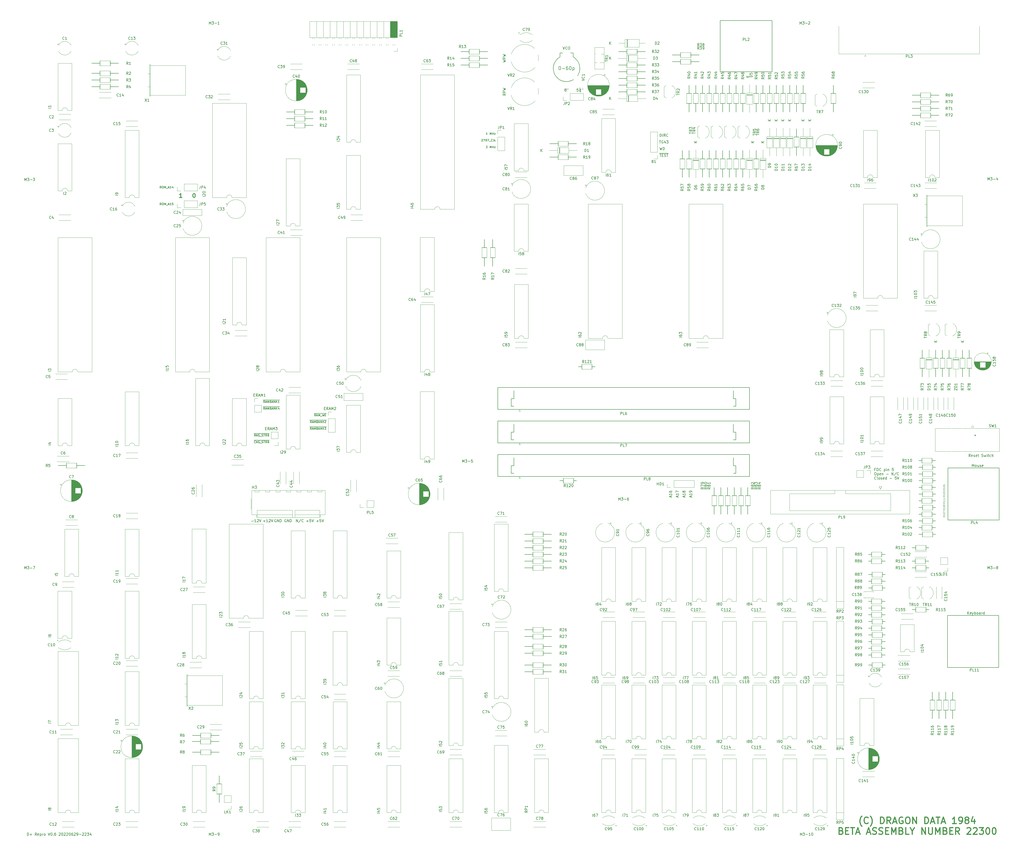
<source format=gbr>
G04 #@! TF.GenerationSoftware,KiCad,Pcbnew,(6.0.8)*
G04 #@! TF.CreationDate,2022-10-19T21:35:41+01:00*
G04 #@! TF.ProjectId,DgnBeta,44676e42-6574-4612-9e6b-696361645f70,rev?*
G04 #@! TF.SameCoordinates,Original*
G04 #@! TF.FileFunction,Legend,Top*
G04 #@! TF.FilePolarity,Positive*
%FSLAX46Y46*%
G04 Gerber Fmt 4.6, Leading zero omitted, Abs format (unit mm)*
G04 Created by KiCad (PCBNEW (6.0.8)) date 2022-10-19 21:35:41*
%MOMM*%
%LPD*%
G01*
G04 APERTURE LIST*
%ADD10C,0.200000*%
%ADD11C,0.150000*%
%ADD12C,0.400000*%
%ADD13C,0.300000*%
%ADD14C,0.100000*%
%ADD15C,0.120000*%
G04 APERTURE END LIST*
D10*
X267501666Y-255825476D02*
X267501666Y-255349285D01*
X267787380Y-255920714D02*
X266787380Y-255587380D01*
X267787380Y-255254047D01*
X267787380Y-254396904D02*
X267787380Y-254968333D01*
X267787380Y-254682619D02*
X266787380Y-254682619D01*
X266930238Y-254777857D01*
X267025476Y-254873095D01*
X267073095Y-254968333D01*
X267787380Y-253920714D02*
X267787380Y-253730238D01*
X267739761Y-253635000D01*
X267692142Y-253587380D01*
X267549285Y-253492142D01*
X267358809Y-253444523D01*
X266977857Y-253444523D01*
X266882619Y-253492142D01*
X266835000Y-253539761D01*
X266787380Y-253635000D01*
X266787380Y-253825476D01*
X266835000Y-253920714D01*
X266882619Y-253968333D01*
X266977857Y-254015952D01*
X267215952Y-254015952D01*
X267311190Y-253968333D01*
X267358809Y-253920714D01*
X267406428Y-253825476D01*
X267406428Y-253635000D01*
X267358809Y-253539761D01*
X267311190Y-253492142D01*
X267215952Y-253444523D01*
D11*
X114173095Y-264295000D02*
X114077857Y-264247380D01*
X113935000Y-264247380D01*
X113792142Y-264295000D01*
X113696904Y-264390238D01*
X113649285Y-264485476D01*
X113601666Y-264675952D01*
X113601666Y-264818809D01*
X113649285Y-265009285D01*
X113696904Y-265104523D01*
X113792142Y-265199761D01*
X113935000Y-265247380D01*
X114030238Y-265247380D01*
X114173095Y-265199761D01*
X114220714Y-265152142D01*
X114220714Y-264818809D01*
X114030238Y-264818809D01*
X114649285Y-265247380D02*
X114649285Y-264247380D01*
X115220714Y-265247380D01*
X115220714Y-264247380D01*
X115696904Y-265247380D02*
X115696904Y-264247380D01*
X115935000Y-264247380D01*
X116077857Y-264295000D01*
X116173095Y-264390238D01*
X116220714Y-264485476D01*
X116268333Y-264675952D01*
X116268333Y-264818809D01*
X116220714Y-265009285D01*
X116173095Y-265104523D01*
X116077857Y-265199761D01*
X115935000Y-265247380D01*
X115696904Y-265247380D01*
X105507500Y-219046000D02*
X106307500Y-219046000D01*
X106155119Y-220071904D02*
X105888452Y-219690952D01*
X105697976Y-220071904D02*
X105697976Y-219271904D01*
X106002738Y-219271904D01*
X106078928Y-219310000D01*
X106117023Y-219348095D01*
X106155119Y-219424285D01*
X106155119Y-219538571D01*
X106117023Y-219614761D01*
X106078928Y-219652857D01*
X106002738Y-219690952D01*
X105697976Y-219690952D01*
X106307500Y-219046000D02*
X106993214Y-219046000D01*
X106459880Y-219843333D02*
X106840833Y-219843333D01*
X106383690Y-220071904D02*
X106650357Y-219271904D01*
X106917023Y-220071904D01*
X106993214Y-219046000D02*
X107907500Y-219046000D01*
X107183690Y-220071904D02*
X107183690Y-219271904D01*
X107450357Y-219843333D01*
X107717023Y-219271904D01*
X107717023Y-220071904D01*
X107907500Y-219046000D02*
X108707500Y-219046000D01*
X108364642Y-219652857D02*
X108478928Y-219690952D01*
X108517023Y-219729047D01*
X108555119Y-219805238D01*
X108555119Y-219919523D01*
X108517023Y-219995714D01*
X108478928Y-220033809D01*
X108402738Y-220071904D01*
X108097976Y-220071904D01*
X108097976Y-219271904D01*
X108364642Y-219271904D01*
X108440833Y-219310000D01*
X108478928Y-219348095D01*
X108517023Y-219424285D01*
X108517023Y-219500476D01*
X108478928Y-219576666D01*
X108440833Y-219614761D01*
X108364642Y-219652857D01*
X108097976Y-219652857D01*
X108707500Y-219046000D02*
X109393214Y-219046000D01*
X108859880Y-219843333D02*
X109240833Y-219843333D01*
X108783690Y-220071904D02*
X109050357Y-219271904D01*
X109317023Y-220071904D01*
X109393214Y-219046000D02*
X110231309Y-219046000D01*
X109583690Y-220071904D02*
X109583690Y-219271904D01*
X110040833Y-220071904D01*
X110040833Y-219271904D01*
X110231309Y-219046000D02*
X111031309Y-219046000D01*
X110421785Y-220071904D02*
X110421785Y-219271904D01*
X110878928Y-220071904D02*
X110536071Y-219614761D01*
X110878928Y-219271904D02*
X110421785Y-219729047D01*
X111031309Y-219046000D02*
X111793214Y-219046000D01*
X111640833Y-220071904D02*
X111183690Y-220071904D01*
X111412261Y-220071904D02*
X111412261Y-219271904D01*
X111336071Y-219386190D01*
X111259880Y-219462380D01*
X111183690Y-219500476D01*
X197302380Y-102996904D02*
X196826190Y-103330238D01*
X197302380Y-103568333D02*
X196302380Y-103568333D01*
X196302380Y-103187380D01*
X196350000Y-103092142D01*
X196397619Y-103044523D01*
X196492857Y-102996904D01*
X196635714Y-102996904D01*
X196730952Y-103044523D01*
X196778571Y-103092142D01*
X196826190Y-103187380D01*
X196826190Y-103568333D01*
X197302380Y-102568333D02*
X196302380Y-102568333D01*
X196302380Y-102187380D01*
X196350000Y-102092142D01*
X196397619Y-102044523D01*
X196492857Y-101996904D01*
X196635714Y-101996904D01*
X196730952Y-102044523D01*
X196778571Y-102092142D01*
X196826190Y-102187380D01*
X196826190Y-102568333D01*
X196302380Y-101663571D02*
X197302380Y-101425476D01*
X196588095Y-101235000D01*
X197302380Y-101044523D01*
X196302380Y-100806428D01*
X218987857Y-85177380D02*
X219321190Y-86177380D01*
X219654523Y-85177380D01*
X220559285Y-86082142D02*
X220511666Y-86129761D01*
X220368809Y-86177380D01*
X220273571Y-86177380D01*
X220130714Y-86129761D01*
X220035476Y-86034523D01*
X219987857Y-85939285D01*
X219940238Y-85748809D01*
X219940238Y-85605952D01*
X219987857Y-85415476D01*
X220035476Y-85320238D01*
X220130714Y-85225000D01*
X220273571Y-85177380D01*
X220368809Y-85177380D01*
X220511666Y-85225000D01*
X220559285Y-85272619D01*
X221178333Y-85177380D02*
X221368809Y-85177380D01*
X221464047Y-85225000D01*
X221559285Y-85320238D01*
X221606904Y-85510714D01*
X221606904Y-85844047D01*
X221559285Y-86034523D01*
X221464047Y-86129761D01*
X221368809Y-86177380D01*
X221178333Y-86177380D01*
X221083095Y-86129761D01*
X220987857Y-86034523D01*
X220940238Y-85844047D01*
X220940238Y-85510714D01*
X220987857Y-85320238D01*
X221083095Y-85225000D01*
X221178333Y-85177380D01*
D12*
X332048095Y-380435833D02*
X331929047Y-380316785D01*
X331690952Y-379959642D01*
X331571904Y-379721547D01*
X331452857Y-379364404D01*
X331333809Y-378769166D01*
X331333809Y-378292976D01*
X331452857Y-377697738D01*
X331571904Y-377340595D01*
X331690952Y-377102500D01*
X331929047Y-376745357D01*
X332048095Y-376626309D01*
X334429047Y-379245357D02*
X334310000Y-379364404D01*
X333952857Y-379483452D01*
X333714761Y-379483452D01*
X333357619Y-379364404D01*
X333119523Y-379126309D01*
X333000476Y-378888214D01*
X332881428Y-378412023D01*
X332881428Y-378054880D01*
X333000476Y-377578690D01*
X333119523Y-377340595D01*
X333357619Y-377102500D01*
X333714761Y-376983452D01*
X333952857Y-376983452D01*
X334310000Y-377102500D01*
X334429047Y-377221547D01*
X335262380Y-380435833D02*
X335381428Y-380316785D01*
X335619523Y-379959642D01*
X335738571Y-379721547D01*
X335857619Y-379364404D01*
X335976666Y-378769166D01*
X335976666Y-378292976D01*
X335857619Y-377697738D01*
X335738571Y-377340595D01*
X335619523Y-377102500D01*
X335381428Y-376745357D01*
X335262380Y-376626309D01*
X339071904Y-379483452D02*
X339071904Y-376983452D01*
X339667142Y-376983452D01*
X340024285Y-377102500D01*
X340262380Y-377340595D01*
X340381428Y-377578690D01*
X340500476Y-378054880D01*
X340500476Y-378412023D01*
X340381428Y-378888214D01*
X340262380Y-379126309D01*
X340024285Y-379364404D01*
X339667142Y-379483452D01*
X339071904Y-379483452D01*
X343000476Y-379483452D02*
X342167142Y-378292976D01*
X341571904Y-379483452D02*
X341571904Y-376983452D01*
X342524285Y-376983452D01*
X342762380Y-377102500D01*
X342881428Y-377221547D01*
X343000476Y-377459642D01*
X343000476Y-377816785D01*
X342881428Y-378054880D01*
X342762380Y-378173928D01*
X342524285Y-378292976D01*
X341571904Y-378292976D01*
X343952857Y-378769166D02*
X345143333Y-378769166D01*
X343714761Y-379483452D02*
X344548095Y-376983452D01*
X345381428Y-379483452D01*
X347524285Y-377102500D02*
X347286190Y-376983452D01*
X346929047Y-376983452D01*
X346571904Y-377102500D01*
X346333809Y-377340595D01*
X346214761Y-377578690D01*
X346095714Y-378054880D01*
X346095714Y-378412023D01*
X346214761Y-378888214D01*
X346333809Y-379126309D01*
X346571904Y-379364404D01*
X346929047Y-379483452D01*
X347167142Y-379483452D01*
X347524285Y-379364404D01*
X347643333Y-379245357D01*
X347643333Y-378412023D01*
X347167142Y-378412023D01*
X349190952Y-376983452D02*
X349667142Y-376983452D01*
X349905238Y-377102500D01*
X350143333Y-377340595D01*
X350262380Y-377816785D01*
X350262380Y-378650119D01*
X350143333Y-379126309D01*
X349905238Y-379364404D01*
X349667142Y-379483452D01*
X349190952Y-379483452D01*
X348952857Y-379364404D01*
X348714761Y-379126309D01*
X348595714Y-378650119D01*
X348595714Y-377816785D01*
X348714761Y-377340595D01*
X348952857Y-377102500D01*
X349190952Y-376983452D01*
X351333809Y-379483452D02*
X351333809Y-376983452D01*
X352762380Y-379483452D01*
X352762380Y-376983452D01*
X355857619Y-379483452D02*
X355857619Y-376983452D01*
X356452857Y-376983452D01*
X356810000Y-377102500D01*
X357048095Y-377340595D01*
X357167142Y-377578690D01*
X357286190Y-378054880D01*
X357286190Y-378412023D01*
X357167142Y-378888214D01*
X357048095Y-379126309D01*
X356810000Y-379364404D01*
X356452857Y-379483452D01*
X355857619Y-379483452D01*
X358238571Y-378769166D02*
X359429047Y-378769166D01*
X358000476Y-379483452D02*
X358833809Y-376983452D01*
X359667142Y-379483452D01*
X360143333Y-376983452D02*
X361571904Y-376983452D01*
X360857619Y-379483452D02*
X360857619Y-376983452D01*
X362286190Y-378769166D02*
X363476666Y-378769166D01*
X362048095Y-379483452D02*
X362881428Y-376983452D01*
X363714761Y-379483452D01*
X367762380Y-379483452D02*
X366333809Y-379483452D01*
X367048095Y-379483452D02*
X367048095Y-376983452D01*
X366810000Y-377340595D01*
X366571904Y-377578690D01*
X366333809Y-377697738D01*
X368952857Y-379483452D02*
X369429047Y-379483452D01*
X369667142Y-379364404D01*
X369786190Y-379245357D01*
X370024285Y-378888214D01*
X370143333Y-378412023D01*
X370143333Y-377459642D01*
X370024285Y-377221547D01*
X369905238Y-377102500D01*
X369667142Y-376983452D01*
X369190952Y-376983452D01*
X368952857Y-377102500D01*
X368833809Y-377221547D01*
X368714761Y-377459642D01*
X368714761Y-378054880D01*
X368833809Y-378292976D01*
X368952857Y-378412023D01*
X369190952Y-378531071D01*
X369667142Y-378531071D01*
X369905238Y-378412023D01*
X370024285Y-378292976D01*
X370143333Y-378054880D01*
X371571904Y-378054880D02*
X371333809Y-377935833D01*
X371214761Y-377816785D01*
X371095714Y-377578690D01*
X371095714Y-377459642D01*
X371214761Y-377221547D01*
X371333809Y-377102500D01*
X371571904Y-376983452D01*
X372048095Y-376983452D01*
X372286190Y-377102500D01*
X372405238Y-377221547D01*
X372524285Y-377459642D01*
X372524285Y-377578690D01*
X372405238Y-377816785D01*
X372286190Y-377935833D01*
X372048095Y-378054880D01*
X371571904Y-378054880D01*
X371333809Y-378173928D01*
X371214761Y-378292976D01*
X371095714Y-378531071D01*
X371095714Y-379007261D01*
X371214761Y-379245357D01*
X371333809Y-379364404D01*
X371571904Y-379483452D01*
X372048095Y-379483452D01*
X372286190Y-379364404D01*
X372405238Y-379245357D01*
X372524285Y-379007261D01*
X372524285Y-378531071D01*
X372405238Y-378292976D01*
X372286190Y-378173928D01*
X372048095Y-378054880D01*
X374667142Y-377816785D02*
X374667142Y-379483452D01*
X374071904Y-376864404D02*
X373476666Y-378650119D01*
X375024285Y-378650119D01*
X324250476Y-382198928D02*
X324607619Y-382317976D01*
X324726666Y-382437023D01*
X324845714Y-382675119D01*
X324845714Y-383032261D01*
X324726666Y-383270357D01*
X324607619Y-383389404D01*
X324369523Y-383508452D01*
X323417142Y-383508452D01*
X323417142Y-381008452D01*
X324250476Y-381008452D01*
X324488571Y-381127500D01*
X324607619Y-381246547D01*
X324726666Y-381484642D01*
X324726666Y-381722738D01*
X324607619Y-381960833D01*
X324488571Y-382079880D01*
X324250476Y-382198928D01*
X323417142Y-382198928D01*
X325917142Y-382198928D02*
X326750476Y-382198928D01*
X327107619Y-383508452D02*
X325917142Y-383508452D01*
X325917142Y-381008452D01*
X327107619Y-381008452D01*
X327821904Y-381008452D02*
X329250476Y-381008452D01*
X328536190Y-383508452D02*
X328536190Y-381008452D01*
X329964761Y-382794166D02*
X331155238Y-382794166D01*
X329726666Y-383508452D02*
X330560000Y-381008452D01*
X331393333Y-383508452D01*
X334012380Y-382794166D02*
X335202857Y-382794166D01*
X333774285Y-383508452D02*
X334607619Y-381008452D01*
X335440952Y-383508452D01*
X336155238Y-383389404D02*
X336512380Y-383508452D01*
X337107619Y-383508452D01*
X337345714Y-383389404D01*
X337464761Y-383270357D01*
X337583809Y-383032261D01*
X337583809Y-382794166D01*
X337464761Y-382556071D01*
X337345714Y-382437023D01*
X337107619Y-382317976D01*
X336631428Y-382198928D01*
X336393333Y-382079880D01*
X336274285Y-381960833D01*
X336155238Y-381722738D01*
X336155238Y-381484642D01*
X336274285Y-381246547D01*
X336393333Y-381127500D01*
X336631428Y-381008452D01*
X337226666Y-381008452D01*
X337583809Y-381127500D01*
X338536190Y-383389404D02*
X338893333Y-383508452D01*
X339488571Y-383508452D01*
X339726666Y-383389404D01*
X339845714Y-383270357D01*
X339964761Y-383032261D01*
X339964761Y-382794166D01*
X339845714Y-382556071D01*
X339726666Y-382437023D01*
X339488571Y-382317976D01*
X339012380Y-382198928D01*
X338774285Y-382079880D01*
X338655238Y-381960833D01*
X338536190Y-381722738D01*
X338536190Y-381484642D01*
X338655238Y-381246547D01*
X338774285Y-381127500D01*
X339012380Y-381008452D01*
X339607619Y-381008452D01*
X339964761Y-381127500D01*
X341036190Y-382198928D02*
X341869523Y-382198928D01*
X342226666Y-383508452D02*
X341036190Y-383508452D01*
X341036190Y-381008452D01*
X342226666Y-381008452D01*
X343298095Y-383508452D02*
X343298095Y-381008452D01*
X344131428Y-382794166D01*
X344964761Y-381008452D01*
X344964761Y-383508452D01*
X346988571Y-382198928D02*
X347345714Y-382317976D01*
X347464761Y-382437023D01*
X347583809Y-382675119D01*
X347583809Y-383032261D01*
X347464761Y-383270357D01*
X347345714Y-383389404D01*
X347107619Y-383508452D01*
X346155238Y-383508452D01*
X346155238Y-381008452D01*
X346988571Y-381008452D01*
X347226666Y-381127500D01*
X347345714Y-381246547D01*
X347464761Y-381484642D01*
X347464761Y-381722738D01*
X347345714Y-381960833D01*
X347226666Y-382079880D01*
X346988571Y-382198928D01*
X346155238Y-382198928D01*
X349845714Y-383508452D02*
X348655238Y-383508452D01*
X348655238Y-381008452D01*
X351155238Y-382317976D02*
X351155238Y-383508452D01*
X350321904Y-381008452D02*
X351155238Y-382317976D01*
X351988571Y-381008452D01*
X354726666Y-383508452D02*
X354726666Y-381008452D01*
X356155238Y-383508452D01*
X356155238Y-381008452D01*
X357345714Y-381008452D02*
X357345714Y-383032261D01*
X357464761Y-383270357D01*
X357583809Y-383389404D01*
X357821904Y-383508452D01*
X358298095Y-383508452D01*
X358536190Y-383389404D01*
X358655238Y-383270357D01*
X358774285Y-383032261D01*
X358774285Y-381008452D01*
X359964761Y-383508452D02*
X359964761Y-381008452D01*
X360798095Y-382794166D01*
X361631428Y-381008452D01*
X361631428Y-383508452D01*
X363655238Y-382198928D02*
X364012380Y-382317976D01*
X364131428Y-382437023D01*
X364250476Y-382675119D01*
X364250476Y-383032261D01*
X364131428Y-383270357D01*
X364012380Y-383389404D01*
X363774285Y-383508452D01*
X362821904Y-383508452D01*
X362821904Y-381008452D01*
X363655238Y-381008452D01*
X363893333Y-381127500D01*
X364012380Y-381246547D01*
X364131428Y-381484642D01*
X364131428Y-381722738D01*
X364012380Y-381960833D01*
X363893333Y-382079880D01*
X363655238Y-382198928D01*
X362821904Y-382198928D01*
X365321904Y-382198928D02*
X366155238Y-382198928D01*
X366512380Y-383508452D02*
X365321904Y-383508452D01*
X365321904Y-381008452D01*
X366512380Y-381008452D01*
X369012380Y-383508452D02*
X368179047Y-382317976D01*
X367583809Y-383508452D02*
X367583809Y-381008452D01*
X368536190Y-381008452D01*
X368774285Y-381127500D01*
X368893333Y-381246547D01*
X369012380Y-381484642D01*
X369012380Y-381841785D01*
X368893333Y-382079880D01*
X368774285Y-382198928D01*
X368536190Y-382317976D01*
X367583809Y-382317976D01*
X371869523Y-381246547D02*
X371988571Y-381127500D01*
X372226666Y-381008452D01*
X372821904Y-381008452D01*
X373060000Y-381127500D01*
X373179047Y-381246547D01*
X373298095Y-381484642D01*
X373298095Y-381722738D01*
X373179047Y-382079880D01*
X371750476Y-383508452D01*
X373298095Y-383508452D01*
X374250476Y-381246547D02*
X374369523Y-381127500D01*
X374607619Y-381008452D01*
X375202857Y-381008452D01*
X375440952Y-381127500D01*
X375560000Y-381246547D01*
X375679047Y-381484642D01*
X375679047Y-381722738D01*
X375560000Y-382079880D01*
X374131428Y-383508452D01*
X375679047Y-383508452D01*
X376512380Y-381008452D02*
X378060000Y-381008452D01*
X377226666Y-381960833D01*
X377583809Y-381960833D01*
X377821904Y-382079880D01*
X377940952Y-382198928D01*
X378060000Y-382437023D01*
X378060000Y-383032261D01*
X377940952Y-383270357D01*
X377821904Y-383389404D01*
X377583809Y-383508452D01*
X376869523Y-383508452D01*
X376631428Y-383389404D01*
X376512380Y-383270357D01*
X379607619Y-381008452D02*
X379845714Y-381008452D01*
X380083809Y-381127500D01*
X380202857Y-381246547D01*
X380321904Y-381484642D01*
X380440952Y-381960833D01*
X380440952Y-382556071D01*
X380321904Y-383032261D01*
X380202857Y-383270357D01*
X380083809Y-383389404D01*
X379845714Y-383508452D01*
X379607619Y-383508452D01*
X379369523Y-383389404D01*
X379250476Y-383270357D01*
X379131428Y-383032261D01*
X379012380Y-382556071D01*
X379012380Y-381960833D01*
X379131428Y-381484642D01*
X379250476Y-381246547D01*
X379369523Y-381127500D01*
X379607619Y-381008452D01*
X381988571Y-381008452D02*
X382226666Y-381008452D01*
X382464761Y-381127500D01*
X382583809Y-381246547D01*
X382702857Y-381484642D01*
X382821904Y-381960833D01*
X382821904Y-382556071D01*
X382702857Y-383032261D01*
X382583809Y-383270357D01*
X382464761Y-383389404D01*
X382226666Y-383508452D01*
X381988571Y-383508452D01*
X381750476Y-383389404D01*
X381631428Y-383270357D01*
X381512380Y-383032261D01*
X381393333Y-382556071D01*
X381393333Y-381960833D01*
X381512380Y-381484642D01*
X381631428Y-381246547D01*
X381750476Y-381127500D01*
X381988571Y-381008452D01*
D11*
X196302380Y-91035000D02*
X197302380Y-90796904D01*
X196588095Y-90606428D01*
X197302380Y-90415952D01*
X196302380Y-90177857D01*
X197302380Y-89796904D02*
X196302380Y-89796904D01*
X196302380Y-89415952D01*
X196350000Y-89320714D01*
X196397619Y-89273095D01*
X196492857Y-89225476D01*
X196635714Y-89225476D01*
X196730952Y-89273095D01*
X196778571Y-89320714D01*
X196826190Y-89415952D01*
X196826190Y-89796904D01*
X196302380Y-88892142D02*
X197302380Y-88654047D01*
X196588095Y-88463571D01*
X197302380Y-88273095D01*
X196302380Y-88035000D01*
X105507500Y-221586000D02*
X106307500Y-221586000D01*
X106155119Y-222611904D02*
X105888452Y-222230952D01*
X105697976Y-222611904D02*
X105697976Y-221811904D01*
X106002738Y-221811904D01*
X106078928Y-221850000D01*
X106117023Y-221888095D01*
X106155119Y-221964285D01*
X106155119Y-222078571D01*
X106117023Y-222154761D01*
X106078928Y-222192857D01*
X106002738Y-222230952D01*
X105697976Y-222230952D01*
X106307500Y-221586000D02*
X106993214Y-221586000D01*
X106459880Y-222383333D02*
X106840833Y-222383333D01*
X106383690Y-222611904D02*
X106650357Y-221811904D01*
X106917023Y-222611904D01*
X106993214Y-221586000D02*
X107907500Y-221586000D01*
X107183690Y-222611904D02*
X107183690Y-221811904D01*
X107450357Y-222383333D01*
X107717023Y-221811904D01*
X107717023Y-222611904D01*
X107907500Y-221586000D02*
X108707500Y-221586000D01*
X108364642Y-222192857D02*
X108478928Y-222230952D01*
X108517023Y-222269047D01*
X108555119Y-222345238D01*
X108555119Y-222459523D01*
X108517023Y-222535714D01*
X108478928Y-222573809D01*
X108402738Y-222611904D01*
X108097976Y-222611904D01*
X108097976Y-221811904D01*
X108364642Y-221811904D01*
X108440833Y-221850000D01*
X108478928Y-221888095D01*
X108517023Y-221964285D01*
X108517023Y-222040476D01*
X108478928Y-222116666D01*
X108440833Y-222154761D01*
X108364642Y-222192857D01*
X108097976Y-222192857D01*
X108707500Y-221586000D02*
X109393214Y-221586000D01*
X108859880Y-222383333D02*
X109240833Y-222383333D01*
X108783690Y-222611904D02*
X109050357Y-221811904D01*
X109317023Y-222611904D01*
X109393214Y-221586000D02*
X110231309Y-221586000D01*
X109583690Y-222611904D02*
X109583690Y-221811904D01*
X110040833Y-222611904D01*
X110040833Y-221811904D01*
X110231309Y-221586000D02*
X111031309Y-221586000D01*
X110421785Y-222611904D02*
X110421785Y-221811904D01*
X110878928Y-222611904D02*
X110536071Y-222154761D01*
X110878928Y-221811904D02*
X110421785Y-222269047D01*
X111031309Y-221586000D02*
X111793214Y-221586000D01*
X111564642Y-222078571D02*
X111564642Y-222611904D01*
X111374166Y-221773809D02*
X111183690Y-222345238D01*
X111678928Y-222345238D01*
X125714285Y-264866428D02*
X126476190Y-264866428D01*
X126095238Y-265247380D02*
X126095238Y-264485476D01*
X127428571Y-264247380D02*
X126952380Y-264247380D01*
X126904761Y-264723571D01*
X126952380Y-264675952D01*
X127047619Y-264628333D01*
X127285714Y-264628333D01*
X127380952Y-264675952D01*
X127428571Y-264723571D01*
X127476190Y-264818809D01*
X127476190Y-265056904D01*
X127428571Y-265152142D01*
X127380952Y-265199761D01*
X127285714Y-265247380D01*
X127047619Y-265247380D01*
X126952380Y-265199761D01*
X126904761Y-265152142D01*
X127761904Y-264247380D02*
X128095238Y-265247380D01*
X128428571Y-264247380D01*
X121904285Y-264866428D02*
X122666190Y-264866428D01*
X122285238Y-265247380D02*
X122285238Y-264485476D01*
X123618571Y-264247380D02*
X123142380Y-264247380D01*
X123094761Y-264723571D01*
X123142380Y-264675952D01*
X123237619Y-264628333D01*
X123475714Y-264628333D01*
X123570952Y-264675952D01*
X123618571Y-264723571D01*
X123666190Y-264818809D01*
X123666190Y-265056904D01*
X123618571Y-265152142D01*
X123570952Y-265199761D01*
X123475714Y-265247380D01*
X123237619Y-265247380D01*
X123142380Y-265199761D01*
X123094761Y-265152142D01*
X123951904Y-264247380D02*
X124285238Y-265247380D01*
X124618571Y-264247380D01*
D10*
X259881666Y-255825476D02*
X259881666Y-255349285D01*
X260167380Y-255920714D02*
X259167380Y-255587380D01*
X260167380Y-255254047D01*
X260167380Y-254396904D02*
X260167380Y-254968333D01*
X260167380Y-254682619D02*
X259167380Y-254682619D01*
X259310238Y-254777857D01*
X259405476Y-254873095D01*
X259453095Y-254968333D01*
X259167380Y-253539761D02*
X259167380Y-253730238D01*
X259215000Y-253825476D01*
X259262619Y-253873095D01*
X259405476Y-253968333D01*
X259595952Y-254015952D01*
X259976904Y-254015952D01*
X260072142Y-253968333D01*
X260119761Y-253920714D01*
X260167380Y-253825476D01*
X260167380Y-253635000D01*
X260119761Y-253539761D01*
X260072142Y-253492142D01*
X259976904Y-253444523D01*
X259738809Y-253444523D01*
X259643571Y-253492142D01*
X259595952Y-253539761D01*
X259548333Y-253635000D01*
X259548333Y-253825476D01*
X259595952Y-253920714D01*
X259643571Y-253968333D01*
X259738809Y-254015952D01*
D11*
X66933690Y-145141904D02*
X66667023Y-144760952D01*
X66476547Y-145141904D02*
X66476547Y-144341904D01*
X66781309Y-144341904D01*
X66857500Y-144380000D01*
X66895595Y-144418095D01*
X66933690Y-144494285D01*
X66933690Y-144608571D01*
X66895595Y-144684761D01*
X66857500Y-144722857D01*
X66781309Y-144760952D01*
X66476547Y-144760952D01*
X67428928Y-144341904D02*
X67581309Y-144341904D01*
X67657500Y-144380000D01*
X67733690Y-144456190D01*
X67771785Y-144608571D01*
X67771785Y-144875238D01*
X67733690Y-145027619D01*
X67657500Y-145103809D01*
X67581309Y-145141904D01*
X67428928Y-145141904D01*
X67352738Y-145103809D01*
X67276547Y-145027619D01*
X67238452Y-144875238D01*
X67238452Y-144608571D01*
X67276547Y-144456190D01*
X67352738Y-144380000D01*
X67428928Y-144341904D01*
X68114642Y-145141904D02*
X68114642Y-144341904D01*
X68381309Y-144913333D01*
X68647976Y-144341904D01*
X68647976Y-145141904D01*
X68838452Y-145218095D02*
X69447976Y-145218095D01*
X69600357Y-144913333D02*
X69981309Y-144913333D01*
X69524166Y-145141904D02*
X69790833Y-144341904D01*
X70057500Y-145141904D01*
X70743214Y-145141904D02*
X70286071Y-145141904D01*
X70514642Y-145141904D02*
X70514642Y-144341904D01*
X70438452Y-144456190D01*
X70362261Y-144532380D01*
X70286071Y-144570476D01*
X71467023Y-144341904D02*
X71086071Y-144341904D01*
X71047976Y-144722857D01*
X71086071Y-144684761D01*
X71162261Y-144646666D01*
X71352738Y-144646666D01*
X71428928Y-144684761D01*
X71467023Y-144722857D01*
X71505119Y-144799047D01*
X71505119Y-144989523D01*
X71467023Y-145065714D01*
X71428928Y-145103809D01*
X71352738Y-145141904D01*
X71162261Y-145141904D01*
X71086071Y-145103809D01*
X71047976Y-145065714D01*
D10*
X337251428Y-245333571D02*
X336918095Y-245333571D01*
X336918095Y-245857380D02*
X336918095Y-244857380D01*
X337394285Y-244857380D01*
X337775238Y-245857380D02*
X337775238Y-244857380D01*
X338013333Y-244857380D01*
X338156190Y-244905000D01*
X338251428Y-245000238D01*
X338299047Y-245095476D01*
X338346666Y-245285952D01*
X338346666Y-245428809D01*
X338299047Y-245619285D01*
X338251428Y-245714523D01*
X338156190Y-245809761D01*
X338013333Y-245857380D01*
X337775238Y-245857380D01*
X339346666Y-245762142D02*
X339299047Y-245809761D01*
X339156190Y-245857380D01*
X339060952Y-245857380D01*
X338918095Y-245809761D01*
X338822857Y-245714523D01*
X338775238Y-245619285D01*
X338727619Y-245428809D01*
X338727619Y-245285952D01*
X338775238Y-245095476D01*
X338822857Y-245000238D01*
X338918095Y-244905000D01*
X339060952Y-244857380D01*
X339156190Y-244857380D01*
X339299047Y-244905000D01*
X339346666Y-244952619D01*
X340537142Y-245190714D02*
X340537142Y-246190714D01*
X340537142Y-245238333D02*
X340632380Y-245190714D01*
X340822857Y-245190714D01*
X340918095Y-245238333D01*
X340965714Y-245285952D01*
X341013333Y-245381190D01*
X341013333Y-245666904D01*
X340965714Y-245762142D01*
X340918095Y-245809761D01*
X340822857Y-245857380D01*
X340632380Y-245857380D01*
X340537142Y-245809761D01*
X341441904Y-245857380D02*
X341441904Y-245190714D01*
X341441904Y-244857380D02*
X341394285Y-244905000D01*
X341441904Y-244952619D01*
X341489523Y-244905000D01*
X341441904Y-244857380D01*
X341441904Y-244952619D01*
X341918095Y-245190714D02*
X341918095Y-245857380D01*
X341918095Y-245285952D02*
X341965714Y-245238333D01*
X342060952Y-245190714D01*
X342203809Y-245190714D01*
X342299047Y-245238333D01*
X342346666Y-245333571D01*
X342346666Y-245857380D01*
X344060952Y-244857380D02*
X343584761Y-244857380D01*
X343537142Y-245333571D01*
X343584761Y-245285952D01*
X343680000Y-245238333D01*
X343918095Y-245238333D01*
X344013333Y-245285952D01*
X344060952Y-245333571D01*
X344108571Y-245428809D01*
X344108571Y-245666904D01*
X344060952Y-245762142D01*
X344013333Y-245809761D01*
X343918095Y-245857380D01*
X343680000Y-245857380D01*
X343584761Y-245809761D01*
X343537142Y-245762142D01*
X337108571Y-246467380D02*
X337299047Y-246467380D01*
X337394285Y-246515000D01*
X337489523Y-246610238D01*
X337537142Y-246800714D01*
X337537142Y-247134047D01*
X337489523Y-247324523D01*
X337394285Y-247419761D01*
X337299047Y-247467380D01*
X337108571Y-247467380D01*
X337013333Y-247419761D01*
X336918095Y-247324523D01*
X336870476Y-247134047D01*
X336870476Y-246800714D01*
X336918095Y-246610238D01*
X337013333Y-246515000D01*
X337108571Y-246467380D01*
X337965714Y-246800714D02*
X337965714Y-247800714D01*
X337965714Y-246848333D02*
X338060952Y-246800714D01*
X338251428Y-246800714D01*
X338346666Y-246848333D01*
X338394285Y-246895952D01*
X338441904Y-246991190D01*
X338441904Y-247276904D01*
X338394285Y-247372142D01*
X338346666Y-247419761D01*
X338251428Y-247467380D01*
X338060952Y-247467380D01*
X337965714Y-247419761D01*
X339251428Y-247419761D02*
X339156190Y-247467380D01*
X338965714Y-247467380D01*
X338870476Y-247419761D01*
X338822857Y-247324523D01*
X338822857Y-246943571D01*
X338870476Y-246848333D01*
X338965714Y-246800714D01*
X339156190Y-246800714D01*
X339251428Y-246848333D01*
X339299047Y-246943571D01*
X339299047Y-247038809D01*
X338822857Y-247134047D01*
X339727619Y-246800714D02*
X339727619Y-247467380D01*
X339727619Y-246895952D02*
X339775238Y-246848333D01*
X339870476Y-246800714D01*
X340013333Y-246800714D01*
X340108571Y-246848333D01*
X340156190Y-246943571D01*
X340156190Y-247467380D01*
X341394285Y-247086428D02*
X342156190Y-247086428D01*
X343394285Y-247467380D02*
X343394285Y-246467380D01*
X343965714Y-247467380D01*
X343965714Y-246467380D01*
X345156190Y-246419761D02*
X344299047Y-247705476D01*
X346060952Y-247372142D02*
X346013333Y-247419761D01*
X345870476Y-247467380D01*
X345775238Y-247467380D01*
X345632380Y-247419761D01*
X345537142Y-247324523D01*
X345489523Y-247229285D01*
X345441904Y-247038809D01*
X345441904Y-246895952D01*
X345489523Y-246705476D01*
X345537142Y-246610238D01*
X345632380Y-246515000D01*
X345775238Y-246467380D01*
X345870476Y-246467380D01*
X346013333Y-246515000D01*
X346060952Y-246562619D01*
X337489523Y-248982142D02*
X337441904Y-249029761D01*
X337299047Y-249077380D01*
X337203809Y-249077380D01*
X337060952Y-249029761D01*
X336965714Y-248934523D01*
X336918095Y-248839285D01*
X336870476Y-248648809D01*
X336870476Y-248505952D01*
X336918095Y-248315476D01*
X336965714Y-248220238D01*
X337060952Y-248125000D01*
X337203809Y-248077380D01*
X337299047Y-248077380D01*
X337441904Y-248125000D01*
X337489523Y-248172619D01*
X338060952Y-249077380D02*
X337965714Y-249029761D01*
X337918095Y-248934523D01*
X337918095Y-248077380D01*
X338584761Y-249077380D02*
X338489523Y-249029761D01*
X338441904Y-248982142D01*
X338394285Y-248886904D01*
X338394285Y-248601190D01*
X338441904Y-248505952D01*
X338489523Y-248458333D01*
X338584761Y-248410714D01*
X338727619Y-248410714D01*
X338822857Y-248458333D01*
X338870476Y-248505952D01*
X338918095Y-248601190D01*
X338918095Y-248886904D01*
X338870476Y-248982142D01*
X338822857Y-249029761D01*
X338727619Y-249077380D01*
X338584761Y-249077380D01*
X339299047Y-249029761D02*
X339394285Y-249077380D01*
X339584761Y-249077380D01*
X339680000Y-249029761D01*
X339727619Y-248934523D01*
X339727619Y-248886904D01*
X339680000Y-248791666D01*
X339584761Y-248744047D01*
X339441904Y-248744047D01*
X339346666Y-248696428D01*
X339299047Y-248601190D01*
X339299047Y-248553571D01*
X339346666Y-248458333D01*
X339441904Y-248410714D01*
X339584761Y-248410714D01*
X339680000Y-248458333D01*
X340537142Y-249029761D02*
X340441904Y-249077380D01*
X340251428Y-249077380D01*
X340156190Y-249029761D01*
X340108571Y-248934523D01*
X340108571Y-248553571D01*
X340156190Y-248458333D01*
X340251428Y-248410714D01*
X340441904Y-248410714D01*
X340537142Y-248458333D01*
X340584761Y-248553571D01*
X340584761Y-248648809D01*
X340108571Y-248744047D01*
X341441904Y-249077380D02*
X341441904Y-248077380D01*
X341441904Y-249029761D02*
X341346666Y-249077380D01*
X341156190Y-249077380D01*
X341060952Y-249029761D01*
X341013333Y-248982142D01*
X340965714Y-248886904D01*
X340965714Y-248601190D01*
X341013333Y-248505952D01*
X341060952Y-248458333D01*
X341156190Y-248410714D01*
X341346666Y-248410714D01*
X341441904Y-248458333D01*
X342680000Y-248696428D02*
X343441904Y-248696428D01*
X345156190Y-248077380D02*
X344680000Y-248077380D01*
X344632380Y-248553571D01*
X344680000Y-248505952D01*
X344775238Y-248458333D01*
X345013333Y-248458333D01*
X345108571Y-248505952D01*
X345156190Y-248553571D01*
X345203809Y-248648809D01*
X345203809Y-248886904D01*
X345156190Y-248982142D01*
X345108571Y-249029761D01*
X345013333Y-249077380D01*
X344775238Y-249077380D01*
X344680000Y-249029761D01*
X344632380Y-248982142D01*
X345489523Y-248077380D02*
X345822857Y-249077380D01*
X346156190Y-248077380D01*
D11*
X123156785Y-229206000D02*
X123956785Y-229206000D01*
X123804404Y-230231904D02*
X123537738Y-229850952D01*
X123347261Y-230231904D02*
X123347261Y-229431904D01*
X123652023Y-229431904D01*
X123728214Y-229470000D01*
X123766309Y-229508095D01*
X123804404Y-229584285D01*
X123804404Y-229698571D01*
X123766309Y-229774761D01*
X123728214Y-229812857D01*
X123652023Y-229850952D01*
X123347261Y-229850952D01*
X123956785Y-229206000D02*
X124642500Y-229206000D01*
X124109166Y-230003333D02*
X124490119Y-230003333D01*
X124032976Y-230231904D02*
X124299642Y-229431904D01*
X124566309Y-230231904D01*
X124642500Y-229206000D02*
X125556785Y-229206000D01*
X124832976Y-230231904D02*
X124832976Y-229431904D01*
X125099642Y-230003333D01*
X125366309Y-229431904D01*
X125366309Y-230231904D01*
X125556785Y-229206000D02*
X126356785Y-229206000D01*
X126013928Y-229812857D02*
X126128214Y-229850952D01*
X126166309Y-229889047D01*
X126204404Y-229965238D01*
X126204404Y-230079523D01*
X126166309Y-230155714D01*
X126128214Y-230193809D01*
X126052023Y-230231904D01*
X125747261Y-230231904D01*
X125747261Y-229431904D01*
X126013928Y-229431904D01*
X126090119Y-229470000D01*
X126128214Y-229508095D01*
X126166309Y-229584285D01*
X126166309Y-229660476D01*
X126128214Y-229736666D01*
X126090119Y-229774761D01*
X126013928Y-229812857D01*
X125747261Y-229812857D01*
X126356785Y-229206000D02*
X127042500Y-229206000D01*
X126509166Y-230003333D02*
X126890119Y-230003333D01*
X126432976Y-230231904D02*
X126699642Y-229431904D01*
X126966309Y-230231904D01*
X127042500Y-229206000D02*
X127880595Y-229206000D01*
X127232976Y-230231904D02*
X127232976Y-229431904D01*
X127690119Y-230231904D01*
X127690119Y-229431904D01*
X127880595Y-229206000D02*
X128680595Y-229206000D01*
X128071071Y-230231904D02*
X128071071Y-229431904D01*
X128528214Y-230231904D02*
X128185357Y-229774761D01*
X128528214Y-229431904D02*
X128071071Y-229889047D01*
X128680595Y-229206000D02*
X129442500Y-229206000D01*
X128794880Y-229431904D02*
X129290119Y-229431904D01*
X129023452Y-229736666D01*
X129137738Y-229736666D01*
X129213928Y-229774761D01*
X129252023Y-229812857D01*
X129290119Y-229889047D01*
X129290119Y-230079523D01*
X129252023Y-230155714D01*
X129213928Y-230193809D01*
X129137738Y-230231904D01*
X128909166Y-230231904D01*
X128832976Y-230193809D01*
X128794880Y-230155714D01*
X110363095Y-264295000D02*
X110267857Y-264247380D01*
X110125000Y-264247380D01*
X109982142Y-264295000D01*
X109886904Y-264390238D01*
X109839285Y-264485476D01*
X109791666Y-264675952D01*
X109791666Y-264818809D01*
X109839285Y-265009285D01*
X109886904Y-265104523D01*
X109982142Y-265199761D01*
X110125000Y-265247380D01*
X110220238Y-265247380D01*
X110363095Y-265199761D01*
X110410714Y-265152142D01*
X110410714Y-264818809D01*
X110220238Y-264818809D01*
X110839285Y-265247380D02*
X110839285Y-264247380D01*
X111410714Y-265247380D01*
X111410714Y-264247380D01*
X111886904Y-265247380D02*
X111886904Y-264247380D01*
X112125000Y-264247380D01*
X112267857Y-264295000D01*
X112363095Y-264390238D01*
X112410714Y-264485476D01*
X112458333Y-264675952D01*
X112458333Y-264818809D01*
X112410714Y-265009285D01*
X112363095Y-265104523D01*
X112267857Y-265199761D01*
X112125000Y-265247380D01*
X111886904Y-265247380D01*
X255484523Y-125535000D02*
X256246428Y-125535000D01*
X255579761Y-125817380D02*
X256151190Y-125817380D01*
X255865476Y-126817380D02*
X255865476Y-125817380D01*
X256246428Y-125535000D02*
X257151190Y-125535000D01*
X256484523Y-126293571D02*
X256817857Y-126293571D01*
X256960714Y-126817380D02*
X256484523Y-126817380D01*
X256484523Y-125817380D01*
X256960714Y-125817380D01*
X257151190Y-125535000D02*
X258103571Y-125535000D01*
X257341666Y-126769761D02*
X257484523Y-126817380D01*
X257722619Y-126817380D01*
X257817857Y-126769761D01*
X257865476Y-126722142D01*
X257913095Y-126626904D01*
X257913095Y-126531666D01*
X257865476Y-126436428D01*
X257817857Y-126388809D01*
X257722619Y-126341190D01*
X257532142Y-126293571D01*
X257436904Y-126245952D01*
X257389285Y-126198333D01*
X257341666Y-126103095D01*
X257341666Y-126007857D01*
X257389285Y-125912619D01*
X257436904Y-125865000D01*
X257532142Y-125817380D01*
X257770238Y-125817380D01*
X257913095Y-125865000D01*
X258103571Y-125535000D02*
X258865476Y-125535000D01*
X258198809Y-125817380D02*
X258770238Y-125817380D01*
X258484523Y-126817380D02*
X258484523Y-125817380D01*
D13*
X74738571Y-142283571D02*
X73881428Y-142283571D01*
X74310000Y-142283571D02*
X74310000Y-140783571D01*
X74167142Y-140997857D01*
X74024285Y-141140714D01*
X73881428Y-141212142D01*
X79303571Y-140783571D02*
X79446428Y-140783571D01*
X79589285Y-140855000D01*
X79660714Y-140926428D01*
X79732142Y-141069285D01*
X79803571Y-141355000D01*
X79803571Y-141712142D01*
X79732142Y-141997857D01*
X79660714Y-142140714D01*
X79589285Y-142212142D01*
X79446428Y-142283571D01*
X79303571Y-142283571D01*
X79160714Y-142212142D01*
X79089285Y-142140714D01*
X79017857Y-141997857D01*
X78946428Y-141712142D01*
X78946428Y-141355000D01*
X79017857Y-141069285D01*
X79089285Y-140926428D01*
X79160714Y-140855000D01*
X79303571Y-140783571D01*
D10*
X264961666Y-255825476D02*
X264961666Y-255349285D01*
X265247380Y-255920714D02*
X264247380Y-255587380D01*
X265247380Y-255254047D01*
X265247380Y-254396904D02*
X265247380Y-254968333D01*
X265247380Y-254682619D02*
X264247380Y-254682619D01*
X264390238Y-254777857D01*
X264485476Y-254873095D01*
X264533095Y-254968333D01*
X264675952Y-253825476D02*
X264628333Y-253920714D01*
X264580714Y-253968333D01*
X264485476Y-254015952D01*
X264437857Y-254015952D01*
X264342619Y-253968333D01*
X264295000Y-253920714D01*
X264247380Y-253825476D01*
X264247380Y-253635000D01*
X264295000Y-253539761D01*
X264342619Y-253492142D01*
X264437857Y-253444523D01*
X264485476Y-253444523D01*
X264580714Y-253492142D01*
X264628333Y-253539761D01*
X264675952Y-253635000D01*
X264675952Y-253825476D01*
X264723571Y-253920714D01*
X264771190Y-253968333D01*
X264866428Y-254015952D01*
X265056904Y-254015952D01*
X265152142Y-253968333D01*
X265199761Y-253920714D01*
X265247380Y-253825476D01*
X265247380Y-253635000D01*
X265199761Y-253539761D01*
X265152142Y-253492142D01*
X265056904Y-253444523D01*
X264866428Y-253444523D01*
X264771190Y-253492142D01*
X264723571Y-253539761D01*
X264675952Y-253635000D01*
D11*
X66933690Y-138791904D02*
X66667023Y-138410952D01*
X66476547Y-138791904D02*
X66476547Y-137991904D01*
X66781309Y-137991904D01*
X66857500Y-138030000D01*
X66895595Y-138068095D01*
X66933690Y-138144285D01*
X66933690Y-138258571D01*
X66895595Y-138334761D01*
X66857500Y-138372857D01*
X66781309Y-138410952D01*
X66476547Y-138410952D01*
X67428928Y-137991904D02*
X67581309Y-137991904D01*
X67657500Y-138030000D01*
X67733690Y-138106190D01*
X67771785Y-138258571D01*
X67771785Y-138525238D01*
X67733690Y-138677619D01*
X67657500Y-138753809D01*
X67581309Y-138791904D01*
X67428928Y-138791904D01*
X67352738Y-138753809D01*
X67276547Y-138677619D01*
X67238452Y-138525238D01*
X67238452Y-138258571D01*
X67276547Y-138106190D01*
X67352738Y-138030000D01*
X67428928Y-137991904D01*
X68114642Y-138791904D02*
X68114642Y-137991904D01*
X68381309Y-138563333D01*
X68647976Y-137991904D01*
X68647976Y-138791904D01*
X68838452Y-138868095D02*
X69447976Y-138868095D01*
X69600357Y-138563333D02*
X69981309Y-138563333D01*
X69524166Y-138791904D02*
X69790833Y-137991904D01*
X70057500Y-138791904D01*
X70743214Y-138791904D02*
X70286071Y-138791904D01*
X70514642Y-138791904D02*
X70514642Y-137991904D01*
X70438452Y-138106190D01*
X70362261Y-138182380D01*
X70286071Y-138220476D01*
X71428928Y-138258571D02*
X71428928Y-138791904D01*
X71238452Y-137953809D02*
X71047976Y-138525238D01*
X71543214Y-138525238D01*
X118070476Y-265247380D02*
X118070476Y-264247380D01*
X118641904Y-265247380D01*
X118641904Y-264247380D01*
X119832380Y-264199761D02*
X118975238Y-265485476D01*
X120737142Y-265152142D02*
X120689523Y-265199761D01*
X120546666Y-265247380D01*
X120451428Y-265247380D01*
X120308571Y-265199761D01*
X120213333Y-265104523D01*
X120165714Y-265009285D01*
X120118095Y-264818809D01*
X120118095Y-264675952D01*
X120165714Y-264485476D01*
X120213333Y-264390238D01*
X120308571Y-264295000D01*
X120451428Y-264247380D01*
X120546666Y-264247380D01*
X120689523Y-264295000D01*
X120737142Y-264342619D01*
X255611428Y-123277380D02*
X255849523Y-124277380D01*
X256040000Y-123563095D01*
X256230476Y-124277380D01*
X256468571Y-123277380D01*
X256849523Y-124277380D02*
X256849523Y-123277380D01*
X257087619Y-123277380D01*
X257230476Y-123325000D01*
X257325714Y-123420238D01*
X257373333Y-123515476D01*
X257420952Y-123705952D01*
X257420952Y-123848809D01*
X257373333Y-124039285D01*
X257325714Y-124134523D01*
X257230476Y-124229761D01*
X257087619Y-124277380D01*
X256849523Y-124277380D01*
D10*
X262421666Y-255825476D02*
X262421666Y-255349285D01*
X262707380Y-255920714D02*
X261707380Y-255587380D01*
X262707380Y-255254047D01*
X262707380Y-254396904D02*
X262707380Y-254968333D01*
X262707380Y-254682619D02*
X261707380Y-254682619D01*
X261850238Y-254777857D01*
X261945476Y-254873095D01*
X261993095Y-254968333D01*
X261707380Y-254063571D02*
X261707380Y-253396904D01*
X262707380Y-253825476D01*
X189925952Y-122828095D02*
X189964047Y-122790000D01*
X190040238Y-122751904D01*
X190230714Y-122751904D01*
X190306904Y-122790000D01*
X190345000Y-122828095D01*
X190383095Y-122904285D01*
X190383095Y-122980476D01*
X190345000Y-123094761D01*
X189887857Y-123551904D01*
X190383095Y-123551904D01*
X191335476Y-123551904D02*
X191335476Y-122751904D01*
X191602142Y-123323333D01*
X191868809Y-122751904D01*
X191868809Y-123551904D01*
X192249761Y-123551904D02*
X192249761Y-122751904D01*
X192249761Y-123132857D02*
X192706904Y-123132857D01*
X192706904Y-123551904D02*
X192706904Y-122751904D01*
X193011666Y-123018571D02*
X193430714Y-123018571D01*
X193011666Y-123551904D01*
X193430714Y-123551904D01*
X16243095Y-383992380D02*
X16243095Y-382992380D01*
X16481190Y-382992380D01*
X16624047Y-383040000D01*
X16719285Y-383135238D01*
X16766904Y-383230476D01*
X16814523Y-383420952D01*
X16814523Y-383563809D01*
X16766904Y-383754285D01*
X16719285Y-383849523D01*
X16624047Y-383944761D01*
X16481190Y-383992380D01*
X16243095Y-383992380D01*
X17243095Y-383611428D02*
X18005000Y-383611428D01*
X17624047Y-383992380D02*
X17624047Y-383230476D01*
X19814523Y-383992380D02*
X19481190Y-383516190D01*
X19243095Y-383992380D02*
X19243095Y-382992380D01*
X19624047Y-382992380D01*
X19719285Y-383040000D01*
X19766904Y-383087619D01*
X19814523Y-383182857D01*
X19814523Y-383325714D01*
X19766904Y-383420952D01*
X19719285Y-383468571D01*
X19624047Y-383516190D01*
X19243095Y-383516190D01*
X20624047Y-383944761D02*
X20528809Y-383992380D01*
X20338333Y-383992380D01*
X20243095Y-383944761D01*
X20195476Y-383849523D01*
X20195476Y-383468571D01*
X20243095Y-383373333D01*
X20338333Y-383325714D01*
X20528809Y-383325714D01*
X20624047Y-383373333D01*
X20671666Y-383468571D01*
X20671666Y-383563809D01*
X20195476Y-383659047D01*
X21100238Y-383325714D02*
X21100238Y-384325714D01*
X21100238Y-383373333D02*
X21195476Y-383325714D01*
X21385952Y-383325714D01*
X21481190Y-383373333D01*
X21528809Y-383420952D01*
X21576428Y-383516190D01*
X21576428Y-383801904D01*
X21528809Y-383897142D01*
X21481190Y-383944761D01*
X21385952Y-383992380D01*
X21195476Y-383992380D01*
X21100238Y-383944761D01*
X22005000Y-383992380D02*
X22005000Y-383325714D01*
X22005000Y-383516190D02*
X22052619Y-383420952D01*
X22100238Y-383373333D01*
X22195476Y-383325714D01*
X22290714Y-383325714D01*
X22766904Y-383992380D02*
X22671666Y-383944761D01*
X22624047Y-383897142D01*
X22576428Y-383801904D01*
X22576428Y-383516190D01*
X22624047Y-383420952D01*
X22671666Y-383373333D01*
X22766904Y-383325714D01*
X22909761Y-383325714D01*
X23005000Y-383373333D01*
X23052619Y-383420952D01*
X23100238Y-383516190D01*
X23100238Y-383801904D01*
X23052619Y-383897142D01*
X23005000Y-383944761D01*
X22909761Y-383992380D01*
X22766904Y-383992380D01*
X24147857Y-382992380D02*
X24481190Y-383992380D01*
X24814523Y-382992380D01*
X25338333Y-382992380D02*
X25433571Y-382992380D01*
X25528809Y-383040000D01*
X25576428Y-383087619D01*
X25624047Y-383182857D01*
X25671666Y-383373333D01*
X25671666Y-383611428D01*
X25624047Y-383801904D01*
X25576428Y-383897142D01*
X25528809Y-383944761D01*
X25433571Y-383992380D01*
X25338333Y-383992380D01*
X25243095Y-383944761D01*
X25195476Y-383897142D01*
X25147857Y-383801904D01*
X25100238Y-383611428D01*
X25100238Y-383373333D01*
X25147857Y-383182857D01*
X25195476Y-383087619D01*
X25243095Y-383040000D01*
X25338333Y-382992380D01*
X26100238Y-383897142D02*
X26147857Y-383944761D01*
X26100238Y-383992380D01*
X26052619Y-383944761D01*
X26100238Y-383897142D01*
X26100238Y-383992380D01*
X27005000Y-382992380D02*
X26814523Y-382992380D01*
X26719285Y-383040000D01*
X26671666Y-383087619D01*
X26576428Y-383230476D01*
X26528809Y-383420952D01*
X26528809Y-383801904D01*
X26576428Y-383897142D01*
X26624047Y-383944761D01*
X26719285Y-383992380D01*
X26909761Y-383992380D01*
X27005000Y-383944761D01*
X27052619Y-383897142D01*
X27100238Y-383801904D01*
X27100238Y-383563809D01*
X27052619Y-383468571D01*
X27005000Y-383420952D01*
X26909761Y-383373333D01*
X26719285Y-383373333D01*
X26624047Y-383420952D01*
X26576428Y-383468571D01*
X26528809Y-383563809D01*
X28243095Y-383087619D02*
X28290714Y-383040000D01*
X28385952Y-382992380D01*
X28624047Y-382992380D01*
X28719285Y-383040000D01*
X28766904Y-383087619D01*
X28814523Y-383182857D01*
X28814523Y-383278095D01*
X28766904Y-383420952D01*
X28195476Y-383992380D01*
X28814523Y-383992380D01*
X29433571Y-382992380D02*
X29528809Y-382992380D01*
X29624047Y-383040000D01*
X29671666Y-383087619D01*
X29719285Y-383182857D01*
X29766904Y-383373333D01*
X29766904Y-383611428D01*
X29719285Y-383801904D01*
X29671666Y-383897142D01*
X29624047Y-383944761D01*
X29528809Y-383992380D01*
X29433571Y-383992380D01*
X29338333Y-383944761D01*
X29290714Y-383897142D01*
X29243095Y-383801904D01*
X29195476Y-383611428D01*
X29195476Y-383373333D01*
X29243095Y-383182857D01*
X29290714Y-383087619D01*
X29338333Y-383040000D01*
X29433571Y-382992380D01*
X30147857Y-383087619D02*
X30195476Y-383040000D01*
X30290714Y-382992380D01*
X30528809Y-382992380D01*
X30624047Y-383040000D01*
X30671666Y-383087619D01*
X30719285Y-383182857D01*
X30719285Y-383278095D01*
X30671666Y-383420952D01*
X30100238Y-383992380D01*
X30719285Y-383992380D01*
X31100238Y-383087619D02*
X31147857Y-383040000D01*
X31243095Y-382992380D01*
X31481190Y-382992380D01*
X31576428Y-383040000D01*
X31624047Y-383087619D01*
X31671666Y-383182857D01*
X31671666Y-383278095D01*
X31624047Y-383420952D01*
X31052619Y-383992380D01*
X31671666Y-383992380D01*
X32290714Y-382992380D02*
X32385952Y-382992380D01*
X32481190Y-383040000D01*
X32528809Y-383087619D01*
X32576428Y-383182857D01*
X32624047Y-383373333D01*
X32624047Y-383611428D01*
X32576428Y-383801904D01*
X32528809Y-383897142D01*
X32481190Y-383944761D01*
X32385952Y-383992380D01*
X32290714Y-383992380D01*
X32195476Y-383944761D01*
X32147857Y-383897142D01*
X32100238Y-383801904D01*
X32052619Y-383611428D01*
X32052619Y-383373333D01*
X32100238Y-383182857D01*
X32147857Y-383087619D01*
X32195476Y-383040000D01*
X32290714Y-382992380D01*
X33481190Y-382992380D02*
X33290714Y-382992380D01*
X33195476Y-383040000D01*
X33147857Y-383087619D01*
X33052619Y-383230476D01*
X33004999Y-383420952D01*
X33004999Y-383801904D01*
X33052619Y-383897142D01*
X33100238Y-383944761D01*
X33195476Y-383992380D01*
X33385952Y-383992380D01*
X33481190Y-383944761D01*
X33528809Y-383897142D01*
X33576428Y-383801904D01*
X33576428Y-383563809D01*
X33528809Y-383468571D01*
X33481190Y-383420952D01*
X33385952Y-383373333D01*
X33195476Y-383373333D01*
X33100238Y-383420952D01*
X33052619Y-383468571D01*
X33004999Y-383563809D01*
X33957380Y-383087619D02*
X34004999Y-383040000D01*
X34100238Y-382992380D01*
X34338333Y-382992380D01*
X34433571Y-383040000D01*
X34481190Y-383087619D01*
X34528809Y-383182857D01*
X34528809Y-383278095D01*
X34481190Y-383420952D01*
X33909761Y-383992380D01*
X34528809Y-383992380D01*
X35004999Y-383992380D02*
X35195476Y-383992380D01*
X35290714Y-383944761D01*
X35338333Y-383897142D01*
X35433571Y-383754285D01*
X35481190Y-383563809D01*
X35481190Y-383182857D01*
X35433571Y-383087619D01*
X35385952Y-383040000D01*
X35290714Y-382992380D01*
X35100238Y-382992380D01*
X35004999Y-383040000D01*
X34957380Y-383087619D01*
X34909761Y-383182857D01*
X34909761Y-383420952D01*
X34957380Y-383516190D01*
X35004999Y-383563809D01*
X35100238Y-383611428D01*
X35290714Y-383611428D01*
X35385952Y-383563809D01*
X35433571Y-383516190D01*
X35481190Y-383420952D01*
X35909761Y-383611428D02*
X36671666Y-383611428D01*
X37100238Y-383087619D02*
X37147857Y-383040000D01*
X37243095Y-382992380D01*
X37481190Y-382992380D01*
X37576428Y-383040000D01*
X37624047Y-383087619D01*
X37671666Y-383182857D01*
X37671666Y-383278095D01*
X37624047Y-383420952D01*
X37052619Y-383992380D01*
X37671666Y-383992380D01*
X38052619Y-383087619D02*
X38100238Y-383040000D01*
X38195476Y-382992380D01*
X38433571Y-382992380D01*
X38528809Y-383040000D01*
X38576428Y-383087619D01*
X38624047Y-383182857D01*
X38624047Y-383278095D01*
X38576428Y-383420952D01*
X38004999Y-383992380D01*
X38624047Y-383992380D01*
X38957380Y-382992380D02*
X39576428Y-382992380D01*
X39243095Y-383373333D01*
X39385952Y-383373333D01*
X39481190Y-383420952D01*
X39528809Y-383468571D01*
X39576428Y-383563809D01*
X39576428Y-383801904D01*
X39528809Y-383897142D01*
X39481190Y-383944761D01*
X39385952Y-383992380D01*
X39100238Y-383992380D01*
X39004999Y-383944761D01*
X38957380Y-383897142D01*
X40433571Y-383325714D02*
X40433571Y-383992380D01*
X40195476Y-382944761D02*
X39957380Y-383659047D01*
X40576428Y-383659047D01*
D11*
X102023928Y-234286000D02*
X102823928Y-234286000D01*
X102671547Y-235235714D02*
X102633452Y-235273809D01*
X102519166Y-235311904D01*
X102442976Y-235311904D01*
X102328690Y-235273809D01*
X102252500Y-235197619D01*
X102214404Y-235121428D01*
X102176309Y-234969047D01*
X102176309Y-234854761D01*
X102214404Y-234702380D01*
X102252500Y-234626190D01*
X102328690Y-234550000D01*
X102442976Y-234511904D01*
X102519166Y-234511904D01*
X102633452Y-234550000D01*
X102671547Y-234588095D01*
X102823928Y-234286000D02*
X103509642Y-234286000D01*
X102976309Y-235083333D02*
X103357261Y-235083333D01*
X102900119Y-235311904D02*
X103166785Y-234511904D01*
X103433452Y-235311904D01*
X103509642Y-234286000D02*
X104271547Y-234286000D01*
X103662023Y-235273809D02*
X103776309Y-235311904D01*
X103966785Y-235311904D01*
X104042976Y-235273809D01*
X104081071Y-235235714D01*
X104119166Y-235159523D01*
X104119166Y-235083333D01*
X104081071Y-235007142D01*
X104042976Y-234969047D01*
X103966785Y-234930952D01*
X103814404Y-234892857D01*
X103738214Y-234854761D01*
X103700119Y-234816666D01*
X103662023Y-234740476D01*
X103662023Y-234664285D01*
X103700119Y-234588095D01*
X103738214Y-234550000D01*
X103814404Y-234511904D01*
X104004880Y-234511904D01*
X104119166Y-234550000D01*
X104271547Y-234286000D02*
X104881071Y-234286000D01*
X104271547Y-235388095D02*
X104881071Y-235388095D01*
X104881071Y-234286000D02*
X105642976Y-234286000D01*
X105033452Y-235273809D02*
X105147738Y-235311904D01*
X105338214Y-235311904D01*
X105414404Y-235273809D01*
X105452500Y-235235714D01*
X105490595Y-235159523D01*
X105490595Y-235083333D01*
X105452500Y-235007142D01*
X105414404Y-234969047D01*
X105338214Y-234930952D01*
X105185833Y-234892857D01*
X105109642Y-234854761D01*
X105071547Y-234816666D01*
X105033452Y-234740476D01*
X105033452Y-234664285D01*
X105071547Y-234588095D01*
X105109642Y-234550000D01*
X105185833Y-234511904D01*
X105376309Y-234511904D01*
X105490595Y-234550000D01*
X105642976Y-234286000D02*
X106252500Y-234286000D01*
X105719166Y-234511904D02*
X106176309Y-234511904D01*
X105947738Y-235311904D02*
X105947738Y-234511904D01*
X106252500Y-234286000D02*
X107052500Y-234286000D01*
X106900119Y-235311904D02*
X106633452Y-234930952D01*
X106442976Y-235311904D02*
X106442976Y-234511904D01*
X106747738Y-234511904D01*
X106823928Y-234550000D01*
X106862023Y-234588095D01*
X106900119Y-234664285D01*
X106900119Y-234778571D01*
X106862023Y-234854761D01*
X106823928Y-234892857D01*
X106747738Y-234930952D01*
X106442976Y-234930952D01*
X107052500Y-234286000D02*
X107852500Y-234286000D01*
X107509642Y-234892857D02*
X107623928Y-234930952D01*
X107662023Y-234969047D01*
X107700119Y-235045238D01*
X107700119Y-235159523D01*
X107662023Y-235235714D01*
X107623928Y-235273809D01*
X107547738Y-235311904D01*
X107242976Y-235311904D01*
X107242976Y-234511904D01*
X107509642Y-234511904D01*
X107585833Y-234550000D01*
X107623928Y-234588095D01*
X107662023Y-234664285D01*
X107662023Y-234740476D01*
X107623928Y-234816666D01*
X107585833Y-234854761D01*
X107509642Y-234892857D01*
X107242976Y-234892857D01*
X219868809Y-101480952D02*
X219773571Y-101433333D01*
X219725952Y-101385714D01*
X219678333Y-101290476D01*
X219678333Y-101242857D01*
X219725952Y-101147619D01*
X219773571Y-101100000D01*
X219868809Y-101052380D01*
X220059285Y-101052380D01*
X220154523Y-101100000D01*
X220202142Y-101147619D01*
X220249761Y-101242857D01*
X220249761Y-101290476D01*
X220202142Y-101385714D01*
X220154523Y-101433333D01*
X220059285Y-101480952D01*
X219868809Y-101480952D01*
X219773571Y-101528571D01*
X219725952Y-101576190D01*
X219678333Y-101671428D01*
X219678333Y-101861904D01*
X219725952Y-101957142D01*
X219773571Y-102004761D01*
X219868809Y-102052380D01*
X220059285Y-102052380D01*
X220154523Y-102004761D01*
X220202142Y-101957142D01*
X220249761Y-101861904D01*
X220249761Y-101671428D01*
X220202142Y-101576190D01*
X220154523Y-101528571D01*
X220059285Y-101480952D01*
X220630714Y-101052380D02*
X220630714Y-101242857D01*
X221011666Y-101052380D02*
X221011666Y-101242857D01*
X373848571Y-244292380D02*
X373848571Y-243292380D01*
X374181904Y-244006666D01*
X374515238Y-243292380D01*
X374515238Y-244292380D01*
X375134285Y-244292380D02*
X375039047Y-244244761D01*
X374991428Y-244197142D01*
X374943809Y-244101904D01*
X374943809Y-243816190D01*
X374991428Y-243720952D01*
X375039047Y-243673333D01*
X375134285Y-243625714D01*
X375277142Y-243625714D01*
X375372380Y-243673333D01*
X375420000Y-243720952D01*
X375467619Y-243816190D01*
X375467619Y-244101904D01*
X375420000Y-244197142D01*
X375372380Y-244244761D01*
X375277142Y-244292380D01*
X375134285Y-244292380D01*
X376324761Y-243625714D02*
X376324761Y-244292380D01*
X375896190Y-243625714D02*
X375896190Y-244149523D01*
X375943809Y-244244761D01*
X376039047Y-244292380D01*
X376181904Y-244292380D01*
X376277142Y-244244761D01*
X376324761Y-244197142D01*
X376753333Y-244244761D02*
X376848571Y-244292380D01*
X377039047Y-244292380D01*
X377134285Y-244244761D01*
X377181904Y-244149523D01*
X377181904Y-244101904D01*
X377134285Y-244006666D01*
X377039047Y-243959047D01*
X376896190Y-243959047D01*
X376800952Y-243911428D01*
X376753333Y-243816190D01*
X376753333Y-243768571D01*
X376800952Y-243673333D01*
X376896190Y-243625714D01*
X377039047Y-243625714D01*
X377134285Y-243673333D01*
X377991428Y-244244761D02*
X377896190Y-244292380D01*
X377705714Y-244292380D01*
X377610476Y-244244761D01*
X377562857Y-244149523D01*
X377562857Y-243768571D01*
X377610476Y-243673333D01*
X377705714Y-243625714D01*
X377896190Y-243625714D01*
X377991428Y-243673333D01*
X378039047Y-243768571D01*
X378039047Y-243863809D01*
X377562857Y-243959047D01*
X372094523Y-300172380D02*
X372094523Y-299172380D01*
X372665952Y-300172380D02*
X372237380Y-299600952D01*
X372665952Y-299172380D02*
X372094523Y-299743809D01*
X373475476Y-300124761D02*
X373380238Y-300172380D01*
X373189761Y-300172380D01*
X373094523Y-300124761D01*
X373046904Y-300029523D01*
X373046904Y-299648571D01*
X373094523Y-299553333D01*
X373189761Y-299505714D01*
X373380238Y-299505714D01*
X373475476Y-299553333D01*
X373523095Y-299648571D01*
X373523095Y-299743809D01*
X373046904Y-299839047D01*
X373856428Y-299505714D02*
X374094523Y-300172380D01*
X374332619Y-299505714D02*
X374094523Y-300172380D01*
X373999285Y-300410476D01*
X373951666Y-300458095D01*
X373856428Y-300505714D01*
X374713571Y-300172380D02*
X374713571Y-299172380D01*
X374713571Y-299553333D02*
X374808809Y-299505714D01*
X374999285Y-299505714D01*
X375094523Y-299553333D01*
X375142142Y-299600952D01*
X375189761Y-299696190D01*
X375189761Y-299981904D01*
X375142142Y-300077142D01*
X375094523Y-300124761D01*
X374999285Y-300172380D01*
X374808809Y-300172380D01*
X374713571Y-300124761D01*
X375761190Y-300172380D02*
X375665952Y-300124761D01*
X375618333Y-300077142D01*
X375570714Y-299981904D01*
X375570714Y-299696190D01*
X375618333Y-299600952D01*
X375665952Y-299553333D01*
X375761190Y-299505714D01*
X375904047Y-299505714D01*
X375999285Y-299553333D01*
X376046904Y-299600952D01*
X376094523Y-299696190D01*
X376094523Y-299981904D01*
X376046904Y-300077142D01*
X375999285Y-300124761D01*
X375904047Y-300172380D01*
X375761190Y-300172380D01*
X376951666Y-300172380D02*
X376951666Y-299648571D01*
X376904047Y-299553333D01*
X376808809Y-299505714D01*
X376618333Y-299505714D01*
X376523095Y-299553333D01*
X376951666Y-300124761D02*
X376856428Y-300172380D01*
X376618333Y-300172380D01*
X376523095Y-300124761D01*
X376475476Y-300029523D01*
X376475476Y-299934285D01*
X376523095Y-299839047D01*
X376618333Y-299791428D01*
X376856428Y-299791428D01*
X376951666Y-299743809D01*
X377427857Y-300172380D02*
X377427857Y-299505714D01*
X377427857Y-299696190D02*
X377475476Y-299600952D01*
X377523095Y-299553333D01*
X377618333Y-299505714D01*
X377713571Y-299505714D01*
X378475476Y-300172380D02*
X378475476Y-299172380D01*
X378475476Y-300124761D02*
X378380238Y-300172380D01*
X378189761Y-300172380D01*
X378094523Y-300124761D01*
X378046904Y-300077142D01*
X377999285Y-299981904D01*
X377999285Y-299696190D01*
X378046904Y-299600952D01*
X378094523Y-299553333D01*
X378189761Y-299505714D01*
X378380238Y-299505714D01*
X378475476Y-299553333D01*
X123156785Y-226666000D02*
X123956785Y-226666000D01*
X123804404Y-227691904D02*
X123537738Y-227310952D01*
X123347261Y-227691904D02*
X123347261Y-226891904D01*
X123652023Y-226891904D01*
X123728214Y-226930000D01*
X123766309Y-226968095D01*
X123804404Y-227044285D01*
X123804404Y-227158571D01*
X123766309Y-227234761D01*
X123728214Y-227272857D01*
X123652023Y-227310952D01*
X123347261Y-227310952D01*
X123956785Y-226666000D02*
X124642500Y-226666000D01*
X124109166Y-227463333D02*
X124490119Y-227463333D01*
X124032976Y-227691904D02*
X124299642Y-226891904D01*
X124566309Y-227691904D01*
X124642500Y-226666000D02*
X125556785Y-226666000D01*
X124832976Y-227691904D02*
X124832976Y-226891904D01*
X125099642Y-227463333D01*
X125366309Y-226891904D01*
X125366309Y-227691904D01*
X125556785Y-226666000D02*
X126356785Y-226666000D01*
X126013928Y-227272857D02*
X126128214Y-227310952D01*
X126166309Y-227349047D01*
X126204404Y-227425238D01*
X126204404Y-227539523D01*
X126166309Y-227615714D01*
X126128214Y-227653809D01*
X126052023Y-227691904D01*
X125747261Y-227691904D01*
X125747261Y-226891904D01*
X126013928Y-226891904D01*
X126090119Y-226930000D01*
X126128214Y-226968095D01*
X126166309Y-227044285D01*
X126166309Y-227120476D01*
X126128214Y-227196666D01*
X126090119Y-227234761D01*
X126013928Y-227272857D01*
X125747261Y-227272857D01*
X126356785Y-226666000D02*
X127042500Y-226666000D01*
X126509166Y-227463333D02*
X126890119Y-227463333D01*
X126432976Y-227691904D02*
X126699642Y-226891904D01*
X126966309Y-227691904D01*
X127042500Y-226666000D02*
X127880595Y-226666000D01*
X127232976Y-227691904D02*
X127232976Y-226891904D01*
X127690119Y-227691904D01*
X127690119Y-226891904D01*
X127880595Y-226666000D02*
X128680595Y-226666000D01*
X128071071Y-227691904D02*
X128071071Y-226891904D01*
X128528214Y-227691904D02*
X128185357Y-227234761D01*
X128528214Y-226891904D02*
X128071071Y-227349047D01*
X128680595Y-226666000D02*
X129442500Y-226666000D01*
X128832976Y-226968095D02*
X128871071Y-226930000D01*
X128947261Y-226891904D01*
X129137738Y-226891904D01*
X129213928Y-226930000D01*
X129252023Y-226968095D01*
X129290119Y-227044285D01*
X129290119Y-227120476D01*
X129252023Y-227234761D01*
X128794880Y-227691904D01*
X129290119Y-227691904D01*
X124794880Y-224126000D02*
X125594880Y-224126000D01*
X125442500Y-225151904D02*
X125175833Y-224770952D01*
X124985357Y-225151904D02*
X124985357Y-224351904D01*
X125290119Y-224351904D01*
X125366309Y-224390000D01*
X125404404Y-224428095D01*
X125442500Y-224504285D01*
X125442500Y-224618571D01*
X125404404Y-224694761D01*
X125366309Y-224732857D01*
X125290119Y-224770952D01*
X124985357Y-224770952D01*
X125594880Y-224126000D02*
X126280595Y-224126000D01*
X125747261Y-224923333D02*
X126128214Y-224923333D01*
X125671071Y-225151904D02*
X125937738Y-224351904D01*
X126204404Y-225151904D01*
X126280595Y-224126000D02*
X127194880Y-224126000D01*
X126471071Y-225151904D02*
X126471071Y-224351904D01*
X126737738Y-224923333D01*
X127004404Y-224351904D01*
X127004404Y-225151904D01*
X127194880Y-224126000D02*
X127804404Y-224126000D01*
X127194880Y-225228095D02*
X127804404Y-225228095D01*
X127804404Y-224126000D02*
X128718690Y-224126000D01*
X127918690Y-224351904D02*
X128109166Y-225151904D01*
X128261547Y-224580476D01*
X128413928Y-225151904D01*
X128604404Y-224351904D01*
X128718690Y-224126000D02*
X129442500Y-224126000D01*
X128909166Y-224732857D02*
X129175833Y-224732857D01*
X129290119Y-225151904D02*
X128909166Y-225151904D01*
X128909166Y-224351904D01*
X129290119Y-224351904D01*
D10*
X188173571Y-120288095D02*
X188211666Y-120250000D01*
X188287857Y-120211904D01*
X188478333Y-120211904D01*
X188554523Y-120250000D01*
X188592619Y-120288095D01*
X188630714Y-120364285D01*
X188630714Y-120440476D01*
X188592619Y-120554761D01*
X188135476Y-121011904D01*
X188630714Y-121011904D01*
X188897380Y-120211904D02*
X189430714Y-120211904D01*
X189087857Y-121011904D01*
X189773571Y-121011904D02*
X189925952Y-121011904D01*
X190002142Y-120973809D01*
X190040238Y-120935714D01*
X190116428Y-120821428D01*
X190154523Y-120669047D01*
X190154523Y-120364285D01*
X190116428Y-120288095D01*
X190078333Y-120250000D01*
X190002142Y-120211904D01*
X189849761Y-120211904D01*
X189773571Y-120250000D01*
X189735476Y-120288095D01*
X189697380Y-120364285D01*
X189697380Y-120554761D01*
X189735476Y-120630952D01*
X189773571Y-120669047D01*
X189849761Y-120707142D01*
X190002142Y-120707142D01*
X190078333Y-120669047D01*
X190116428Y-120630952D01*
X190154523Y-120554761D01*
X190421190Y-120211904D02*
X190954523Y-120211904D01*
X190611666Y-121011904D01*
X191068809Y-121088095D02*
X191678333Y-121088095D01*
X192325952Y-120935714D02*
X192287857Y-120973809D01*
X192173571Y-121011904D01*
X192097380Y-121011904D01*
X191983095Y-120973809D01*
X191906904Y-120897619D01*
X191868809Y-120821428D01*
X191830714Y-120669047D01*
X191830714Y-120554761D01*
X191868809Y-120402380D01*
X191906904Y-120326190D01*
X191983095Y-120250000D01*
X192097380Y-120211904D01*
X192173571Y-120211904D01*
X192287857Y-120250000D01*
X192325952Y-120288095D01*
X192783095Y-121011904D02*
X192706904Y-120973809D01*
X192668809Y-120897619D01*
X192668809Y-120211904D01*
X193087857Y-121011904D02*
X193087857Y-120211904D01*
X193164047Y-120707142D02*
X193392619Y-121011904D01*
X193392619Y-120478571D02*
X193087857Y-120783333D01*
D11*
X105553095Y-264866428D02*
X106315000Y-264866428D01*
X105934047Y-265247380D02*
X105934047Y-264485476D01*
X107315000Y-265247380D02*
X106743571Y-265247380D01*
X107029285Y-265247380D02*
X107029285Y-264247380D01*
X106934047Y-264390238D01*
X106838809Y-264485476D01*
X106743571Y-264533095D01*
X107695952Y-264342619D02*
X107743571Y-264295000D01*
X107838809Y-264247380D01*
X108076904Y-264247380D01*
X108172142Y-264295000D01*
X108219761Y-264342619D01*
X108267380Y-264437857D01*
X108267380Y-264533095D01*
X108219761Y-264675952D01*
X107648333Y-265247380D01*
X108267380Y-265247380D01*
X108553095Y-264247380D02*
X108886428Y-265247380D01*
X109219761Y-264247380D01*
X101108095Y-264866428D02*
X101870000Y-264866428D01*
X102870000Y-265247380D02*
X102298571Y-265247380D01*
X102584285Y-265247380D02*
X102584285Y-264247380D01*
X102489047Y-264390238D01*
X102393809Y-264485476D01*
X102298571Y-264533095D01*
X103250952Y-264342619D02*
X103298571Y-264295000D01*
X103393809Y-264247380D01*
X103631904Y-264247380D01*
X103727142Y-264295000D01*
X103774761Y-264342619D01*
X103822380Y-264437857D01*
X103822380Y-264533095D01*
X103774761Y-264675952D01*
X103203333Y-265247380D01*
X103822380Y-265247380D01*
X104108095Y-264247380D02*
X104441428Y-265247380D01*
X104774761Y-264247380D01*
D10*
X190383095Y-118471904D02*
X189925952Y-118471904D01*
X190154523Y-118471904D02*
X190154523Y-117671904D01*
X190078333Y-117786190D01*
X190002142Y-117862380D01*
X189925952Y-117900476D01*
X191335476Y-118471904D02*
X191335476Y-117671904D01*
X191602142Y-118243333D01*
X191868809Y-117671904D01*
X191868809Y-118471904D01*
X192249761Y-118471904D02*
X192249761Y-117671904D01*
X192249761Y-118052857D02*
X192706904Y-118052857D01*
X192706904Y-118471904D02*
X192706904Y-117671904D01*
X193011666Y-117938571D02*
X193430714Y-117938571D01*
X193011666Y-118471904D01*
X193430714Y-118471904D01*
D11*
X224758333Y-101052380D02*
X224282142Y-101052380D01*
X224234523Y-101528571D01*
X224282142Y-101480952D01*
X224377380Y-101433333D01*
X224615476Y-101433333D01*
X224710714Y-101480952D01*
X224758333Y-101528571D01*
X224805952Y-101623809D01*
X224805952Y-101861904D01*
X224758333Y-101957142D01*
X224710714Y-102004761D01*
X224615476Y-102052380D01*
X224377380Y-102052380D01*
X224282142Y-102004761D01*
X224234523Y-101957142D01*
X225186904Y-101576190D02*
X225853571Y-101576190D01*
X225710714Y-101433333D02*
X225329761Y-101433333D01*
X225329761Y-100909523D02*
X225425000Y-100861904D01*
X225520238Y-100766666D01*
X225520238Y-101433333D01*
X225663095Y-101957142D02*
X225663095Y-102338095D01*
X225472619Y-101671428D02*
X225329761Y-102147619D01*
X225758333Y-102147619D01*
X226234523Y-101052380D02*
X226234523Y-101242857D01*
X226615476Y-101052380D02*
X226615476Y-101242857D01*
X255675000Y-119197380D02*
X255675000Y-118197380D01*
X255913095Y-118197380D01*
X256055952Y-118245000D01*
X256151190Y-118340238D01*
X256198809Y-118435476D01*
X256246428Y-118625952D01*
X256246428Y-118768809D01*
X256198809Y-118959285D01*
X256151190Y-119054523D01*
X256055952Y-119149761D01*
X255913095Y-119197380D01*
X255675000Y-119197380D01*
X256675000Y-119197380D02*
X256675000Y-118197380D01*
X257722619Y-119197380D02*
X257389285Y-118721190D01*
X257151190Y-119197380D02*
X257151190Y-118197380D01*
X257532142Y-118197380D01*
X257627380Y-118245000D01*
X257675000Y-118292619D01*
X257722619Y-118387857D01*
X257722619Y-118530714D01*
X257675000Y-118625952D01*
X257627380Y-118673571D01*
X257532142Y-118721190D01*
X257151190Y-118721190D01*
X258722619Y-119102142D02*
X258675000Y-119149761D01*
X258532142Y-119197380D01*
X258436904Y-119197380D01*
X258294047Y-119149761D01*
X258198809Y-119054523D01*
X258151190Y-118959285D01*
X258103571Y-118768809D01*
X258103571Y-118625952D01*
X258151190Y-118435476D01*
X258198809Y-118340238D01*
X258294047Y-118245000D01*
X258436904Y-118197380D01*
X258532142Y-118197380D01*
X258675000Y-118245000D01*
X258722619Y-118292619D01*
X255436904Y-120737380D02*
X256008333Y-120737380D01*
X255722619Y-121737380D02*
X255722619Y-120737380D01*
X256865476Y-120785000D02*
X256770238Y-120737380D01*
X256627380Y-120737380D01*
X256484523Y-120785000D01*
X256389285Y-120880238D01*
X256341666Y-120975476D01*
X256294047Y-121165952D01*
X256294047Y-121308809D01*
X256341666Y-121499285D01*
X256389285Y-121594523D01*
X256484523Y-121689761D01*
X256627380Y-121737380D01*
X256722619Y-121737380D01*
X256865476Y-121689761D01*
X256913095Y-121642142D01*
X256913095Y-121308809D01*
X256722619Y-121308809D01*
X257770238Y-121070714D02*
X257770238Y-121737380D01*
X257532142Y-120689761D02*
X257294047Y-121404047D01*
X257913095Y-121404047D01*
X258198809Y-120737380D02*
X258817857Y-120737380D01*
X258484523Y-121118333D01*
X258627380Y-121118333D01*
X258722619Y-121165952D01*
X258770238Y-121213571D01*
X258817857Y-121308809D01*
X258817857Y-121546904D01*
X258770238Y-121642142D01*
X258722619Y-121689761D01*
X258627380Y-121737380D01*
X258341666Y-121737380D01*
X258246428Y-121689761D01*
X258198809Y-121642142D01*
X102023928Y-231746000D02*
X102823928Y-231746000D01*
X102671547Y-232771904D02*
X102404880Y-232390952D01*
X102214404Y-232771904D02*
X102214404Y-231971904D01*
X102519166Y-231971904D01*
X102595357Y-232010000D01*
X102633452Y-232048095D01*
X102671547Y-232124285D01*
X102671547Y-232238571D01*
X102633452Y-232314761D01*
X102595357Y-232352857D01*
X102519166Y-232390952D01*
X102214404Y-232390952D01*
X102823928Y-231746000D02*
X103509642Y-231746000D01*
X102976309Y-232543333D02*
X103357261Y-232543333D01*
X102900119Y-232771904D02*
X103166785Y-231971904D01*
X103433452Y-232771904D01*
X103509642Y-231746000D02*
X104271547Y-231746000D01*
X103662023Y-232733809D02*
X103776309Y-232771904D01*
X103966785Y-232771904D01*
X104042976Y-232733809D01*
X104081071Y-232695714D01*
X104119166Y-232619523D01*
X104119166Y-232543333D01*
X104081071Y-232467142D01*
X104042976Y-232429047D01*
X103966785Y-232390952D01*
X103814404Y-232352857D01*
X103738214Y-232314761D01*
X103700119Y-232276666D01*
X103662023Y-232200476D01*
X103662023Y-232124285D01*
X103700119Y-232048095D01*
X103738214Y-232010000D01*
X103814404Y-231971904D01*
X104004880Y-231971904D01*
X104119166Y-232010000D01*
X104271547Y-231746000D02*
X104881071Y-231746000D01*
X104271547Y-232848095D02*
X104881071Y-232848095D01*
X104881071Y-231746000D02*
X105642976Y-231746000D01*
X105033452Y-232733809D02*
X105147738Y-232771904D01*
X105338214Y-232771904D01*
X105414404Y-232733809D01*
X105452500Y-232695714D01*
X105490595Y-232619523D01*
X105490595Y-232543333D01*
X105452500Y-232467142D01*
X105414404Y-232429047D01*
X105338214Y-232390952D01*
X105185833Y-232352857D01*
X105109642Y-232314761D01*
X105071547Y-232276666D01*
X105033452Y-232200476D01*
X105033452Y-232124285D01*
X105071547Y-232048095D01*
X105109642Y-232010000D01*
X105185833Y-231971904D01*
X105376309Y-231971904D01*
X105490595Y-232010000D01*
X105642976Y-231746000D02*
X106252500Y-231746000D01*
X105719166Y-231971904D02*
X106176309Y-231971904D01*
X105947738Y-232771904D02*
X105947738Y-231971904D01*
X106252500Y-231746000D02*
X107052500Y-231746000D01*
X106900119Y-232771904D02*
X106633452Y-232390952D01*
X106442976Y-232771904D02*
X106442976Y-231971904D01*
X106747738Y-231971904D01*
X106823928Y-232010000D01*
X106862023Y-232048095D01*
X106900119Y-232124285D01*
X106900119Y-232238571D01*
X106862023Y-232314761D01*
X106823928Y-232352857D01*
X106747738Y-232390952D01*
X106442976Y-232390952D01*
X107052500Y-231746000D02*
X107852500Y-231746000D01*
X107509642Y-232352857D02*
X107623928Y-232390952D01*
X107662023Y-232429047D01*
X107700119Y-232505238D01*
X107700119Y-232619523D01*
X107662023Y-232695714D01*
X107623928Y-232733809D01*
X107547738Y-232771904D01*
X107242976Y-232771904D01*
X107242976Y-231971904D01*
X107509642Y-231971904D01*
X107585833Y-232010000D01*
X107623928Y-232048095D01*
X107662023Y-232124285D01*
X107662023Y-232200476D01*
X107623928Y-232276666D01*
X107585833Y-232314761D01*
X107509642Y-232352857D01*
X107242976Y-232352857D01*
X134437380Y-207962380D02*
X133437380Y-207962380D01*
X133437380Y-207581428D02*
X133437380Y-206962380D01*
X133818333Y-207295714D01*
X133818333Y-207152857D01*
X133865952Y-207057619D01*
X133913571Y-207010000D01*
X134008809Y-206962380D01*
X134246904Y-206962380D01*
X134342142Y-207010000D01*
X134389761Y-207057619D01*
X134437380Y-207152857D01*
X134437380Y-207438571D01*
X134389761Y-207533809D01*
X134342142Y-207581428D01*
X133437380Y-206105238D02*
X133437380Y-206295714D01*
X133485000Y-206390952D01*
X133532619Y-206438571D01*
X133675476Y-206533809D01*
X133865952Y-206581428D01*
X134246904Y-206581428D01*
X134342142Y-206533809D01*
X134389761Y-206486190D01*
X134437380Y-206390952D01*
X134437380Y-206200476D01*
X134389761Y-206105238D01*
X134342142Y-206057619D01*
X134246904Y-206010000D01*
X134008809Y-206010000D01*
X133913571Y-206057619D01*
X133865952Y-206105238D01*
X133818333Y-206200476D01*
X133818333Y-206390952D01*
X133865952Y-206486190D01*
X133913571Y-206533809D01*
X134008809Y-206581428D01*
X76017380Y-374967380D02*
X75017380Y-374967380D01*
X76017380Y-373967380D02*
X76017380Y-374538809D01*
X76017380Y-374253095D02*
X75017380Y-374253095D01*
X75160238Y-374348333D01*
X75255476Y-374443571D01*
X75303095Y-374538809D01*
X76017380Y-373491190D02*
X76017380Y-373300714D01*
X75969761Y-373205476D01*
X75922142Y-373157857D01*
X75779285Y-373062619D01*
X75588809Y-373015000D01*
X75207857Y-373015000D01*
X75112619Y-373062619D01*
X75065000Y-373110238D01*
X75017380Y-373205476D01*
X75017380Y-373395952D01*
X75065000Y-373491190D01*
X75112619Y-373538809D01*
X75207857Y-373586428D01*
X75445952Y-373586428D01*
X75541190Y-373538809D01*
X75588809Y-373491190D01*
X75636428Y-373395952D01*
X75636428Y-373205476D01*
X75588809Y-373110238D01*
X75541190Y-373062619D01*
X75445952Y-373015000D01*
X26503333Y-289282142D02*
X26455714Y-289329761D01*
X26312857Y-289377380D01*
X26217619Y-289377380D01*
X26074761Y-289329761D01*
X25979523Y-289234523D01*
X25931904Y-289139285D01*
X25884285Y-288948809D01*
X25884285Y-288805952D01*
X25931904Y-288615476D01*
X25979523Y-288520238D01*
X26074761Y-288425000D01*
X26217619Y-288377380D01*
X26312857Y-288377380D01*
X26455714Y-288425000D01*
X26503333Y-288472619D01*
X26979523Y-289377380D02*
X27170000Y-289377380D01*
X27265238Y-289329761D01*
X27312857Y-289282142D01*
X27408095Y-289139285D01*
X27455714Y-288948809D01*
X27455714Y-288567857D01*
X27408095Y-288472619D01*
X27360476Y-288425000D01*
X27265238Y-288377380D01*
X27074761Y-288377380D01*
X26979523Y-288425000D01*
X26931904Y-288472619D01*
X26884285Y-288567857D01*
X26884285Y-288805952D01*
X26931904Y-288901190D01*
X26979523Y-288948809D01*
X27074761Y-288996428D01*
X27265238Y-288996428D01*
X27360476Y-288948809D01*
X27408095Y-288901190D01*
X27455714Y-288805952D01*
X24757142Y-312142142D02*
X24709523Y-312189761D01*
X24566666Y-312237380D01*
X24471428Y-312237380D01*
X24328571Y-312189761D01*
X24233333Y-312094523D01*
X24185714Y-311999285D01*
X24138095Y-311808809D01*
X24138095Y-311665952D01*
X24185714Y-311475476D01*
X24233333Y-311380238D01*
X24328571Y-311285000D01*
X24471428Y-311237380D01*
X24566666Y-311237380D01*
X24709523Y-311285000D01*
X24757142Y-311332619D01*
X25709523Y-312237380D02*
X25138095Y-312237380D01*
X25423809Y-312237380D02*
X25423809Y-311237380D01*
X25328571Y-311380238D01*
X25233333Y-311475476D01*
X25138095Y-311523095D01*
X26328571Y-311237380D02*
X26423809Y-311237380D01*
X26519047Y-311285000D01*
X26566666Y-311332619D01*
X26614285Y-311427857D01*
X26661904Y-311618333D01*
X26661904Y-311856428D01*
X26614285Y-312046904D01*
X26566666Y-312142142D01*
X26519047Y-312189761D01*
X26423809Y-312237380D01*
X26328571Y-312237380D01*
X26233333Y-312189761D01*
X26185714Y-312142142D01*
X26138095Y-312046904D01*
X26090476Y-311856428D01*
X26090476Y-311618333D01*
X26138095Y-311427857D01*
X26185714Y-311332619D01*
X26233333Y-311285000D01*
X26328571Y-311237380D01*
X103957380Y-207962380D02*
X102957380Y-207962380D01*
X103052619Y-207533809D02*
X103005000Y-207486190D01*
X102957380Y-207390952D01*
X102957380Y-207152857D01*
X103005000Y-207057619D01*
X103052619Y-207010000D01*
X103147857Y-206962380D01*
X103243095Y-206962380D01*
X103385952Y-207010000D01*
X103957380Y-207581428D01*
X103957380Y-206962380D01*
X103385952Y-206390952D02*
X103338333Y-206486190D01*
X103290714Y-206533809D01*
X103195476Y-206581428D01*
X103147857Y-206581428D01*
X103052619Y-206533809D01*
X103005000Y-206486190D01*
X102957380Y-206390952D01*
X102957380Y-206200476D01*
X103005000Y-206105238D01*
X103052619Y-206057619D01*
X103147857Y-206010000D01*
X103195476Y-206010000D01*
X103290714Y-206057619D01*
X103338333Y-206105238D01*
X103385952Y-206200476D01*
X103385952Y-206390952D01*
X103433571Y-206486190D01*
X103481190Y-206533809D01*
X103576428Y-206581428D01*
X103766904Y-206581428D01*
X103862142Y-206533809D01*
X103909761Y-206486190D01*
X103957380Y-206390952D01*
X103957380Y-206200476D01*
X103909761Y-206105238D01*
X103862142Y-206057619D01*
X103766904Y-206010000D01*
X103576428Y-206010000D01*
X103481190Y-206057619D01*
X103433571Y-206105238D01*
X103385952Y-206200476D01*
X25392142Y-345162142D02*
X25344523Y-345209761D01*
X25201666Y-345257380D01*
X25106428Y-345257380D01*
X24963571Y-345209761D01*
X24868333Y-345114523D01*
X24820714Y-345019285D01*
X24773095Y-344828809D01*
X24773095Y-344685952D01*
X24820714Y-344495476D01*
X24868333Y-344400238D01*
X24963571Y-344305000D01*
X25106428Y-344257380D01*
X25201666Y-344257380D01*
X25344523Y-344305000D01*
X25392142Y-344352619D01*
X26344523Y-345257380D02*
X25773095Y-345257380D01*
X26058809Y-345257380D02*
X26058809Y-344257380D01*
X25963571Y-344400238D01*
X25868333Y-344495476D01*
X25773095Y-344543095D01*
X27296904Y-345257380D02*
X26725476Y-345257380D01*
X27011190Y-345257380D02*
X27011190Y-344257380D01*
X26915952Y-344400238D01*
X26820714Y-344495476D01*
X26725476Y-344543095D01*
X87447380Y-366561666D02*
X86971190Y-366895000D01*
X87447380Y-367133095D02*
X86447380Y-367133095D01*
X86447380Y-366752142D01*
X86495000Y-366656904D01*
X86542619Y-366609285D01*
X86637857Y-366561666D01*
X86780714Y-366561666D01*
X86875952Y-366609285D01*
X86923571Y-366656904D01*
X86971190Y-366752142D01*
X86971190Y-367133095D01*
X87447380Y-366085476D02*
X87447380Y-365895000D01*
X87399761Y-365799761D01*
X87352142Y-365752142D01*
X87209285Y-365656904D01*
X87018809Y-365609285D01*
X86637857Y-365609285D01*
X86542619Y-365656904D01*
X86495000Y-365704523D01*
X86447380Y-365799761D01*
X86447380Y-365990238D01*
X86495000Y-366085476D01*
X86542619Y-366133095D01*
X86637857Y-366180714D01*
X86875952Y-366180714D01*
X86971190Y-366133095D01*
X87018809Y-366085476D01*
X87066428Y-365990238D01*
X87066428Y-365799761D01*
X87018809Y-365704523D01*
X86971190Y-365656904D01*
X86875952Y-365609285D01*
X25392142Y-380087142D02*
X25344523Y-380134761D01*
X25201666Y-380182380D01*
X25106428Y-380182380D01*
X24963571Y-380134761D01*
X24868333Y-380039523D01*
X24820714Y-379944285D01*
X24773095Y-379753809D01*
X24773095Y-379610952D01*
X24820714Y-379420476D01*
X24868333Y-379325238D01*
X24963571Y-379230000D01*
X25106428Y-379182380D01*
X25201666Y-379182380D01*
X25344523Y-379230000D01*
X25392142Y-379277619D01*
X26344523Y-380182380D02*
X25773095Y-380182380D01*
X26058809Y-380182380D02*
X26058809Y-379182380D01*
X25963571Y-379325238D01*
X25868333Y-379420476D01*
X25773095Y-379468095D01*
X26725476Y-379277619D02*
X26773095Y-379230000D01*
X26868333Y-379182380D01*
X27106428Y-379182380D01*
X27201666Y-379230000D01*
X27249285Y-379277619D01*
X27296904Y-379372857D01*
X27296904Y-379468095D01*
X27249285Y-379610952D01*
X26677857Y-380182380D01*
X27296904Y-380182380D01*
X32813333Y-263587142D02*
X32765714Y-263634761D01*
X32622857Y-263682380D01*
X32527619Y-263682380D01*
X32384761Y-263634761D01*
X32289523Y-263539523D01*
X32241904Y-263444285D01*
X32194285Y-263253809D01*
X32194285Y-263110952D01*
X32241904Y-262920476D01*
X32289523Y-262825238D01*
X32384761Y-262730000D01*
X32527619Y-262682380D01*
X32622857Y-262682380D01*
X32765714Y-262730000D01*
X32813333Y-262777619D01*
X33384761Y-263110952D02*
X33289523Y-263063333D01*
X33241904Y-263015714D01*
X33194285Y-262920476D01*
X33194285Y-262872857D01*
X33241904Y-262777619D01*
X33289523Y-262730000D01*
X33384761Y-262682380D01*
X33575238Y-262682380D01*
X33670476Y-262730000D01*
X33718095Y-262777619D01*
X33765714Y-262872857D01*
X33765714Y-262920476D01*
X33718095Y-263015714D01*
X33670476Y-263063333D01*
X33575238Y-263110952D01*
X33384761Y-263110952D01*
X33289523Y-263158571D01*
X33241904Y-263206190D01*
X33194285Y-263301428D01*
X33194285Y-263491904D01*
X33241904Y-263587142D01*
X33289523Y-263634761D01*
X33384761Y-263682380D01*
X33575238Y-263682380D01*
X33670476Y-263634761D01*
X33718095Y-263587142D01*
X33765714Y-263491904D01*
X33765714Y-263301428D01*
X33718095Y-263206190D01*
X33670476Y-263158571D01*
X33575238Y-263110952D01*
X323183333Y-379547380D02*
X322850000Y-379071190D01*
X322611904Y-379547380D02*
X322611904Y-378547380D01*
X322992857Y-378547380D01*
X323088095Y-378595000D01*
X323135714Y-378642619D01*
X323183333Y-378737857D01*
X323183333Y-378880714D01*
X323135714Y-378975952D01*
X323088095Y-379023571D01*
X322992857Y-379071190D01*
X322611904Y-379071190D01*
X323611904Y-379547380D02*
X323611904Y-378547380D01*
X323992857Y-378547380D01*
X324088095Y-378595000D01*
X324135714Y-378642619D01*
X324183333Y-378737857D01*
X324183333Y-378880714D01*
X324135714Y-378975952D01*
X324088095Y-379023571D01*
X323992857Y-379071190D01*
X323611904Y-379071190D01*
X325088095Y-378547380D02*
X324611904Y-378547380D01*
X324564285Y-379023571D01*
X324611904Y-378975952D01*
X324707142Y-378928333D01*
X324945238Y-378928333D01*
X325040476Y-378975952D01*
X325088095Y-379023571D01*
X325135714Y-379118809D01*
X325135714Y-379356904D01*
X325088095Y-379452142D01*
X325040476Y-379499761D01*
X324945238Y-379547380D01*
X324707142Y-379547380D01*
X324611904Y-379499761D01*
X324564285Y-379452142D01*
X323183333Y-351607380D02*
X322850000Y-351131190D01*
X322611904Y-351607380D02*
X322611904Y-350607380D01*
X322992857Y-350607380D01*
X323088095Y-350655000D01*
X323135714Y-350702619D01*
X323183333Y-350797857D01*
X323183333Y-350940714D01*
X323135714Y-351035952D01*
X323088095Y-351083571D01*
X322992857Y-351131190D01*
X322611904Y-351131190D01*
X323611904Y-351607380D02*
X323611904Y-350607380D01*
X323992857Y-350607380D01*
X324088095Y-350655000D01*
X324135714Y-350702619D01*
X324183333Y-350797857D01*
X324183333Y-350940714D01*
X324135714Y-351035952D01*
X324088095Y-351083571D01*
X323992857Y-351131190D01*
X323611904Y-351131190D01*
X325040476Y-350940714D02*
X325040476Y-351607380D01*
X324802380Y-350559761D02*
X324564285Y-351274047D01*
X325183333Y-351274047D01*
X323183333Y-302077380D02*
X322850000Y-301601190D01*
X322611904Y-302077380D02*
X322611904Y-301077380D01*
X322992857Y-301077380D01*
X323088095Y-301125000D01*
X323135714Y-301172619D01*
X323183333Y-301267857D01*
X323183333Y-301410714D01*
X323135714Y-301505952D01*
X323088095Y-301553571D01*
X322992857Y-301601190D01*
X322611904Y-301601190D01*
X323611904Y-302077380D02*
X323611904Y-301077380D01*
X323992857Y-301077380D01*
X324088095Y-301125000D01*
X324135714Y-301172619D01*
X324183333Y-301267857D01*
X324183333Y-301410714D01*
X324135714Y-301505952D01*
X324088095Y-301553571D01*
X323992857Y-301601190D01*
X323611904Y-301601190D01*
X324516666Y-301077380D02*
X325135714Y-301077380D01*
X324802380Y-301458333D01*
X324945238Y-301458333D01*
X325040476Y-301505952D01*
X325088095Y-301553571D01*
X325135714Y-301648809D01*
X325135714Y-301886904D01*
X325088095Y-301982142D01*
X325040476Y-302029761D01*
X324945238Y-302077380D01*
X324659523Y-302077380D01*
X324564285Y-302029761D01*
X324516666Y-301982142D01*
X81272142Y-343257142D02*
X81224523Y-343304761D01*
X81081666Y-343352380D01*
X80986428Y-343352380D01*
X80843571Y-343304761D01*
X80748333Y-343209523D01*
X80700714Y-343114285D01*
X80653095Y-342923809D01*
X80653095Y-342780952D01*
X80700714Y-342590476D01*
X80748333Y-342495238D01*
X80843571Y-342400000D01*
X80986428Y-342352380D01*
X81081666Y-342352380D01*
X81224523Y-342400000D01*
X81272142Y-342447619D01*
X81653095Y-342447619D02*
X81700714Y-342400000D01*
X81795952Y-342352380D01*
X82034047Y-342352380D01*
X82129285Y-342400000D01*
X82176904Y-342447619D01*
X82224523Y-342542857D01*
X82224523Y-342638095D01*
X82176904Y-342780952D01*
X81605476Y-343352380D01*
X82224523Y-343352380D01*
X82700714Y-343352380D02*
X82891190Y-343352380D01*
X82986428Y-343304761D01*
X83034047Y-343257142D01*
X83129285Y-343114285D01*
X83176904Y-342923809D01*
X83176904Y-342542857D01*
X83129285Y-342447619D01*
X83081666Y-342400000D01*
X82986428Y-342352380D01*
X82795952Y-342352380D01*
X82700714Y-342400000D01*
X82653095Y-342447619D01*
X82605476Y-342542857D01*
X82605476Y-342780952D01*
X82653095Y-342876190D01*
X82700714Y-342923809D01*
X82795952Y-342971428D01*
X82986428Y-342971428D01*
X83081666Y-342923809D01*
X83129285Y-342876190D01*
X83176904Y-342780952D01*
X25217380Y-236061190D02*
X24217380Y-236061190D01*
X24550714Y-235156428D02*
X25217380Y-235156428D01*
X24169761Y-235394523D02*
X24884047Y-235632619D01*
X24884047Y-235013571D01*
X77432976Y-335297380D02*
X78099642Y-336297380D01*
X78099642Y-335297380D02*
X77432976Y-336297380D01*
X78432976Y-335392619D02*
X78480595Y-335345000D01*
X78575833Y-335297380D01*
X78813928Y-335297380D01*
X78909166Y-335345000D01*
X78956785Y-335392619D01*
X79004404Y-335487857D01*
X79004404Y-335583095D01*
X78956785Y-335725952D01*
X78385357Y-336297380D01*
X79004404Y-336297380D01*
X323183333Y-299537380D02*
X322850000Y-299061190D01*
X322611904Y-299537380D02*
X322611904Y-298537380D01*
X322992857Y-298537380D01*
X323088095Y-298585000D01*
X323135714Y-298632619D01*
X323183333Y-298727857D01*
X323183333Y-298870714D01*
X323135714Y-298965952D01*
X323088095Y-299013571D01*
X322992857Y-299061190D01*
X322611904Y-299061190D01*
X323611904Y-299537380D02*
X323611904Y-298537380D01*
X323992857Y-298537380D01*
X324088095Y-298585000D01*
X324135714Y-298632619D01*
X324183333Y-298727857D01*
X324183333Y-298870714D01*
X324135714Y-298965952D01*
X324088095Y-299013571D01*
X323992857Y-299061190D01*
X323611904Y-299061190D01*
X324564285Y-298632619D02*
X324611904Y-298585000D01*
X324707142Y-298537380D01*
X324945238Y-298537380D01*
X325040476Y-298585000D01*
X325088095Y-298632619D01*
X325135714Y-298727857D01*
X325135714Y-298823095D01*
X325088095Y-298965952D01*
X324516666Y-299537380D01*
X325135714Y-299537380D01*
X27757380Y-285591190D02*
X26757380Y-285591190D01*
X26757380Y-284638809D02*
X26757380Y-285115000D01*
X27233571Y-285162619D01*
X27185952Y-285115000D01*
X27138333Y-285019761D01*
X27138333Y-284781666D01*
X27185952Y-284686428D01*
X27233571Y-284638809D01*
X27328809Y-284591190D01*
X27566904Y-284591190D01*
X27662142Y-284638809D01*
X27709761Y-284686428D01*
X27757380Y-284781666D01*
X27757380Y-285019761D01*
X27709761Y-285115000D01*
X27662142Y-285162619D01*
X97607380Y-331787380D02*
X96607380Y-331787380D01*
X96702619Y-331358809D02*
X96655000Y-331311190D01*
X96607380Y-331215952D01*
X96607380Y-330977857D01*
X96655000Y-330882619D01*
X96702619Y-330835000D01*
X96797857Y-330787380D01*
X96893095Y-330787380D01*
X97035952Y-330835000D01*
X97607380Y-331406428D01*
X97607380Y-330787380D01*
X96940714Y-329930238D02*
X97607380Y-329930238D01*
X96559761Y-330168333D02*
X97274047Y-330406428D01*
X97274047Y-329787380D01*
X74763333Y-346527380D02*
X74430000Y-346051190D01*
X74191904Y-346527380D02*
X74191904Y-345527380D01*
X74572857Y-345527380D01*
X74668095Y-345575000D01*
X74715714Y-345622619D01*
X74763333Y-345717857D01*
X74763333Y-345860714D01*
X74715714Y-345955952D01*
X74668095Y-346003571D01*
X74572857Y-346051190D01*
X74191904Y-346051190D01*
X75620476Y-345527380D02*
X75430000Y-345527380D01*
X75334761Y-345575000D01*
X75287142Y-345622619D01*
X75191904Y-345765476D01*
X75144285Y-345955952D01*
X75144285Y-346336904D01*
X75191904Y-346432142D01*
X75239523Y-346479761D01*
X75334761Y-346527380D01*
X75525238Y-346527380D01*
X75620476Y-346479761D01*
X75668095Y-346432142D01*
X75715714Y-346336904D01*
X75715714Y-346098809D01*
X75668095Y-346003571D01*
X75620476Y-345955952D01*
X75525238Y-345908333D01*
X75334761Y-345908333D01*
X75239523Y-345955952D01*
X75191904Y-346003571D01*
X75144285Y-346098809D01*
X25217380Y-341471190D02*
X24217380Y-341471190D01*
X24217380Y-341090238D02*
X24217380Y-340423571D01*
X25217380Y-340852142D01*
X25217380Y-374491190D02*
X24217380Y-374491190D01*
X24645952Y-373872142D02*
X24598333Y-373967380D01*
X24550714Y-374015000D01*
X24455476Y-374062619D01*
X24407857Y-374062619D01*
X24312619Y-374015000D01*
X24265000Y-373967380D01*
X24217380Y-373872142D01*
X24217380Y-373681666D01*
X24265000Y-373586428D01*
X24312619Y-373538809D01*
X24407857Y-373491190D01*
X24455476Y-373491190D01*
X24550714Y-373538809D01*
X24598333Y-373586428D01*
X24645952Y-373681666D01*
X24645952Y-373872142D01*
X24693571Y-373967380D01*
X24741190Y-374015000D01*
X24836428Y-374062619D01*
X25026904Y-374062619D01*
X25122142Y-374015000D01*
X25169761Y-373967380D01*
X25217380Y-373872142D01*
X25217380Y-373681666D01*
X25169761Y-373586428D01*
X25122142Y-373538809D01*
X25026904Y-373491190D01*
X24836428Y-373491190D01*
X24741190Y-373538809D01*
X24693571Y-373586428D01*
X24645952Y-373681666D01*
X74763333Y-349067380D02*
X74430000Y-348591190D01*
X74191904Y-349067380D02*
X74191904Y-348067380D01*
X74572857Y-348067380D01*
X74668095Y-348115000D01*
X74715714Y-348162619D01*
X74763333Y-348257857D01*
X74763333Y-348400714D01*
X74715714Y-348495952D01*
X74668095Y-348543571D01*
X74572857Y-348591190D01*
X74191904Y-348591190D01*
X75096666Y-348067380D02*
X75763333Y-348067380D01*
X75334761Y-349067380D01*
X74763333Y-352877380D02*
X74430000Y-352401190D01*
X74191904Y-352877380D02*
X74191904Y-351877380D01*
X74572857Y-351877380D01*
X74668095Y-351925000D01*
X74715714Y-351972619D01*
X74763333Y-352067857D01*
X74763333Y-352210714D01*
X74715714Y-352305952D01*
X74668095Y-352353571D01*
X74572857Y-352401190D01*
X74191904Y-352401190D01*
X75334761Y-352305952D02*
X75239523Y-352258333D01*
X75191904Y-352210714D01*
X75144285Y-352115476D01*
X75144285Y-352067857D01*
X75191904Y-351972619D01*
X75239523Y-351925000D01*
X75334761Y-351877380D01*
X75525238Y-351877380D01*
X75620476Y-351925000D01*
X75668095Y-351972619D01*
X75715714Y-352067857D01*
X75715714Y-352115476D01*
X75668095Y-352210714D01*
X75620476Y-352258333D01*
X75525238Y-352305952D01*
X75334761Y-352305952D01*
X75239523Y-352353571D01*
X75191904Y-352401190D01*
X75144285Y-352496428D01*
X75144285Y-352686904D01*
X75191904Y-352782142D01*
X75239523Y-352829761D01*
X75334761Y-352877380D01*
X75525238Y-352877380D01*
X75620476Y-352829761D01*
X75668095Y-352782142D01*
X75715714Y-352686904D01*
X75715714Y-352496428D01*
X75668095Y-352401190D01*
X75620476Y-352353571D01*
X75525238Y-352305952D01*
X190317380Y-291147380D02*
X189317380Y-291147380D01*
X189317380Y-290195000D02*
X189317380Y-290671190D01*
X189793571Y-290718809D01*
X189745952Y-290671190D01*
X189698333Y-290575952D01*
X189698333Y-290337857D01*
X189745952Y-290242619D01*
X189793571Y-290195000D01*
X189888809Y-290147380D01*
X190126904Y-290147380D01*
X190222142Y-290195000D01*
X190269761Y-290242619D01*
X190317380Y-290337857D01*
X190317380Y-290575952D01*
X190269761Y-290671190D01*
X190222142Y-290718809D01*
X189650714Y-289290238D02*
X190317380Y-289290238D01*
X189269761Y-289528333D02*
X189984047Y-289766428D01*
X189984047Y-289147380D01*
X190317380Y-375602380D02*
X189317380Y-375602380D01*
X189317380Y-374650000D02*
X189317380Y-375126190D01*
X189793571Y-375173809D01*
X189745952Y-375126190D01*
X189698333Y-375030952D01*
X189698333Y-374792857D01*
X189745952Y-374697619D01*
X189793571Y-374650000D01*
X189888809Y-374602380D01*
X190126904Y-374602380D01*
X190222142Y-374650000D01*
X190269761Y-374697619D01*
X190317380Y-374792857D01*
X190317380Y-375030952D01*
X190269761Y-375126190D01*
X190222142Y-375173809D01*
X189317380Y-373745238D02*
X189317380Y-373935714D01*
X189365000Y-374030952D01*
X189412619Y-374078571D01*
X189555476Y-374173809D01*
X189745952Y-374221428D01*
X190126904Y-374221428D01*
X190222142Y-374173809D01*
X190269761Y-374126190D01*
X190317380Y-374030952D01*
X190317380Y-373840476D01*
X190269761Y-373745238D01*
X190222142Y-373697619D01*
X190126904Y-373650000D01*
X189888809Y-373650000D01*
X189793571Y-373697619D01*
X189745952Y-373745238D01*
X189698333Y-373840476D01*
X189698333Y-374030952D01*
X189745952Y-374126190D01*
X189793571Y-374173809D01*
X189888809Y-374221428D01*
X205557380Y-342582380D02*
X204557380Y-342582380D01*
X204557380Y-341677619D02*
X204557380Y-341868095D01*
X204605000Y-341963333D01*
X204652619Y-342010952D01*
X204795476Y-342106190D01*
X204985952Y-342153809D01*
X205366904Y-342153809D01*
X205462142Y-342106190D01*
X205509761Y-342058571D01*
X205557380Y-341963333D01*
X205557380Y-341772857D01*
X205509761Y-341677619D01*
X205462142Y-341630000D01*
X205366904Y-341582380D01*
X205128809Y-341582380D01*
X205033571Y-341630000D01*
X204985952Y-341677619D01*
X204938333Y-341772857D01*
X204938333Y-341963333D01*
X204985952Y-342058571D01*
X205033571Y-342106190D01*
X205128809Y-342153809D01*
X204557380Y-340963333D02*
X204557380Y-340868095D01*
X204605000Y-340772857D01*
X204652619Y-340725238D01*
X204747857Y-340677619D01*
X204938333Y-340630000D01*
X205176428Y-340630000D01*
X205366904Y-340677619D01*
X205462142Y-340725238D01*
X205509761Y-340772857D01*
X205557380Y-340868095D01*
X205557380Y-340963333D01*
X205509761Y-341058571D01*
X205462142Y-341106190D01*
X205366904Y-341153809D01*
X205176428Y-341201428D01*
X204938333Y-341201428D01*
X204747857Y-341153809D01*
X204652619Y-341106190D01*
X204605000Y-341058571D01*
X204557380Y-340963333D01*
X54443333Y-91892380D02*
X54110000Y-91416190D01*
X53871904Y-91892380D02*
X53871904Y-90892380D01*
X54252857Y-90892380D01*
X54348095Y-90940000D01*
X54395714Y-90987619D01*
X54443333Y-91082857D01*
X54443333Y-91225714D01*
X54395714Y-91320952D01*
X54348095Y-91368571D01*
X54252857Y-91416190D01*
X53871904Y-91416190D01*
X55395714Y-91892380D02*
X54824285Y-91892380D01*
X55110000Y-91892380D02*
X55110000Y-90892380D01*
X55014761Y-91035238D01*
X54919523Y-91130476D01*
X54824285Y-91178095D01*
X173172380Y-319722380D02*
X172172380Y-319722380D01*
X172172380Y-318770000D02*
X172172380Y-319246190D01*
X172648571Y-319293809D01*
X172600952Y-319246190D01*
X172553333Y-319150952D01*
X172553333Y-318912857D01*
X172600952Y-318817619D01*
X172648571Y-318770000D01*
X172743809Y-318722380D01*
X172981904Y-318722380D01*
X173077142Y-318770000D01*
X173124761Y-318817619D01*
X173172380Y-318912857D01*
X173172380Y-319150952D01*
X173124761Y-319246190D01*
X173077142Y-319293809D01*
X173172380Y-317770000D02*
X173172380Y-318341428D01*
X173172380Y-318055714D02*
X172172380Y-318055714D01*
X172315238Y-318150952D01*
X172410476Y-318246190D01*
X172458095Y-318341428D01*
X149677380Y-350837380D02*
X148677380Y-350837380D01*
X149010714Y-349932619D02*
X149677380Y-349932619D01*
X148629761Y-350170714D02*
X149344047Y-350408809D01*
X149344047Y-349789761D01*
X149010714Y-348980238D02*
X149677380Y-348980238D01*
X148629761Y-349218333D02*
X149344047Y-349456428D01*
X149344047Y-348837380D01*
X25217380Y-208121190D02*
X24217380Y-208121190D01*
X24217380Y-207740238D02*
X24217380Y-207121190D01*
X24598333Y-207454523D01*
X24598333Y-207311666D01*
X24645952Y-207216428D01*
X24693571Y-207168809D01*
X24788809Y-207121190D01*
X25026904Y-207121190D01*
X25122142Y-207168809D01*
X25169761Y-207216428D01*
X25217380Y-207311666D01*
X25217380Y-207597380D01*
X25169761Y-207692619D01*
X25122142Y-207740238D01*
X149677380Y-375602380D02*
X148677380Y-375602380D01*
X149010714Y-374697619D02*
X149677380Y-374697619D01*
X148629761Y-374935714D02*
X149344047Y-375173809D01*
X149344047Y-374554761D01*
X148677380Y-373697619D02*
X148677380Y-374173809D01*
X149153571Y-374221428D01*
X149105952Y-374173809D01*
X149058333Y-374078571D01*
X149058333Y-373840476D01*
X149105952Y-373745238D01*
X149153571Y-373697619D01*
X149248809Y-373650000D01*
X149486904Y-373650000D01*
X149582142Y-373697619D01*
X149629761Y-373745238D01*
X149677380Y-373840476D01*
X149677380Y-374078571D01*
X149629761Y-374173809D01*
X149582142Y-374221428D01*
X149677380Y-294322380D02*
X148677380Y-294322380D01*
X149010714Y-293417619D02*
X149677380Y-293417619D01*
X148629761Y-293655714D02*
X149344047Y-293893809D01*
X149344047Y-293274761D01*
X148772619Y-292941428D02*
X148725000Y-292893809D01*
X148677380Y-292798571D01*
X148677380Y-292560476D01*
X148725000Y-292465238D01*
X148772619Y-292417619D01*
X148867857Y-292370000D01*
X148963095Y-292370000D01*
X149105952Y-292417619D01*
X149677380Y-292989047D01*
X149677380Y-292370000D01*
X149677380Y-319722380D02*
X148677380Y-319722380D01*
X149010714Y-318817619D02*
X149677380Y-318817619D01*
X148629761Y-319055714D02*
X149344047Y-319293809D01*
X149344047Y-318674761D01*
X148677380Y-318389047D02*
X148677380Y-317770000D01*
X149058333Y-318103333D01*
X149058333Y-317960476D01*
X149105952Y-317865238D01*
X149153571Y-317817619D01*
X149248809Y-317770000D01*
X149486904Y-317770000D01*
X149582142Y-317817619D01*
X149629761Y-317865238D01*
X149677380Y-317960476D01*
X149677380Y-318246190D01*
X149629761Y-318341428D01*
X149582142Y-318389047D01*
X173172380Y-294322380D02*
X172172380Y-294322380D01*
X172172380Y-293370000D02*
X172172380Y-293846190D01*
X172648571Y-293893809D01*
X172600952Y-293846190D01*
X172553333Y-293750952D01*
X172553333Y-293512857D01*
X172600952Y-293417619D01*
X172648571Y-293370000D01*
X172743809Y-293322380D01*
X172981904Y-293322380D01*
X173077142Y-293370000D01*
X173124761Y-293417619D01*
X173172380Y-293512857D01*
X173172380Y-293750952D01*
X173124761Y-293846190D01*
X173077142Y-293893809D01*
X172172380Y-292703333D02*
X172172380Y-292608095D01*
X172220000Y-292512857D01*
X172267619Y-292465238D01*
X172362857Y-292417619D01*
X172553333Y-292370000D01*
X172791428Y-292370000D01*
X172981904Y-292417619D01*
X173077142Y-292465238D01*
X173124761Y-292512857D01*
X173172380Y-292608095D01*
X173172380Y-292703333D01*
X173124761Y-292798571D01*
X173077142Y-292846190D01*
X172981904Y-292893809D01*
X172791428Y-292941428D01*
X172553333Y-292941428D01*
X172362857Y-292893809D01*
X172267619Y-292846190D01*
X172220000Y-292798571D01*
X172172380Y-292703333D01*
X218432142Y-322397380D02*
X218098809Y-321921190D01*
X217860714Y-322397380D02*
X217860714Y-321397380D01*
X218241666Y-321397380D01*
X218336904Y-321445000D01*
X218384523Y-321492619D01*
X218432142Y-321587857D01*
X218432142Y-321730714D01*
X218384523Y-321825952D01*
X218336904Y-321873571D01*
X218241666Y-321921190D01*
X217860714Y-321921190D01*
X218765476Y-321397380D02*
X219384523Y-321397380D01*
X219051190Y-321778333D01*
X219194047Y-321778333D01*
X219289285Y-321825952D01*
X219336904Y-321873571D01*
X219384523Y-321968809D01*
X219384523Y-322206904D01*
X219336904Y-322302142D01*
X219289285Y-322349761D01*
X219194047Y-322397380D01*
X218908333Y-322397380D01*
X218813095Y-322349761D01*
X218765476Y-322302142D01*
X220336904Y-322397380D02*
X219765476Y-322397380D01*
X220051190Y-322397380D02*
X220051190Y-321397380D01*
X219955952Y-321540238D01*
X219860714Y-321635476D01*
X219765476Y-321683095D01*
X69667380Y-207962380D02*
X68667380Y-207962380D01*
X69667380Y-206962380D02*
X69667380Y-207533809D01*
X69667380Y-207248095D02*
X68667380Y-207248095D01*
X68810238Y-207343333D01*
X68905476Y-207438571D01*
X68953095Y-207533809D01*
X68667380Y-206057619D02*
X68667380Y-206533809D01*
X69143571Y-206581428D01*
X69095952Y-206533809D01*
X69048333Y-206438571D01*
X69048333Y-206200476D01*
X69095952Y-206105238D01*
X69143571Y-206057619D01*
X69238809Y-206010000D01*
X69476904Y-206010000D01*
X69572142Y-206057619D01*
X69619761Y-206105238D01*
X69667380Y-206200476D01*
X69667380Y-206438571D01*
X69619761Y-206533809D01*
X69572142Y-206581428D01*
X218432142Y-315412380D02*
X218098809Y-314936190D01*
X217860714Y-315412380D02*
X217860714Y-314412380D01*
X218241666Y-314412380D01*
X218336904Y-314460000D01*
X218384523Y-314507619D01*
X218432142Y-314602857D01*
X218432142Y-314745714D01*
X218384523Y-314840952D01*
X218336904Y-314888571D01*
X218241666Y-314936190D01*
X217860714Y-314936190D01*
X218813095Y-314507619D02*
X218860714Y-314460000D01*
X218955952Y-314412380D01*
X219194047Y-314412380D01*
X219289285Y-314460000D01*
X219336904Y-314507619D01*
X219384523Y-314602857D01*
X219384523Y-314698095D01*
X219336904Y-314840952D01*
X218765476Y-315412380D01*
X219384523Y-315412380D01*
X219860714Y-315412380D02*
X220051190Y-315412380D01*
X220146428Y-315364761D01*
X220194047Y-315317142D01*
X220289285Y-315174285D01*
X220336904Y-314983809D01*
X220336904Y-314602857D01*
X220289285Y-314507619D01*
X220241666Y-314460000D01*
X220146428Y-314412380D01*
X219955952Y-314412380D01*
X219860714Y-314460000D01*
X219813095Y-314507619D01*
X219765476Y-314602857D01*
X219765476Y-314840952D01*
X219813095Y-314936190D01*
X219860714Y-314983809D01*
X219955952Y-315031428D01*
X220146428Y-315031428D01*
X220241666Y-314983809D01*
X220289285Y-314936190D01*
X220336904Y-314840952D01*
X50617380Y-236537380D02*
X49617380Y-236537380D01*
X50617380Y-235537380D02*
X50617380Y-236108809D01*
X50617380Y-235823095D02*
X49617380Y-235823095D01*
X49760238Y-235918333D01*
X49855476Y-236013571D01*
X49903095Y-236108809D01*
X49617380Y-234918333D02*
X49617380Y-234823095D01*
X49665000Y-234727857D01*
X49712619Y-234680238D01*
X49807857Y-234632619D01*
X49998333Y-234585000D01*
X50236428Y-234585000D01*
X50426904Y-234632619D01*
X50522142Y-234680238D01*
X50569761Y-234727857D01*
X50617380Y-234823095D01*
X50617380Y-234918333D01*
X50569761Y-235013571D01*
X50522142Y-235061190D01*
X50426904Y-235108809D01*
X50236428Y-235156428D01*
X49998333Y-235156428D01*
X49807857Y-235108809D01*
X49712619Y-235061190D01*
X49665000Y-235013571D01*
X49617380Y-234918333D01*
X91257380Y-190182380D02*
X90257380Y-190182380D01*
X90352619Y-189753809D02*
X90305000Y-189706190D01*
X90257380Y-189610952D01*
X90257380Y-189372857D01*
X90305000Y-189277619D01*
X90352619Y-189230000D01*
X90447857Y-189182380D01*
X90543095Y-189182380D01*
X90685952Y-189230000D01*
X91257380Y-189801428D01*
X91257380Y-189182380D01*
X91257380Y-188230000D02*
X91257380Y-188801428D01*
X91257380Y-188515714D02*
X90257380Y-188515714D01*
X90400238Y-188610952D01*
X90495476Y-188706190D01*
X90543095Y-188801428D01*
X50617380Y-374967380D02*
X49617380Y-374967380D01*
X50617380Y-373967380D02*
X50617380Y-374538809D01*
X50617380Y-374253095D02*
X49617380Y-374253095D01*
X49760238Y-374348333D01*
X49855476Y-374443571D01*
X49903095Y-374538809D01*
X49950714Y-373110238D02*
X50617380Y-373110238D01*
X49569761Y-373348333D02*
X50284047Y-373586428D01*
X50284047Y-372967380D01*
X50617380Y-317182380D02*
X49617380Y-317182380D01*
X50617380Y-316182380D02*
X50617380Y-316753809D01*
X50617380Y-316468095D02*
X49617380Y-316468095D01*
X49760238Y-316563333D01*
X49855476Y-316658571D01*
X49903095Y-316753809D01*
X49712619Y-315801428D02*
X49665000Y-315753809D01*
X49617380Y-315658571D01*
X49617380Y-315420476D01*
X49665000Y-315325238D01*
X49712619Y-315277619D01*
X49807857Y-315230000D01*
X49903095Y-315230000D01*
X50045952Y-315277619D01*
X50617380Y-315849047D01*
X50617380Y-315230000D01*
X50617380Y-141446190D02*
X49617380Y-141446190D01*
X50617380Y-140922380D02*
X50617380Y-140731904D01*
X50569761Y-140636666D01*
X50522142Y-140589047D01*
X50379285Y-140493809D01*
X50188809Y-140446190D01*
X49807857Y-140446190D01*
X49712619Y-140493809D01*
X49665000Y-140541428D01*
X49617380Y-140636666D01*
X49617380Y-140827142D01*
X49665000Y-140922380D01*
X49712619Y-140970000D01*
X49807857Y-141017619D01*
X50045952Y-141017619D01*
X50141190Y-140970000D01*
X50188809Y-140922380D01*
X50236428Y-140827142D01*
X50236428Y-140636666D01*
X50188809Y-140541428D01*
X50141190Y-140493809D01*
X50045952Y-140446190D01*
X218432142Y-319857380D02*
X218098809Y-319381190D01*
X217860714Y-319857380D02*
X217860714Y-318857380D01*
X218241666Y-318857380D01*
X218336904Y-318905000D01*
X218384523Y-318952619D01*
X218432142Y-319047857D01*
X218432142Y-319190714D01*
X218384523Y-319285952D01*
X218336904Y-319333571D01*
X218241666Y-319381190D01*
X217860714Y-319381190D01*
X218765476Y-318857380D02*
X219384523Y-318857380D01*
X219051190Y-319238333D01*
X219194047Y-319238333D01*
X219289285Y-319285952D01*
X219336904Y-319333571D01*
X219384523Y-319428809D01*
X219384523Y-319666904D01*
X219336904Y-319762142D01*
X219289285Y-319809761D01*
X219194047Y-319857380D01*
X218908333Y-319857380D01*
X218813095Y-319809761D01*
X218765476Y-319762142D01*
X220003571Y-318857380D02*
X220098809Y-318857380D01*
X220194047Y-318905000D01*
X220241666Y-318952619D01*
X220289285Y-319047857D01*
X220336904Y-319238333D01*
X220336904Y-319476428D01*
X220289285Y-319666904D01*
X220241666Y-319762142D01*
X220194047Y-319809761D01*
X220098809Y-319857380D01*
X220003571Y-319857380D01*
X219908333Y-319809761D01*
X219860714Y-319762142D01*
X219813095Y-319666904D01*
X219765476Y-319476428D01*
X219765476Y-319238333D01*
X219813095Y-319047857D01*
X219860714Y-318952619D01*
X219908333Y-318905000D01*
X220003571Y-318857380D01*
X205557380Y-374681666D02*
X205081190Y-375015000D01*
X205557380Y-375253095D02*
X204557380Y-375253095D01*
X204557380Y-374872142D01*
X204605000Y-374776904D01*
X204652619Y-374729285D01*
X204747857Y-374681666D01*
X204890714Y-374681666D01*
X204985952Y-374729285D01*
X205033571Y-374776904D01*
X205081190Y-374872142D01*
X205081190Y-375253095D01*
X205557380Y-374253095D02*
X204557380Y-374253095D01*
X204557380Y-373872142D01*
X204605000Y-373776904D01*
X204652619Y-373729285D01*
X204747857Y-373681666D01*
X204890714Y-373681666D01*
X204985952Y-373729285D01*
X205033571Y-373776904D01*
X205081190Y-373872142D01*
X205081190Y-374253095D01*
X205557380Y-372729285D02*
X205557380Y-373300714D01*
X205557380Y-373015000D02*
X204557380Y-373015000D01*
X204700238Y-373110238D01*
X204795476Y-373205476D01*
X204843095Y-373300714D01*
X298767619Y-376797380D02*
X298767619Y-375797380D01*
X299291428Y-376797380D02*
X299481904Y-376797380D01*
X299577142Y-376749761D01*
X299624761Y-376702142D01*
X299720000Y-376559285D01*
X299767619Y-376368809D01*
X299767619Y-375987857D01*
X299720000Y-375892619D01*
X299672380Y-375845000D01*
X299577142Y-375797380D01*
X299386666Y-375797380D01*
X299291428Y-375845000D01*
X299243809Y-375892619D01*
X299196190Y-375987857D01*
X299196190Y-376225952D01*
X299243809Y-376321190D01*
X299291428Y-376368809D01*
X299386666Y-376416428D01*
X299577142Y-376416428D01*
X299672380Y-376368809D01*
X299720000Y-376321190D01*
X299767619Y-376225952D01*
X300720000Y-376797380D02*
X300148571Y-376797380D01*
X300434285Y-376797380D02*
X300434285Y-375797380D01*
X300339047Y-375940238D01*
X300243809Y-376035476D01*
X300148571Y-376083095D01*
X287337619Y-376797380D02*
X287337619Y-375797380D01*
X287956666Y-376225952D02*
X287861428Y-376178333D01*
X287813809Y-376130714D01*
X287766190Y-376035476D01*
X287766190Y-375987857D01*
X287813809Y-375892619D01*
X287861428Y-375845000D01*
X287956666Y-375797380D01*
X288147142Y-375797380D01*
X288242380Y-375845000D01*
X288290000Y-375892619D01*
X288337619Y-375987857D01*
X288337619Y-376035476D01*
X288290000Y-376130714D01*
X288242380Y-376178333D01*
X288147142Y-376225952D01*
X287956666Y-376225952D01*
X287861428Y-376273571D01*
X287813809Y-376321190D01*
X287766190Y-376416428D01*
X287766190Y-376606904D01*
X287813809Y-376702142D01*
X287861428Y-376749761D01*
X287956666Y-376797380D01*
X288147142Y-376797380D01*
X288242380Y-376749761D01*
X288290000Y-376702142D01*
X288337619Y-376606904D01*
X288337619Y-376416428D01*
X288290000Y-376321190D01*
X288242380Y-376273571D01*
X288147142Y-376225952D01*
X288670952Y-375797380D02*
X289337619Y-375797380D01*
X288909047Y-376797380D01*
X218432142Y-312872380D02*
X218098809Y-312396190D01*
X217860714Y-312872380D02*
X217860714Y-311872380D01*
X218241666Y-311872380D01*
X218336904Y-311920000D01*
X218384523Y-311967619D01*
X218432142Y-312062857D01*
X218432142Y-312205714D01*
X218384523Y-312300952D01*
X218336904Y-312348571D01*
X218241666Y-312396190D01*
X217860714Y-312396190D01*
X218813095Y-311967619D02*
X218860714Y-311920000D01*
X218955952Y-311872380D01*
X219194047Y-311872380D01*
X219289285Y-311920000D01*
X219336904Y-311967619D01*
X219384523Y-312062857D01*
X219384523Y-312158095D01*
X219336904Y-312300952D01*
X218765476Y-312872380D01*
X219384523Y-312872380D01*
X219955952Y-312300952D02*
X219860714Y-312253333D01*
X219813095Y-312205714D01*
X219765476Y-312110476D01*
X219765476Y-312062857D01*
X219813095Y-311967619D01*
X219860714Y-311920000D01*
X219955952Y-311872380D01*
X220146428Y-311872380D01*
X220241666Y-311920000D01*
X220289285Y-311967619D01*
X220336904Y-312062857D01*
X220336904Y-312110476D01*
X220289285Y-312205714D01*
X220241666Y-312253333D01*
X220146428Y-312300952D01*
X219955952Y-312300952D01*
X219860714Y-312348571D01*
X219813095Y-312396190D01*
X219765476Y-312491428D01*
X219765476Y-312681904D01*
X219813095Y-312777142D01*
X219860714Y-312824761D01*
X219955952Y-312872380D01*
X220146428Y-312872380D01*
X220241666Y-312824761D01*
X220289285Y-312777142D01*
X220336904Y-312681904D01*
X220336904Y-312491428D01*
X220289285Y-312396190D01*
X220241666Y-312348571D01*
X220146428Y-312300952D01*
X218432142Y-306522380D02*
X218098809Y-306046190D01*
X217860714Y-306522380D02*
X217860714Y-305522380D01*
X218241666Y-305522380D01*
X218336904Y-305570000D01*
X218384523Y-305617619D01*
X218432142Y-305712857D01*
X218432142Y-305855714D01*
X218384523Y-305950952D01*
X218336904Y-305998571D01*
X218241666Y-306046190D01*
X217860714Y-306046190D01*
X218813095Y-305617619D02*
X218860714Y-305570000D01*
X218955952Y-305522380D01*
X219194047Y-305522380D01*
X219289285Y-305570000D01*
X219336904Y-305617619D01*
X219384523Y-305712857D01*
X219384523Y-305808095D01*
X219336904Y-305950952D01*
X218765476Y-306522380D01*
X219384523Y-306522380D01*
X220241666Y-305522380D02*
X220051190Y-305522380D01*
X219955952Y-305570000D01*
X219908333Y-305617619D01*
X219813095Y-305760476D01*
X219765476Y-305950952D01*
X219765476Y-306331904D01*
X219813095Y-306427142D01*
X219860714Y-306474761D01*
X219955952Y-306522380D01*
X220146428Y-306522380D01*
X220241666Y-306474761D01*
X220289285Y-306427142D01*
X220336904Y-306331904D01*
X220336904Y-306093809D01*
X220289285Y-305998571D01*
X220241666Y-305950952D01*
X220146428Y-305903333D01*
X219955952Y-305903333D01*
X219860714Y-305950952D01*
X219813095Y-305998571D01*
X219765476Y-306093809D01*
X218432142Y-280487380D02*
X218098809Y-280011190D01*
X217860714Y-280487380D02*
X217860714Y-279487380D01*
X218241666Y-279487380D01*
X218336904Y-279535000D01*
X218384523Y-279582619D01*
X218432142Y-279677857D01*
X218432142Y-279820714D01*
X218384523Y-279915952D01*
X218336904Y-279963571D01*
X218241666Y-280011190D01*
X217860714Y-280011190D01*
X218813095Y-279582619D02*
X218860714Y-279535000D01*
X218955952Y-279487380D01*
X219194047Y-279487380D01*
X219289285Y-279535000D01*
X219336904Y-279582619D01*
X219384523Y-279677857D01*
X219384523Y-279773095D01*
X219336904Y-279915952D01*
X218765476Y-280487380D01*
X219384523Y-280487380D01*
X220241666Y-279820714D02*
X220241666Y-280487380D01*
X220003571Y-279439761D02*
X219765476Y-280154047D01*
X220384523Y-280154047D01*
X218432142Y-275407380D02*
X218098809Y-274931190D01*
X217860714Y-275407380D02*
X217860714Y-274407380D01*
X218241666Y-274407380D01*
X218336904Y-274455000D01*
X218384523Y-274502619D01*
X218432142Y-274597857D01*
X218432142Y-274740714D01*
X218384523Y-274835952D01*
X218336904Y-274883571D01*
X218241666Y-274931190D01*
X217860714Y-274931190D01*
X218813095Y-274502619D02*
X218860714Y-274455000D01*
X218955952Y-274407380D01*
X219194047Y-274407380D01*
X219289285Y-274455000D01*
X219336904Y-274502619D01*
X219384523Y-274597857D01*
X219384523Y-274693095D01*
X219336904Y-274835952D01*
X218765476Y-275407380D01*
X219384523Y-275407380D01*
X219765476Y-274502619D02*
X219813095Y-274455000D01*
X219908333Y-274407380D01*
X220146428Y-274407380D01*
X220241666Y-274455000D01*
X220289285Y-274502619D01*
X220336904Y-274597857D01*
X220336904Y-274693095D01*
X220289285Y-274835952D01*
X219717857Y-275407380D01*
X220336904Y-275407380D01*
X218432142Y-272867380D02*
X218098809Y-272391190D01*
X217860714Y-272867380D02*
X217860714Y-271867380D01*
X218241666Y-271867380D01*
X218336904Y-271915000D01*
X218384523Y-271962619D01*
X218432142Y-272057857D01*
X218432142Y-272200714D01*
X218384523Y-272295952D01*
X218336904Y-272343571D01*
X218241666Y-272391190D01*
X217860714Y-272391190D01*
X218813095Y-271962619D02*
X218860714Y-271915000D01*
X218955952Y-271867380D01*
X219194047Y-271867380D01*
X219289285Y-271915000D01*
X219336904Y-271962619D01*
X219384523Y-272057857D01*
X219384523Y-272153095D01*
X219336904Y-272295952D01*
X218765476Y-272867380D01*
X219384523Y-272867380D01*
X220336904Y-272867380D02*
X219765476Y-272867380D01*
X220051190Y-272867380D02*
X220051190Y-271867380D01*
X219955952Y-272010238D01*
X219860714Y-272105476D01*
X219765476Y-272153095D01*
X218432142Y-270327380D02*
X218098809Y-269851190D01*
X217860714Y-270327380D02*
X217860714Y-269327380D01*
X218241666Y-269327380D01*
X218336904Y-269375000D01*
X218384523Y-269422619D01*
X218432142Y-269517857D01*
X218432142Y-269660714D01*
X218384523Y-269755952D01*
X218336904Y-269803571D01*
X218241666Y-269851190D01*
X217860714Y-269851190D01*
X218813095Y-269422619D02*
X218860714Y-269375000D01*
X218955952Y-269327380D01*
X219194047Y-269327380D01*
X219289285Y-269375000D01*
X219336904Y-269422619D01*
X219384523Y-269517857D01*
X219384523Y-269613095D01*
X219336904Y-269755952D01*
X218765476Y-270327380D01*
X219384523Y-270327380D01*
X220003571Y-269327380D02*
X220098809Y-269327380D01*
X220194047Y-269375000D01*
X220241666Y-269422619D01*
X220289285Y-269517857D01*
X220336904Y-269708333D01*
X220336904Y-269946428D01*
X220289285Y-270136904D01*
X220241666Y-270232142D01*
X220194047Y-270279761D01*
X220098809Y-270327380D01*
X220003571Y-270327380D01*
X219908333Y-270279761D01*
X219860714Y-270232142D01*
X219813095Y-270136904D01*
X219765476Y-269946428D01*
X219765476Y-269708333D01*
X219813095Y-269517857D01*
X219860714Y-269422619D01*
X219908333Y-269375000D01*
X220003571Y-269327380D01*
X218432142Y-283027380D02*
X218098809Y-282551190D01*
X217860714Y-283027380D02*
X217860714Y-282027380D01*
X218241666Y-282027380D01*
X218336904Y-282075000D01*
X218384523Y-282122619D01*
X218432142Y-282217857D01*
X218432142Y-282360714D01*
X218384523Y-282455952D01*
X218336904Y-282503571D01*
X218241666Y-282551190D01*
X217860714Y-282551190D01*
X218813095Y-282122619D02*
X218860714Y-282075000D01*
X218955952Y-282027380D01*
X219194047Y-282027380D01*
X219289285Y-282075000D01*
X219336904Y-282122619D01*
X219384523Y-282217857D01*
X219384523Y-282313095D01*
X219336904Y-282455952D01*
X218765476Y-283027380D01*
X219384523Y-283027380D01*
X220289285Y-282027380D02*
X219813095Y-282027380D01*
X219765476Y-282503571D01*
X219813095Y-282455952D01*
X219908333Y-282408333D01*
X220146428Y-282408333D01*
X220241666Y-282455952D01*
X220289285Y-282503571D01*
X220336904Y-282598809D01*
X220336904Y-282836904D01*
X220289285Y-282932142D01*
X220241666Y-282979761D01*
X220146428Y-283027380D01*
X219908333Y-283027380D01*
X219813095Y-282979761D01*
X219765476Y-282932142D01*
X298767619Y-324727380D02*
X298767619Y-323727380D01*
X299386666Y-324155952D02*
X299291428Y-324108333D01*
X299243809Y-324060714D01*
X299196190Y-323965476D01*
X299196190Y-323917857D01*
X299243809Y-323822619D01*
X299291428Y-323775000D01*
X299386666Y-323727380D01*
X299577142Y-323727380D01*
X299672380Y-323775000D01*
X299720000Y-323822619D01*
X299767619Y-323917857D01*
X299767619Y-323965476D01*
X299720000Y-324060714D01*
X299672380Y-324108333D01*
X299577142Y-324155952D01*
X299386666Y-324155952D01*
X299291428Y-324203571D01*
X299243809Y-324251190D01*
X299196190Y-324346428D01*
X299196190Y-324536904D01*
X299243809Y-324632142D01*
X299291428Y-324679761D01*
X299386666Y-324727380D01*
X299577142Y-324727380D01*
X299672380Y-324679761D01*
X299720000Y-324632142D01*
X299767619Y-324536904D01*
X299767619Y-324346428D01*
X299720000Y-324251190D01*
X299672380Y-324203571D01*
X299577142Y-324155952D01*
X300243809Y-324727380D02*
X300434285Y-324727380D01*
X300529523Y-324679761D01*
X300577142Y-324632142D01*
X300672380Y-324489285D01*
X300720000Y-324298809D01*
X300720000Y-323917857D01*
X300672380Y-323822619D01*
X300624761Y-323775000D01*
X300529523Y-323727380D01*
X300339047Y-323727380D01*
X300243809Y-323775000D01*
X300196190Y-323822619D01*
X300148571Y-323917857D01*
X300148571Y-324155952D01*
X300196190Y-324251190D01*
X300243809Y-324298809D01*
X300339047Y-324346428D01*
X300529523Y-324346428D01*
X300624761Y-324298809D01*
X300672380Y-324251190D01*
X300720000Y-324155952D01*
X218432142Y-309062380D02*
X218098809Y-308586190D01*
X217860714Y-309062380D02*
X217860714Y-308062380D01*
X218241666Y-308062380D01*
X218336904Y-308110000D01*
X218384523Y-308157619D01*
X218432142Y-308252857D01*
X218432142Y-308395714D01*
X218384523Y-308490952D01*
X218336904Y-308538571D01*
X218241666Y-308586190D01*
X217860714Y-308586190D01*
X218813095Y-308157619D02*
X218860714Y-308110000D01*
X218955952Y-308062380D01*
X219194047Y-308062380D01*
X219289285Y-308110000D01*
X219336904Y-308157619D01*
X219384523Y-308252857D01*
X219384523Y-308348095D01*
X219336904Y-308490952D01*
X218765476Y-309062380D01*
X219384523Y-309062380D01*
X219717857Y-308062380D02*
X220384523Y-308062380D01*
X219955952Y-309062380D01*
X218432142Y-277947380D02*
X218098809Y-277471190D01*
X217860714Y-277947380D02*
X217860714Y-276947380D01*
X218241666Y-276947380D01*
X218336904Y-276995000D01*
X218384523Y-277042619D01*
X218432142Y-277137857D01*
X218432142Y-277280714D01*
X218384523Y-277375952D01*
X218336904Y-277423571D01*
X218241666Y-277471190D01*
X217860714Y-277471190D01*
X218813095Y-277042619D02*
X218860714Y-276995000D01*
X218955952Y-276947380D01*
X219194047Y-276947380D01*
X219289285Y-276995000D01*
X219336904Y-277042619D01*
X219384523Y-277137857D01*
X219384523Y-277233095D01*
X219336904Y-277375952D01*
X218765476Y-277947380D01*
X219384523Y-277947380D01*
X219717857Y-276947380D02*
X220336904Y-276947380D01*
X220003571Y-277328333D01*
X220146428Y-277328333D01*
X220241666Y-277375952D01*
X220289285Y-277423571D01*
X220336904Y-277518809D01*
X220336904Y-277756904D01*
X220289285Y-277852142D01*
X220241666Y-277899761D01*
X220146428Y-277947380D01*
X219860714Y-277947380D01*
X219765476Y-277899761D01*
X219717857Y-277852142D01*
X310197619Y-376797380D02*
X310197619Y-375797380D01*
X310721428Y-376797380D02*
X310911904Y-376797380D01*
X311007142Y-376749761D01*
X311054761Y-376702142D01*
X311150000Y-376559285D01*
X311197619Y-376368809D01*
X311197619Y-375987857D01*
X311150000Y-375892619D01*
X311102380Y-375845000D01*
X311007142Y-375797380D01*
X310816666Y-375797380D01*
X310721428Y-375845000D01*
X310673809Y-375892619D01*
X310626190Y-375987857D01*
X310626190Y-376225952D01*
X310673809Y-376321190D01*
X310721428Y-376368809D01*
X310816666Y-376416428D01*
X311007142Y-376416428D01*
X311102380Y-376368809D01*
X311150000Y-376321190D01*
X311197619Y-376225952D01*
X312102380Y-375797380D02*
X311626190Y-375797380D01*
X311578571Y-376273571D01*
X311626190Y-376225952D01*
X311721428Y-376178333D01*
X311959523Y-376178333D01*
X312054761Y-376225952D01*
X312102380Y-376273571D01*
X312150000Y-376368809D01*
X312150000Y-376606904D01*
X312102380Y-376702142D01*
X312054761Y-376749761D01*
X311959523Y-376797380D01*
X311721428Y-376797380D01*
X311626190Y-376749761D01*
X311578571Y-376702142D01*
X300037619Y-296787380D02*
X300037619Y-295787380D01*
X300656666Y-296215952D02*
X300561428Y-296168333D01*
X300513809Y-296120714D01*
X300466190Y-296025476D01*
X300466190Y-295977857D01*
X300513809Y-295882619D01*
X300561428Y-295835000D01*
X300656666Y-295787380D01*
X300847142Y-295787380D01*
X300942380Y-295835000D01*
X300990000Y-295882619D01*
X301037619Y-295977857D01*
X301037619Y-296025476D01*
X300990000Y-296120714D01*
X300942380Y-296168333D01*
X300847142Y-296215952D01*
X300656666Y-296215952D01*
X300561428Y-296263571D01*
X300513809Y-296311190D01*
X300466190Y-296406428D01*
X300466190Y-296596904D01*
X300513809Y-296692142D01*
X300561428Y-296739761D01*
X300656666Y-296787380D01*
X300847142Y-296787380D01*
X300942380Y-296739761D01*
X300990000Y-296692142D01*
X301037619Y-296596904D01*
X301037619Y-296406428D01*
X300990000Y-296311190D01*
X300942380Y-296263571D01*
X300847142Y-296215952D01*
X301609047Y-296215952D02*
X301513809Y-296168333D01*
X301466190Y-296120714D01*
X301418571Y-296025476D01*
X301418571Y-295977857D01*
X301466190Y-295882619D01*
X301513809Y-295835000D01*
X301609047Y-295787380D01*
X301799523Y-295787380D01*
X301894761Y-295835000D01*
X301942380Y-295882619D01*
X301990000Y-295977857D01*
X301990000Y-296025476D01*
X301942380Y-296120714D01*
X301894761Y-296168333D01*
X301799523Y-296215952D01*
X301609047Y-296215952D01*
X301513809Y-296263571D01*
X301466190Y-296311190D01*
X301418571Y-296406428D01*
X301418571Y-296596904D01*
X301466190Y-296692142D01*
X301513809Y-296739761D01*
X301609047Y-296787380D01*
X301799523Y-296787380D01*
X301894761Y-296739761D01*
X301942380Y-296692142D01*
X301990000Y-296596904D01*
X301990000Y-296406428D01*
X301942380Y-296311190D01*
X301894761Y-296263571D01*
X301799523Y-296215952D01*
X311467619Y-348857380D02*
X311467619Y-347857380D01*
X311991428Y-348857380D02*
X312181904Y-348857380D01*
X312277142Y-348809761D01*
X312324761Y-348762142D01*
X312420000Y-348619285D01*
X312467619Y-348428809D01*
X312467619Y-348047857D01*
X312420000Y-347952619D01*
X312372380Y-347905000D01*
X312277142Y-347857380D01*
X312086666Y-347857380D01*
X311991428Y-347905000D01*
X311943809Y-347952619D01*
X311896190Y-348047857D01*
X311896190Y-348285952D01*
X311943809Y-348381190D01*
X311991428Y-348428809D01*
X312086666Y-348476428D01*
X312277142Y-348476428D01*
X312372380Y-348428809D01*
X312420000Y-348381190D01*
X312467619Y-348285952D01*
X313324761Y-348190714D02*
X313324761Y-348857380D01*
X313086666Y-347809761D02*
X312848571Y-348524047D01*
X313467619Y-348524047D01*
X300037619Y-348857380D02*
X300037619Y-347857380D01*
X300561428Y-348857380D02*
X300751904Y-348857380D01*
X300847142Y-348809761D01*
X300894761Y-348762142D01*
X300990000Y-348619285D01*
X301037619Y-348428809D01*
X301037619Y-348047857D01*
X300990000Y-347952619D01*
X300942380Y-347905000D01*
X300847142Y-347857380D01*
X300656666Y-347857380D01*
X300561428Y-347905000D01*
X300513809Y-347952619D01*
X300466190Y-348047857D01*
X300466190Y-348285952D01*
X300513809Y-348381190D01*
X300561428Y-348428809D01*
X300656666Y-348476428D01*
X300847142Y-348476428D01*
X300942380Y-348428809D01*
X300990000Y-348381190D01*
X301037619Y-348285952D01*
X301656666Y-347857380D02*
X301751904Y-347857380D01*
X301847142Y-347905000D01*
X301894761Y-347952619D01*
X301942380Y-348047857D01*
X301990000Y-348238333D01*
X301990000Y-348476428D01*
X301942380Y-348666904D01*
X301894761Y-348762142D01*
X301847142Y-348809761D01*
X301751904Y-348857380D01*
X301656666Y-348857380D01*
X301561428Y-348809761D01*
X301513809Y-348762142D01*
X301466190Y-348666904D01*
X301418571Y-348476428D01*
X301418571Y-348238333D01*
X301466190Y-348047857D01*
X301513809Y-347952619D01*
X301561428Y-347905000D01*
X301656666Y-347857380D01*
X310197619Y-324727380D02*
X310197619Y-323727380D01*
X310721428Y-324727380D02*
X310911904Y-324727380D01*
X311007142Y-324679761D01*
X311054761Y-324632142D01*
X311150000Y-324489285D01*
X311197619Y-324298809D01*
X311197619Y-323917857D01*
X311150000Y-323822619D01*
X311102380Y-323775000D01*
X311007142Y-323727380D01*
X310816666Y-323727380D01*
X310721428Y-323775000D01*
X310673809Y-323822619D01*
X310626190Y-323917857D01*
X310626190Y-324155952D01*
X310673809Y-324251190D01*
X310721428Y-324298809D01*
X310816666Y-324346428D01*
X311007142Y-324346428D01*
X311102380Y-324298809D01*
X311150000Y-324251190D01*
X311197619Y-324155952D01*
X311530952Y-323727380D02*
X312150000Y-323727380D01*
X311816666Y-324108333D01*
X311959523Y-324108333D01*
X312054761Y-324155952D01*
X312102380Y-324203571D01*
X312150000Y-324298809D01*
X312150000Y-324536904D01*
X312102380Y-324632142D01*
X312054761Y-324679761D01*
X311959523Y-324727380D01*
X311673809Y-324727380D01*
X311578571Y-324679761D01*
X311530952Y-324632142D01*
X311467619Y-296787380D02*
X311467619Y-295787380D01*
X311991428Y-296787380D02*
X312181904Y-296787380D01*
X312277142Y-296739761D01*
X312324761Y-296692142D01*
X312420000Y-296549285D01*
X312467619Y-296358809D01*
X312467619Y-295977857D01*
X312420000Y-295882619D01*
X312372380Y-295835000D01*
X312277142Y-295787380D01*
X312086666Y-295787380D01*
X311991428Y-295835000D01*
X311943809Y-295882619D01*
X311896190Y-295977857D01*
X311896190Y-296215952D01*
X311943809Y-296311190D01*
X311991428Y-296358809D01*
X312086666Y-296406428D01*
X312277142Y-296406428D01*
X312372380Y-296358809D01*
X312420000Y-296311190D01*
X312467619Y-296215952D01*
X312848571Y-295882619D02*
X312896190Y-295835000D01*
X312991428Y-295787380D01*
X313229523Y-295787380D01*
X313324761Y-295835000D01*
X313372380Y-295882619D01*
X313420000Y-295977857D01*
X313420000Y-296073095D01*
X313372380Y-296215952D01*
X312800952Y-296787380D01*
X313420000Y-296787380D01*
X242887619Y-348857380D02*
X242887619Y-347857380D01*
X243268571Y-347857380D02*
X243935238Y-347857380D01*
X243506666Y-348857380D01*
X244506666Y-347857380D02*
X244601904Y-347857380D01*
X244697142Y-347905000D01*
X244744761Y-347952619D01*
X244792380Y-348047857D01*
X244840000Y-348238333D01*
X244840000Y-348476428D01*
X244792380Y-348666904D01*
X244744761Y-348762142D01*
X244697142Y-348809761D01*
X244601904Y-348857380D01*
X244506666Y-348857380D01*
X244411428Y-348809761D01*
X244363809Y-348762142D01*
X244316190Y-348666904D01*
X244268571Y-348476428D01*
X244268571Y-348238333D01*
X244316190Y-348047857D01*
X244363809Y-347952619D01*
X244411428Y-347905000D01*
X244506666Y-347857380D01*
X241617619Y-376797380D02*
X241617619Y-375797380D01*
X241998571Y-375797380D02*
X242665238Y-375797380D01*
X242236666Y-376797380D01*
X243570000Y-376797380D02*
X242998571Y-376797380D01*
X243284285Y-376797380D02*
X243284285Y-375797380D01*
X243189047Y-375940238D01*
X243093809Y-376035476D01*
X242998571Y-376083095D01*
X288607619Y-348857380D02*
X288607619Y-347857380D01*
X289226666Y-348285952D02*
X289131428Y-348238333D01*
X289083809Y-348190714D01*
X289036190Y-348095476D01*
X289036190Y-348047857D01*
X289083809Y-347952619D01*
X289131428Y-347905000D01*
X289226666Y-347857380D01*
X289417142Y-347857380D01*
X289512380Y-347905000D01*
X289560000Y-347952619D01*
X289607619Y-348047857D01*
X289607619Y-348095476D01*
X289560000Y-348190714D01*
X289512380Y-348238333D01*
X289417142Y-348285952D01*
X289226666Y-348285952D01*
X289131428Y-348333571D01*
X289083809Y-348381190D01*
X289036190Y-348476428D01*
X289036190Y-348666904D01*
X289083809Y-348762142D01*
X289131428Y-348809761D01*
X289226666Y-348857380D01*
X289417142Y-348857380D01*
X289512380Y-348809761D01*
X289560000Y-348762142D01*
X289607619Y-348666904D01*
X289607619Y-348476428D01*
X289560000Y-348381190D01*
X289512380Y-348333571D01*
X289417142Y-348285952D01*
X290464761Y-347857380D02*
X290274285Y-347857380D01*
X290179047Y-347905000D01*
X290131428Y-347952619D01*
X290036190Y-348095476D01*
X289988571Y-348285952D01*
X289988571Y-348666904D01*
X290036190Y-348762142D01*
X290083809Y-348809761D01*
X290179047Y-348857380D01*
X290369523Y-348857380D01*
X290464761Y-348809761D01*
X290512380Y-348762142D01*
X290560000Y-348666904D01*
X290560000Y-348428809D01*
X290512380Y-348333571D01*
X290464761Y-348285952D01*
X290369523Y-348238333D01*
X290179047Y-348238333D01*
X290083809Y-348285952D01*
X290036190Y-348333571D01*
X289988571Y-348428809D01*
X287337619Y-324727380D02*
X287337619Y-323727380D01*
X287956666Y-324155952D02*
X287861428Y-324108333D01*
X287813809Y-324060714D01*
X287766190Y-323965476D01*
X287766190Y-323917857D01*
X287813809Y-323822619D01*
X287861428Y-323775000D01*
X287956666Y-323727380D01*
X288147142Y-323727380D01*
X288242380Y-323775000D01*
X288290000Y-323822619D01*
X288337619Y-323917857D01*
X288337619Y-323965476D01*
X288290000Y-324060714D01*
X288242380Y-324108333D01*
X288147142Y-324155952D01*
X287956666Y-324155952D01*
X287861428Y-324203571D01*
X287813809Y-324251190D01*
X287766190Y-324346428D01*
X287766190Y-324536904D01*
X287813809Y-324632142D01*
X287861428Y-324679761D01*
X287956666Y-324727380D01*
X288147142Y-324727380D01*
X288242380Y-324679761D01*
X288290000Y-324632142D01*
X288337619Y-324536904D01*
X288337619Y-324346428D01*
X288290000Y-324251190D01*
X288242380Y-324203571D01*
X288147142Y-324155952D01*
X289242380Y-323727380D02*
X288766190Y-323727380D01*
X288718571Y-324203571D01*
X288766190Y-324155952D01*
X288861428Y-324108333D01*
X289099523Y-324108333D01*
X289194761Y-324155952D01*
X289242380Y-324203571D01*
X289290000Y-324298809D01*
X289290000Y-324536904D01*
X289242380Y-324632142D01*
X289194761Y-324679761D01*
X289099523Y-324727380D01*
X288861428Y-324727380D01*
X288766190Y-324679761D01*
X288718571Y-324632142D01*
X288607619Y-296787380D02*
X288607619Y-295787380D01*
X289226666Y-296215952D02*
X289131428Y-296168333D01*
X289083809Y-296120714D01*
X289036190Y-296025476D01*
X289036190Y-295977857D01*
X289083809Y-295882619D01*
X289131428Y-295835000D01*
X289226666Y-295787380D01*
X289417142Y-295787380D01*
X289512380Y-295835000D01*
X289560000Y-295882619D01*
X289607619Y-295977857D01*
X289607619Y-296025476D01*
X289560000Y-296120714D01*
X289512380Y-296168333D01*
X289417142Y-296215952D01*
X289226666Y-296215952D01*
X289131428Y-296263571D01*
X289083809Y-296311190D01*
X289036190Y-296406428D01*
X289036190Y-296596904D01*
X289083809Y-296692142D01*
X289131428Y-296739761D01*
X289226666Y-296787380D01*
X289417142Y-296787380D01*
X289512380Y-296739761D01*
X289560000Y-296692142D01*
X289607619Y-296596904D01*
X289607619Y-296406428D01*
X289560000Y-296311190D01*
X289512380Y-296263571D01*
X289417142Y-296215952D01*
X290464761Y-296120714D02*
X290464761Y-296787380D01*
X290226666Y-295739761D02*
X289988571Y-296454047D01*
X290607619Y-296454047D01*
X275907619Y-376797380D02*
X275907619Y-375797380D01*
X276526666Y-376225952D02*
X276431428Y-376178333D01*
X276383809Y-376130714D01*
X276336190Y-376035476D01*
X276336190Y-375987857D01*
X276383809Y-375892619D01*
X276431428Y-375845000D01*
X276526666Y-375797380D01*
X276717142Y-375797380D01*
X276812380Y-375845000D01*
X276860000Y-375892619D01*
X276907619Y-375987857D01*
X276907619Y-376035476D01*
X276860000Y-376130714D01*
X276812380Y-376178333D01*
X276717142Y-376225952D01*
X276526666Y-376225952D01*
X276431428Y-376273571D01*
X276383809Y-376321190D01*
X276336190Y-376416428D01*
X276336190Y-376606904D01*
X276383809Y-376702142D01*
X276431428Y-376749761D01*
X276526666Y-376797380D01*
X276717142Y-376797380D01*
X276812380Y-376749761D01*
X276860000Y-376702142D01*
X276907619Y-376606904D01*
X276907619Y-376416428D01*
X276860000Y-376321190D01*
X276812380Y-376273571D01*
X276717142Y-376225952D01*
X277240952Y-375797380D02*
X277860000Y-375797380D01*
X277526666Y-376178333D01*
X277669523Y-376178333D01*
X277764761Y-376225952D01*
X277812380Y-376273571D01*
X277860000Y-376368809D01*
X277860000Y-376606904D01*
X277812380Y-376702142D01*
X277764761Y-376749761D01*
X277669523Y-376797380D01*
X277383809Y-376797380D01*
X277288571Y-376749761D01*
X277240952Y-376702142D01*
X277177619Y-296787380D02*
X277177619Y-295787380D01*
X277796666Y-296215952D02*
X277701428Y-296168333D01*
X277653809Y-296120714D01*
X277606190Y-296025476D01*
X277606190Y-295977857D01*
X277653809Y-295882619D01*
X277701428Y-295835000D01*
X277796666Y-295787380D01*
X277987142Y-295787380D01*
X278082380Y-295835000D01*
X278130000Y-295882619D01*
X278177619Y-295977857D01*
X278177619Y-296025476D01*
X278130000Y-296120714D01*
X278082380Y-296168333D01*
X277987142Y-296215952D01*
X277796666Y-296215952D01*
X277701428Y-296263571D01*
X277653809Y-296311190D01*
X277606190Y-296406428D01*
X277606190Y-296596904D01*
X277653809Y-296692142D01*
X277701428Y-296739761D01*
X277796666Y-296787380D01*
X277987142Y-296787380D01*
X278082380Y-296739761D01*
X278130000Y-296692142D01*
X278177619Y-296596904D01*
X278177619Y-296406428D01*
X278130000Y-296311190D01*
X278082380Y-296263571D01*
X277987142Y-296215952D01*
X278796666Y-295787380D02*
X278891904Y-295787380D01*
X278987142Y-295835000D01*
X279034761Y-295882619D01*
X279082380Y-295977857D01*
X279130000Y-296168333D01*
X279130000Y-296406428D01*
X279082380Y-296596904D01*
X279034761Y-296692142D01*
X278987142Y-296739761D01*
X278891904Y-296787380D01*
X278796666Y-296787380D01*
X278701428Y-296739761D01*
X278653809Y-296692142D01*
X278606190Y-296596904D01*
X278558571Y-296406428D01*
X278558571Y-296168333D01*
X278606190Y-295977857D01*
X278653809Y-295882619D01*
X278701428Y-295835000D01*
X278796666Y-295787380D01*
X264477619Y-376797380D02*
X264477619Y-375797380D01*
X264858571Y-375797380D02*
X265525238Y-375797380D01*
X265096666Y-376797380D01*
X265953809Y-376797380D02*
X266144285Y-376797380D01*
X266239523Y-376749761D01*
X266287142Y-376702142D01*
X266382380Y-376559285D01*
X266430000Y-376368809D01*
X266430000Y-375987857D01*
X266382380Y-375892619D01*
X266334761Y-375845000D01*
X266239523Y-375797380D01*
X266049047Y-375797380D01*
X265953809Y-375845000D01*
X265906190Y-375892619D01*
X265858571Y-375987857D01*
X265858571Y-376225952D01*
X265906190Y-376321190D01*
X265953809Y-376368809D01*
X266049047Y-376416428D01*
X266239523Y-376416428D01*
X266334761Y-376368809D01*
X266382380Y-376321190D01*
X266430000Y-376225952D01*
X254317619Y-348857380D02*
X254317619Y-347857380D01*
X254698571Y-347857380D02*
X255365238Y-347857380D01*
X254936666Y-348857380D01*
X256174761Y-348190714D02*
X256174761Y-348857380D01*
X255936666Y-347809761D02*
X255698571Y-348524047D01*
X256317619Y-348524047D01*
X265747619Y-296787380D02*
X265747619Y-295787380D01*
X266128571Y-295787380D02*
X266795238Y-295787380D01*
X266366666Y-296787380D01*
X267604761Y-295787380D02*
X267414285Y-295787380D01*
X267319047Y-295835000D01*
X267271428Y-295882619D01*
X267176190Y-296025476D01*
X267128571Y-296215952D01*
X267128571Y-296596904D01*
X267176190Y-296692142D01*
X267223809Y-296739761D01*
X267319047Y-296787380D01*
X267509523Y-296787380D01*
X267604761Y-296739761D01*
X267652380Y-296692142D01*
X267700000Y-296596904D01*
X267700000Y-296358809D01*
X267652380Y-296263571D01*
X267604761Y-296215952D01*
X267509523Y-296168333D01*
X267319047Y-296168333D01*
X267223809Y-296215952D01*
X267176190Y-296263571D01*
X267128571Y-296358809D01*
X254317619Y-296787380D02*
X254317619Y-295787380D01*
X254698571Y-295787380D02*
X255365238Y-295787380D01*
X254936666Y-296787380D01*
X255698571Y-295882619D02*
X255746190Y-295835000D01*
X255841428Y-295787380D01*
X256079523Y-295787380D01*
X256174761Y-295835000D01*
X256222380Y-295882619D01*
X256270000Y-295977857D01*
X256270000Y-296073095D01*
X256222380Y-296215952D01*
X255650952Y-296787380D01*
X256270000Y-296787380D01*
X253047619Y-376797380D02*
X253047619Y-375797380D01*
X253428571Y-375797380D02*
X254095238Y-375797380D01*
X253666666Y-376797380D01*
X254952380Y-375797380D02*
X254476190Y-375797380D01*
X254428571Y-376273571D01*
X254476190Y-376225952D01*
X254571428Y-376178333D01*
X254809523Y-376178333D01*
X254904761Y-376225952D01*
X254952380Y-376273571D01*
X255000000Y-376368809D01*
X255000000Y-376606904D01*
X254952380Y-376702142D01*
X254904761Y-376749761D01*
X254809523Y-376797380D01*
X254571428Y-376797380D01*
X254476190Y-376749761D01*
X254428571Y-376702142D01*
X241617619Y-324727380D02*
X241617619Y-323727380D01*
X242522380Y-323727380D02*
X242331904Y-323727380D01*
X242236666Y-323775000D01*
X242189047Y-323822619D01*
X242093809Y-323965476D01*
X242046190Y-324155952D01*
X242046190Y-324536904D01*
X242093809Y-324632142D01*
X242141428Y-324679761D01*
X242236666Y-324727380D01*
X242427142Y-324727380D01*
X242522380Y-324679761D01*
X242570000Y-324632142D01*
X242617619Y-324536904D01*
X242617619Y-324298809D01*
X242570000Y-324203571D01*
X242522380Y-324155952D01*
X242427142Y-324108333D01*
X242236666Y-324108333D01*
X242141428Y-324155952D01*
X242093809Y-324203571D01*
X242046190Y-324298809D01*
X243093809Y-324727380D02*
X243284285Y-324727380D01*
X243379523Y-324679761D01*
X243427142Y-324632142D01*
X243522380Y-324489285D01*
X243570000Y-324298809D01*
X243570000Y-323917857D01*
X243522380Y-323822619D01*
X243474761Y-323775000D01*
X243379523Y-323727380D01*
X243189047Y-323727380D01*
X243093809Y-323775000D01*
X243046190Y-323822619D01*
X242998571Y-323917857D01*
X242998571Y-324155952D01*
X243046190Y-324251190D01*
X243093809Y-324298809D01*
X243189047Y-324346428D01*
X243379523Y-324346428D01*
X243474761Y-324298809D01*
X243522380Y-324251190D01*
X243570000Y-324155952D01*
X277177619Y-348857380D02*
X277177619Y-347857380D01*
X277796666Y-348285952D02*
X277701428Y-348238333D01*
X277653809Y-348190714D01*
X277606190Y-348095476D01*
X277606190Y-348047857D01*
X277653809Y-347952619D01*
X277701428Y-347905000D01*
X277796666Y-347857380D01*
X277987142Y-347857380D01*
X278082380Y-347905000D01*
X278130000Y-347952619D01*
X278177619Y-348047857D01*
X278177619Y-348095476D01*
X278130000Y-348190714D01*
X278082380Y-348238333D01*
X277987142Y-348285952D01*
X277796666Y-348285952D01*
X277701428Y-348333571D01*
X277653809Y-348381190D01*
X277606190Y-348476428D01*
X277606190Y-348666904D01*
X277653809Y-348762142D01*
X277701428Y-348809761D01*
X277796666Y-348857380D01*
X277987142Y-348857380D01*
X278082380Y-348809761D01*
X278130000Y-348762142D01*
X278177619Y-348666904D01*
X278177619Y-348476428D01*
X278130000Y-348381190D01*
X278082380Y-348333571D01*
X277987142Y-348285952D01*
X278558571Y-347952619D02*
X278606190Y-347905000D01*
X278701428Y-347857380D01*
X278939523Y-347857380D01*
X279034761Y-347905000D01*
X279082380Y-347952619D01*
X279130000Y-348047857D01*
X279130000Y-348143095D01*
X279082380Y-348285952D01*
X278510952Y-348857380D01*
X279130000Y-348857380D01*
X264477619Y-324727380D02*
X264477619Y-323727380D01*
X264858571Y-323727380D02*
X265525238Y-323727380D01*
X265096666Y-324727380D01*
X265810952Y-323727380D02*
X266477619Y-323727380D01*
X266049047Y-324727380D01*
X275907619Y-324727380D02*
X275907619Y-323727380D01*
X276526666Y-324155952D02*
X276431428Y-324108333D01*
X276383809Y-324060714D01*
X276336190Y-323965476D01*
X276336190Y-323917857D01*
X276383809Y-323822619D01*
X276431428Y-323775000D01*
X276526666Y-323727380D01*
X276717142Y-323727380D01*
X276812380Y-323775000D01*
X276860000Y-323822619D01*
X276907619Y-323917857D01*
X276907619Y-323965476D01*
X276860000Y-324060714D01*
X276812380Y-324108333D01*
X276717142Y-324155952D01*
X276526666Y-324155952D01*
X276431428Y-324203571D01*
X276383809Y-324251190D01*
X276336190Y-324346428D01*
X276336190Y-324536904D01*
X276383809Y-324632142D01*
X276431428Y-324679761D01*
X276526666Y-324727380D01*
X276717142Y-324727380D01*
X276812380Y-324679761D01*
X276860000Y-324632142D01*
X276907619Y-324536904D01*
X276907619Y-324346428D01*
X276860000Y-324251190D01*
X276812380Y-324203571D01*
X276717142Y-324155952D01*
X277860000Y-324727380D02*
X277288571Y-324727380D01*
X277574285Y-324727380D02*
X277574285Y-323727380D01*
X277479047Y-323870238D01*
X277383809Y-323965476D01*
X277288571Y-324013095D01*
X265747619Y-348857380D02*
X265747619Y-347857380D01*
X266128571Y-347857380D02*
X266795238Y-347857380D01*
X266366666Y-348857380D01*
X267319047Y-348285952D02*
X267223809Y-348238333D01*
X267176190Y-348190714D01*
X267128571Y-348095476D01*
X267128571Y-348047857D01*
X267176190Y-347952619D01*
X267223809Y-347905000D01*
X267319047Y-347857380D01*
X267509523Y-347857380D01*
X267604761Y-347905000D01*
X267652380Y-347952619D01*
X267700000Y-348047857D01*
X267700000Y-348095476D01*
X267652380Y-348190714D01*
X267604761Y-348238333D01*
X267509523Y-348285952D01*
X267319047Y-348285952D01*
X267223809Y-348333571D01*
X267176190Y-348381190D01*
X267128571Y-348476428D01*
X267128571Y-348666904D01*
X267176190Y-348762142D01*
X267223809Y-348809761D01*
X267319047Y-348857380D01*
X267509523Y-348857380D01*
X267604761Y-348809761D01*
X267652380Y-348762142D01*
X267700000Y-348666904D01*
X267700000Y-348476428D01*
X267652380Y-348381190D01*
X267604761Y-348333571D01*
X267509523Y-348285952D01*
X253047619Y-324727380D02*
X253047619Y-323727380D01*
X253428571Y-323727380D02*
X254095238Y-323727380D01*
X253666666Y-324727380D01*
X254380952Y-323727380D02*
X255000000Y-323727380D01*
X254666666Y-324108333D01*
X254809523Y-324108333D01*
X254904761Y-324155952D01*
X254952380Y-324203571D01*
X255000000Y-324298809D01*
X255000000Y-324536904D01*
X254952380Y-324632142D01*
X254904761Y-324679761D01*
X254809523Y-324727380D01*
X254523809Y-324727380D01*
X254428571Y-324679761D01*
X254380952Y-324632142D01*
X230187619Y-376797380D02*
X230187619Y-375797380D01*
X231092380Y-375797380D02*
X230901904Y-375797380D01*
X230806666Y-375845000D01*
X230759047Y-375892619D01*
X230663809Y-376035476D01*
X230616190Y-376225952D01*
X230616190Y-376606904D01*
X230663809Y-376702142D01*
X230711428Y-376749761D01*
X230806666Y-376797380D01*
X230997142Y-376797380D01*
X231092380Y-376749761D01*
X231140000Y-376702142D01*
X231187619Y-376606904D01*
X231187619Y-376368809D01*
X231140000Y-376273571D01*
X231092380Y-376225952D01*
X230997142Y-376178333D01*
X230806666Y-376178333D01*
X230711428Y-376225952D01*
X230663809Y-376273571D01*
X230616190Y-376368809D01*
X231520952Y-375797380D02*
X232187619Y-375797380D01*
X231759047Y-376797380D01*
X231457619Y-348857380D02*
X231457619Y-347857380D01*
X232362380Y-347857380D02*
X232171904Y-347857380D01*
X232076666Y-347905000D01*
X232029047Y-347952619D01*
X231933809Y-348095476D01*
X231886190Y-348285952D01*
X231886190Y-348666904D01*
X231933809Y-348762142D01*
X231981428Y-348809761D01*
X232076666Y-348857380D01*
X232267142Y-348857380D01*
X232362380Y-348809761D01*
X232410000Y-348762142D01*
X232457619Y-348666904D01*
X232457619Y-348428809D01*
X232410000Y-348333571D01*
X232362380Y-348285952D01*
X232267142Y-348238333D01*
X232076666Y-348238333D01*
X231981428Y-348285952D01*
X231933809Y-348333571D01*
X231886190Y-348428809D01*
X233314761Y-347857380D02*
X233124285Y-347857380D01*
X233029047Y-347905000D01*
X232981428Y-347952619D01*
X232886190Y-348095476D01*
X232838571Y-348285952D01*
X232838571Y-348666904D01*
X232886190Y-348762142D01*
X232933809Y-348809761D01*
X233029047Y-348857380D01*
X233219523Y-348857380D01*
X233314761Y-348809761D01*
X233362380Y-348762142D01*
X233410000Y-348666904D01*
X233410000Y-348428809D01*
X233362380Y-348333571D01*
X233314761Y-348285952D01*
X233219523Y-348238333D01*
X233029047Y-348238333D01*
X232933809Y-348285952D01*
X232886190Y-348333571D01*
X232838571Y-348428809D01*
X230187619Y-324727380D02*
X230187619Y-323727380D01*
X231092380Y-323727380D02*
X230901904Y-323727380D01*
X230806666Y-323775000D01*
X230759047Y-323822619D01*
X230663809Y-323965476D01*
X230616190Y-324155952D01*
X230616190Y-324536904D01*
X230663809Y-324632142D01*
X230711428Y-324679761D01*
X230806666Y-324727380D01*
X230997142Y-324727380D01*
X231092380Y-324679761D01*
X231140000Y-324632142D01*
X231187619Y-324536904D01*
X231187619Y-324298809D01*
X231140000Y-324203571D01*
X231092380Y-324155952D01*
X230997142Y-324108333D01*
X230806666Y-324108333D01*
X230711428Y-324155952D01*
X230663809Y-324203571D01*
X230616190Y-324298809D01*
X232092380Y-323727380D02*
X231616190Y-323727380D01*
X231568571Y-324203571D01*
X231616190Y-324155952D01*
X231711428Y-324108333D01*
X231949523Y-324108333D01*
X232044761Y-324155952D01*
X232092380Y-324203571D01*
X232140000Y-324298809D01*
X232140000Y-324536904D01*
X232092380Y-324632142D01*
X232044761Y-324679761D01*
X231949523Y-324727380D01*
X231711428Y-324727380D01*
X231616190Y-324679761D01*
X231568571Y-324632142D01*
X308637142Y-270319047D02*
X308684761Y-270366666D01*
X308732380Y-270509523D01*
X308732380Y-270604761D01*
X308684761Y-270747619D01*
X308589523Y-270842857D01*
X308494285Y-270890476D01*
X308303809Y-270938095D01*
X308160952Y-270938095D01*
X307970476Y-270890476D01*
X307875238Y-270842857D01*
X307780000Y-270747619D01*
X307732380Y-270604761D01*
X307732380Y-270509523D01*
X307780000Y-270366666D01*
X307827619Y-270319047D01*
X308732380Y-269366666D02*
X308732380Y-269938095D01*
X308732380Y-269652380D02*
X307732380Y-269652380D01*
X307875238Y-269747619D01*
X307970476Y-269842857D01*
X308018095Y-269938095D01*
X307827619Y-268985714D02*
X307780000Y-268938095D01*
X307732380Y-268842857D01*
X307732380Y-268604761D01*
X307780000Y-268509523D01*
X307827619Y-268461904D01*
X307922857Y-268414285D01*
X308018095Y-268414285D01*
X308160952Y-268461904D01*
X308732380Y-269033333D01*
X308732380Y-268414285D01*
X308732380Y-267461904D02*
X308732380Y-268033333D01*
X308732380Y-267747619D02*
X307732380Y-267747619D01*
X307875238Y-267842857D01*
X307970476Y-267938095D01*
X308018095Y-268033333D01*
X320067142Y-270319047D02*
X320114761Y-270366666D01*
X320162380Y-270509523D01*
X320162380Y-270604761D01*
X320114761Y-270747619D01*
X320019523Y-270842857D01*
X319924285Y-270890476D01*
X319733809Y-270938095D01*
X319590952Y-270938095D01*
X319400476Y-270890476D01*
X319305238Y-270842857D01*
X319210000Y-270747619D01*
X319162380Y-270604761D01*
X319162380Y-270509523D01*
X319210000Y-270366666D01*
X319257619Y-270319047D01*
X320162380Y-269366666D02*
X320162380Y-269938095D01*
X320162380Y-269652380D02*
X319162380Y-269652380D01*
X319305238Y-269747619D01*
X319400476Y-269842857D01*
X319448095Y-269938095D01*
X319257619Y-268985714D02*
X319210000Y-268938095D01*
X319162380Y-268842857D01*
X319162380Y-268604761D01*
X319210000Y-268509523D01*
X319257619Y-268461904D01*
X319352857Y-268414285D01*
X319448095Y-268414285D01*
X319590952Y-268461904D01*
X320162380Y-269033333D01*
X320162380Y-268414285D01*
X319162380Y-267509523D02*
X319162380Y-267985714D01*
X319638571Y-268033333D01*
X319590952Y-267985714D01*
X319543333Y-267890476D01*
X319543333Y-267652380D01*
X319590952Y-267557142D01*
X319638571Y-267509523D01*
X319733809Y-267461904D01*
X319971904Y-267461904D01*
X320067142Y-267509523D01*
X320114761Y-267557142D01*
X320162380Y-267652380D01*
X320162380Y-267890476D01*
X320114761Y-267985714D01*
X320067142Y-268033333D01*
X231457619Y-296787380D02*
X231457619Y-295787380D01*
X232362380Y-295787380D02*
X232171904Y-295787380D01*
X232076666Y-295835000D01*
X232029047Y-295882619D01*
X231933809Y-296025476D01*
X231886190Y-296215952D01*
X231886190Y-296596904D01*
X231933809Y-296692142D01*
X231981428Y-296739761D01*
X232076666Y-296787380D01*
X232267142Y-296787380D01*
X232362380Y-296739761D01*
X232410000Y-296692142D01*
X232457619Y-296596904D01*
X232457619Y-296358809D01*
X232410000Y-296263571D01*
X232362380Y-296215952D01*
X232267142Y-296168333D01*
X232076666Y-296168333D01*
X231981428Y-296215952D01*
X231933809Y-296263571D01*
X231886190Y-296358809D01*
X233314761Y-296120714D02*
X233314761Y-296787380D01*
X233076666Y-295739761D02*
X232838571Y-296454047D01*
X233457619Y-296454047D01*
X242887619Y-296787380D02*
X242887619Y-295787380D01*
X243792380Y-295787380D02*
X243601904Y-295787380D01*
X243506666Y-295835000D01*
X243459047Y-295882619D01*
X243363809Y-296025476D01*
X243316190Y-296215952D01*
X243316190Y-296596904D01*
X243363809Y-296692142D01*
X243411428Y-296739761D01*
X243506666Y-296787380D01*
X243697142Y-296787380D01*
X243792380Y-296739761D01*
X243840000Y-296692142D01*
X243887619Y-296596904D01*
X243887619Y-296358809D01*
X243840000Y-296263571D01*
X243792380Y-296215952D01*
X243697142Y-296168333D01*
X243506666Y-296168333D01*
X243411428Y-296215952D01*
X243363809Y-296263571D01*
X243316190Y-296358809D01*
X244459047Y-296215952D02*
X244363809Y-296168333D01*
X244316190Y-296120714D01*
X244268571Y-296025476D01*
X244268571Y-295977857D01*
X244316190Y-295882619D01*
X244363809Y-295835000D01*
X244459047Y-295787380D01*
X244649523Y-295787380D01*
X244744761Y-295835000D01*
X244792380Y-295882619D01*
X244840000Y-295977857D01*
X244840000Y-296025476D01*
X244792380Y-296120714D01*
X244744761Y-296168333D01*
X244649523Y-296215952D01*
X244459047Y-296215952D01*
X244363809Y-296263571D01*
X244316190Y-296311190D01*
X244268571Y-296406428D01*
X244268571Y-296596904D01*
X244316190Y-296692142D01*
X244363809Y-296739761D01*
X244459047Y-296787380D01*
X244649523Y-296787380D01*
X244744761Y-296739761D01*
X244792380Y-296692142D01*
X244840000Y-296596904D01*
X244840000Y-296406428D01*
X244792380Y-296311190D01*
X244744761Y-296263571D01*
X244649523Y-296215952D01*
X274347142Y-270319047D02*
X274394761Y-270366666D01*
X274442380Y-270509523D01*
X274442380Y-270604761D01*
X274394761Y-270747619D01*
X274299523Y-270842857D01*
X274204285Y-270890476D01*
X274013809Y-270938095D01*
X273870952Y-270938095D01*
X273680476Y-270890476D01*
X273585238Y-270842857D01*
X273490000Y-270747619D01*
X273442380Y-270604761D01*
X273442380Y-270509523D01*
X273490000Y-270366666D01*
X273537619Y-270319047D01*
X274442380Y-269366666D02*
X274442380Y-269938095D01*
X274442380Y-269652380D02*
X273442380Y-269652380D01*
X273585238Y-269747619D01*
X273680476Y-269842857D01*
X273728095Y-269938095D01*
X273442380Y-268747619D02*
X273442380Y-268652380D01*
X273490000Y-268557142D01*
X273537619Y-268509523D01*
X273632857Y-268461904D01*
X273823333Y-268414285D01*
X274061428Y-268414285D01*
X274251904Y-268461904D01*
X274347142Y-268509523D01*
X274394761Y-268557142D01*
X274442380Y-268652380D01*
X274442380Y-268747619D01*
X274394761Y-268842857D01*
X274347142Y-268890476D01*
X274251904Y-268938095D01*
X274061428Y-268985714D01*
X273823333Y-268985714D01*
X273632857Y-268938095D01*
X273537619Y-268890476D01*
X273490000Y-268842857D01*
X273442380Y-268747619D01*
X273442380Y-267557142D02*
X273442380Y-267747619D01*
X273490000Y-267842857D01*
X273537619Y-267890476D01*
X273680476Y-267985714D01*
X273870952Y-268033333D01*
X274251904Y-268033333D01*
X274347142Y-267985714D01*
X274394761Y-267938095D01*
X274442380Y-267842857D01*
X274442380Y-267652380D01*
X274394761Y-267557142D01*
X274347142Y-267509523D01*
X274251904Y-267461904D01*
X274013809Y-267461904D01*
X273918571Y-267509523D01*
X273870952Y-267557142D01*
X273823333Y-267652380D01*
X273823333Y-267842857D01*
X273870952Y-267938095D01*
X273918571Y-267985714D01*
X274013809Y-268033333D01*
X297207142Y-270319047D02*
X297254761Y-270366666D01*
X297302380Y-270509523D01*
X297302380Y-270604761D01*
X297254761Y-270747619D01*
X297159523Y-270842857D01*
X297064285Y-270890476D01*
X296873809Y-270938095D01*
X296730952Y-270938095D01*
X296540476Y-270890476D01*
X296445238Y-270842857D01*
X296350000Y-270747619D01*
X296302380Y-270604761D01*
X296302380Y-270509523D01*
X296350000Y-270366666D01*
X296397619Y-270319047D01*
X297302380Y-269366666D02*
X297302380Y-269938095D01*
X297302380Y-269652380D02*
X296302380Y-269652380D01*
X296445238Y-269747619D01*
X296540476Y-269842857D01*
X296588095Y-269938095D01*
X297302380Y-268414285D02*
X297302380Y-268985714D01*
X297302380Y-268700000D02*
X296302380Y-268700000D01*
X296445238Y-268795238D01*
X296540476Y-268890476D01*
X296588095Y-268985714D01*
X296302380Y-267557142D02*
X296302380Y-267747619D01*
X296350000Y-267842857D01*
X296397619Y-267890476D01*
X296540476Y-267985714D01*
X296730952Y-268033333D01*
X297111904Y-268033333D01*
X297207142Y-267985714D01*
X297254761Y-267938095D01*
X297302380Y-267842857D01*
X297302380Y-267652380D01*
X297254761Y-267557142D01*
X297207142Y-267509523D01*
X297111904Y-267461904D01*
X296873809Y-267461904D01*
X296778571Y-267509523D01*
X296730952Y-267557142D01*
X296683333Y-267652380D01*
X296683333Y-267842857D01*
X296730952Y-267938095D01*
X296778571Y-267985714D01*
X296873809Y-268033333D01*
X285777142Y-270319047D02*
X285824761Y-270366666D01*
X285872380Y-270509523D01*
X285872380Y-270604761D01*
X285824761Y-270747619D01*
X285729523Y-270842857D01*
X285634285Y-270890476D01*
X285443809Y-270938095D01*
X285300952Y-270938095D01*
X285110476Y-270890476D01*
X285015238Y-270842857D01*
X284920000Y-270747619D01*
X284872380Y-270604761D01*
X284872380Y-270509523D01*
X284920000Y-270366666D01*
X284967619Y-270319047D01*
X285872380Y-269366666D02*
X285872380Y-269938095D01*
X285872380Y-269652380D02*
X284872380Y-269652380D01*
X285015238Y-269747619D01*
X285110476Y-269842857D01*
X285158095Y-269938095D01*
X285872380Y-268414285D02*
X285872380Y-268985714D01*
X285872380Y-268700000D02*
X284872380Y-268700000D01*
X285015238Y-268795238D01*
X285110476Y-268890476D01*
X285158095Y-268985714D01*
X285872380Y-267461904D02*
X285872380Y-268033333D01*
X285872380Y-267747619D02*
X284872380Y-267747619D01*
X285015238Y-267842857D01*
X285110476Y-267938095D01*
X285158095Y-268033333D01*
X262917142Y-270319047D02*
X262964761Y-270366666D01*
X263012380Y-270509523D01*
X263012380Y-270604761D01*
X262964761Y-270747619D01*
X262869523Y-270842857D01*
X262774285Y-270890476D01*
X262583809Y-270938095D01*
X262440952Y-270938095D01*
X262250476Y-270890476D01*
X262155238Y-270842857D01*
X262060000Y-270747619D01*
X262012380Y-270604761D01*
X262012380Y-270509523D01*
X262060000Y-270366666D01*
X262107619Y-270319047D01*
X263012380Y-269366666D02*
X263012380Y-269938095D01*
X263012380Y-269652380D02*
X262012380Y-269652380D01*
X262155238Y-269747619D01*
X262250476Y-269842857D01*
X262298095Y-269938095D01*
X262012380Y-268747619D02*
X262012380Y-268652380D01*
X262060000Y-268557142D01*
X262107619Y-268509523D01*
X262202857Y-268461904D01*
X262393333Y-268414285D01*
X262631428Y-268414285D01*
X262821904Y-268461904D01*
X262917142Y-268509523D01*
X262964761Y-268557142D01*
X263012380Y-268652380D01*
X263012380Y-268747619D01*
X262964761Y-268842857D01*
X262917142Y-268890476D01*
X262821904Y-268938095D01*
X262631428Y-268985714D01*
X262393333Y-268985714D01*
X262202857Y-268938095D01*
X262107619Y-268890476D01*
X262060000Y-268842857D01*
X262012380Y-268747619D01*
X263012380Y-267461904D02*
X263012380Y-268033333D01*
X263012380Y-267747619D02*
X262012380Y-267747619D01*
X262155238Y-267842857D01*
X262250476Y-267938095D01*
X262298095Y-268033333D01*
X240057142Y-269842857D02*
X240104761Y-269890476D01*
X240152380Y-270033333D01*
X240152380Y-270128571D01*
X240104761Y-270271428D01*
X240009523Y-270366666D01*
X239914285Y-270414285D01*
X239723809Y-270461904D01*
X239580952Y-270461904D01*
X239390476Y-270414285D01*
X239295238Y-270366666D01*
X239200000Y-270271428D01*
X239152380Y-270128571D01*
X239152380Y-270033333D01*
X239200000Y-269890476D01*
X239247619Y-269842857D01*
X240152380Y-269366666D02*
X240152380Y-269176190D01*
X240104761Y-269080952D01*
X240057142Y-269033333D01*
X239914285Y-268938095D01*
X239723809Y-268890476D01*
X239342857Y-268890476D01*
X239247619Y-268938095D01*
X239200000Y-268985714D01*
X239152380Y-269080952D01*
X239152380Y-269271428D01*
X239200000Y-269366666D01*
X239247619Y-269414285D01*
X239342857Y-269461904D01*
X239580952Y-269461904D01*
X239676190Y-269414285D01*
X239723809Y-269366666D01*
X239771428Y-269271428D01*
X239771428Y-269080952D01*
X239723809Y-268985714D01*
X239676190Y-268938095D01*
X239580952Y-268890476D01*
X240152380Y-267938095D02*
X240152380Y-268509523D01*
X240152380Y-268223809D02*
X239152380Y-268223809D01*
X239295238Y-268319047D01*
X239390476Y-268414285D01*
X239438095Y-268509523D01*
X240792142Y-224607380D02*
X240792142Y-223607380D01*
X241173095Y-223607380D01*
X241268333Y-223655000D01*
X241315952Y-223702619D01*
X241363571Y-223797857D01*
X241363571Y-223940714D01*
X241315952Y-224035952D01*
X241268333Y-224083571D01*
X241173095Y-224131190D01*
X240792142Y-224131190D01*
X242268333Y-224607380D02*
X241792142Y-224607380D01*
X241792142Y-223607380D01*
X243030238Y-223607380D02*
X242839761Y-223607380D01*
X242744523Y-223655000D01*
X242696904Y-223702619D01*
X242601666Y-223845476D01*
X242554047Y-224035952D01*
X242554047Y-224416904D01*
X242601666Y-224512142D01*
X242649285Y-224559761D01*
X242744523Y-224607380D01*
X242935000Y-224607380D01*
X243030238Y-224559761D01*
X243077857Y-224512142D01*
X243125476Y-224416904D01*
X243125476Y-224178809D01*
X243077857Y-224083571D01*
X243030238Y-224035952D01*
X242935000Y-223988333D01*
X242744523Y-223988333D01*
X242649285Y-224035952D01*
X242601666Y-224083571D01*
X242554047Y-224178809D01*
X251487142Y-269842857D02*
X251534761Y-269890476D01*
X251582380Y-270033333D01*
X251582380Y-270128571D01*
X251534761Y-270271428D01*
X251439523Y-270366666D01*
X251344285Y-270414285D01*
X251153809Y-270461904D01*
X251010952Y-270461904D01*
X250820476Y-270414285D01*
X250725238Y-270366666D01*
X250630000Y-270271428D01*
X250582380Y-270128571D01*
X250582380Y-270033333D01*
X250630000Y-269890476D01*
X250677619Y-269842857D01*
X251582380Y-269366666D02*
X251582380Y-269176190D01*
X251534761Y-269080952D01*
X251487142Y-269033333D01*
X251344285Y-268938095D01*
X251153809Y-268890476D01*
X250772857Y-268890476D01*
X250677619Y-268938095D01*
X250630000Y-268985714D01*
X250582380Y-269080952D01*
X250582380Y-269271428D01*
X250630000Y-269366666D01*
X250677619Y-269414285D01*
X250772857Y-269461904D01*
X251010952Y-269461904D01*
X251106190Y-269414285D01*
X251153809Y-269366666D01*
X251201428Y-269271428D01*
X251201428Y-269080952D01*
X251153809Y-268985714D01*
X251106190Y-268938095D01*
X251010952Y-268890476D01*
X250582380Y-268033333D02*
X250582380Y-268223809D01*
X250630000Y-268319047D01*
X250677619Y-268366666D01*
X250820476Y-268461904D01*
X251010952Y-268509523D01*
X251391904Y-268509523D01*
X251487142Y-268461904D01*
X251534761Y-268414285D01*
X251582380Y-268319047D01*
X251582380Y-268128571D01*
X251534761Y-268033333D01*
X251487142Y-267985714D01*
X251391904Y-267938095D01*
X251153809Y-267938095D01*
X251058571Y-267985714D01*
X251010952Y-268033333D01*
X250963333Y-268128571D01*
X250963333Y-268319047D01*
X251010952Y-268414285D01*
X251058571Y-268461904D01*
X251153809Y-268509523D01*
X240792142Y-236672380D02*
X240792142Y-235672380D01*
X241173095Y-235672380D01*
X241268333Y-235720000D01*
X241315952Y-235767619D01*
X241363571Y-235862857D01*
X241363571Y-236005714D01*
X241315952Y-236100952D01*
X241268333Y-236148571D01*
X241173095Y-236196190D01*
X240792142Y-236196190D01*
X242268333Y-236672380D02*
X241792142Y-236672380D01*
X241792142Y-235672380D01*
X242506428Y-235672380D02*
X243173095Y-235672380D01*
X242744523Y-236672380D01*
X249682142Y-249372380D02*
X249682142Y-248372380D01*
X250063095Y-248372380D01*
X250158333Y-248420000D01*
X250205952Y-248467619D01*
X250253571Y-248562857D01*
X250253571Y-248705714D01*
X250205952Y-248800952D01*
X250158333Y-248848571D01*
X250063095Y-248896190D01*
X249682142Y-248896190D01*
X251158333Y-249372380D02*
X250682142Y-249372380D01*
X250682142Y-248372380D01*
X251634523Y-248800952D02*
X251539285Y-248753333D01*
X251491666Y-248705714D01*
X251444047Y-248610476D01*
X251444047Y-248562857D01*
X251491666Y-248467619D01*
X251539285Y-248420000D01*
X251634523Y-248372380D01*
X251825000Y-248372380D01*
X251920238Y-248420000D01*
X251967857Y-248467619D01*
X252015476Y-248562857D01*
X252015476Y-248610476D01*
X251967857Y-248705714D01*
X251920238Y-248753333D01*
X251825000Y-248800952D01*
X251634523Y-248800952D01*
X251539285Y-248848571D01*
X251491666Y-248896190D01*
X251444047Y-248991428D01*
X251444047Y-249181904D01*
X251491666Y-249277142D01*
X251539285Y-249324761D01*
X251634523Y-249372380D01*
X251825000Y-249372380D01*
X251920238Y-249324761D01*
X251967857Y-249277142D01*
X252015476Y-249181904D01*
X252015476Y-248991428D01*
X251967857Y-248896190D01*
X251920238Y-248848571D01*
X251825000Y-248800952D01*
X173172380Y-350202380D02*
X172172380Y-350202380D01*
X172172380Y-349250000D02*
X172172380Y-349726190D01*
X172648571Y-349773809D01*
X172600952Y-349726190D01*
X172553333Y-349630952D01*
X172553333Y-349392857D01*
X172600952Y-349297619D01*
X172648571Y-349250000D01*
X172743809Y-349202380D01*
X172981904Y-349202380D01*
X173077142Y-349250000D01*
X173124761Y-349297619D01*
X173172380Y-349392857D01*
X173172380Y-349630952D01*
X173124761Y-349726190D01*
X173077142Y-349773809D01*
X172267619Y-348821428D02*
X172220000Y-348773809D01*
X172172380Y-348678571D01*
X172172380Y-348440476D01*
X172220000Y-348345238D01*
X172267619Y-348297619D01*
X172362857Y-348250000D01*
X172458095Y-348250000D01*
X172600952Y-348297619D01*
X173172380Y-348869047D01*
X173172380Y-348250000D01*
X225877380Y-195262380D02*
X224877380Y-195262380D01*
X224877380Y-194357619D02*
X224877380Y-194548095D01*
X224925000Y-194643333D01*
X224972619Y-194690952D01*
X225115476Y-194786190D01*
X225305952Y-194833809D01*
X225686904Y-194833809D01*
X225782142Y-194786190D01*
X225829761Y-194738571D01*
X225877380Y-194643333D01*
X225877380Y-194452857D01*
X225829761Y-194357619D01*
X225782142Y-194310000D01*
X225686904Y-194262380D01*
X225448809Y-194262380D01*
X225353571Y-194310000D01*
X225305952Y-194357619D01*
X225258333Y-194452857D01*
X225258333Y-194643333D01*
X225305952Y-194738571D01*
X225353571Y-194786190D01*
X225448809Y-194833809D01*
X224972619Y-193881428D02*
X224925000Y-193833809D01*
X224877380Y-193738571D01*
X224877380Y-193500476D01*
X224925000Y-193405238D01*
X224972619Y-193357619D01*
X225067857Y-193310000D01*
X225163095Y-193310000D01*
X225305952Y-193357619D01*
X225877380Y-193929047D01*
X225877380Y-193310000D01*
X50617380Y-285432380D02*
X49617380Y-285432380D01*
X50617380Y-284432380D02*
X50617380Y-285003809D01*
X50617380Y-284718095D02*
X49617380Y-284718095D01*
X49760238Y-284813333D01*
X49855476Y-284908571D01*
X49903095Y-285003809D01*
X50617380Y-283480000D02*
X50617380Y-284051428D01*
X50617380Y-283765714D02*
X49617380Y-283765714D01*
X49760238Y-283860952D01*
X49855476Y-283956190D01*
X49903095Y-284051428D01*
X282417780Y-96781857D02*
X281941590Y-97115190D01*
X282417780Y-97353285D02*
X281417780Y-97353285D01*
X281417780Y-96972333D01*
X281465400Y-96877095D01*
X281513019Y-96829476D01*
X281608257Y-96781857D01*
X281751114Y-96781857D01*
X281846352Y-96829476D01*
X281893971Y-96877095D01*
X281941590Y-96972333D01*
X281941590Y-97353285D01*
X281751114Y-95924714D02*
X282417780Y-95924714D01*
X281370161Y-96162809D02*
X282084447Y-96400904D01*
X282084447Y-95781857D01*
X281417780Y-94972333D02*
X281417780Y-95162809D01*
X281465400Y-95258047D01*
X281513019Y-95305666D01*
X281655876Y-95400904D01*
X281846352Y-95448523D01*
X282227304Y-95448523D01*
X282322542Y-95400904D01*
X282370161Y-95353285D01*
X282417780Y-95258047D01*
X282417780Y-95067571D01*
X282370161Y-94972333D01*
X282322542Y-94924714D01*
X282227304Y-94877095D01*
X281989209Y-94877095D01*
X281893971Y-94924714D01*
X281846352Y-94972333D01*
X281798733Y-95067571D01*
X281798733Y-95258047D01*
X281846352Y-95353285D01*
X281893971Y-95400904D01*
X281989209Y-95448523D01*
X287497780Y-96781857D02*
X287021590Y-97115190D01*
X287497780Y-97353285D02*
X286497780Y-97353285D01*
X286497780Y-96972333D01*
X286545400Y-96877095D01*
X286593019Y-96829476D01*
X286688257Y-96781857D01*
X286831114Y-96781857D01*
X286926352Y-96829476D01*
X286973971Y-96877095D01*
X287021590Y-96972333D01*
X287021590Y-97353285D01*
X286831114Y-95924714D02*
X287497780Y-95924714D01*
X286450161Y-96162809D02*
X287164447Y-96400904D01*
X287164447Y-95781857D01*
X286926352Y-95258047D02*
X286878733Y-95353285D01*
X286831114Y-95400904D01*
X286735876Y-95448523D01*
X286688257Y-95448523D01*
X286593019Y-95400904D01*
X286545400Y-95353285D01*
X286497780Y-95258047D01*
X286497780Y-95067571D01*
X286545400Y-94972333D01*
X286593019Y-94924714D01*
X286688257Y-94877095D01*
X286735876Y-94877095D01*
X286831114Y-94924714D01*
X286878733Y-94972333D01*
X286926352Y-95067571D01*
X286926352Y-95258047D01*
X286973971Y-95353285D01*
X287021590Y-95400904D01*
X287116828Y-95448523D01*
X287307304Y-95448523D01*
X287402542Y-95400904D01*
X287450161Y-95353285D01*
X287497780Y-95258047D01*
X287497780Y-95067571D01*
X287450161Y-94972333D01*
X287402542Y-94924714D01*
X287307304Y-94877095D01*
X287116828Y-94877095D01*
X287021590Y-94924714D01*
X286973971Y-94972333D01*
X286926352Y-95067571D01*
X317317380Y-235267380D02*
X316317380Y-235267380D01*
X317317380Y-234743571D02*
X317317380Y-234553095D01*
X317269761Y-234457857D01*
X317222142Y-234410238D01*
X317079285Y-234315000D01*
X316888809Y-234267380D01*
X316507857Y-234267380D01*
X316412619Y-234315000D01*
X316365000Y-234362619D01*
X316317380Y-234457857D01*
X316317380Y-234648333D01*
X316365000Y-234743571D01*
X316412619Y-234791190D01*
X316507857Y-234838809D01*
X316745952Y-234838809D01*
X316841190Y-234791190D01*
X316888809Y-234743571D01*
X316936428Y-234648333D01*
X316936428Y-234457857D01*
X316888809Y-234362619D01*
X316841190Y-234315000D01*
X316745952Y-234267380D01*
X317317380Y-233791190D02*
X317317380Y-233600714D01*
X317269761Y-233505476D01*
X317222142Y-233457857D01*
X317079285Y-233362619D01*
X316888809Y-233315000D01*
X316507857Y-233315000D01*
X316412619Y-233362619D01*
X316365000Y-233410238D01*
X316317380Y-233505476D01*
X316317380Y-233695952D01*
X316365000Y-233791190D01*
X316412619Y-233838809D01*
X316507857Y-233886428D01*
X316745952Y-233886428D01*
X316841190Y-233838809D01*
X316888809Y-233791190D01*
X316936428Y-233695952D01*
X316936428Y-233505476D01*
X316888809Y-233410238D01*
X316841190Y-233362619D01*
X316745952Y-233315000D01*
X76017380Y-316547380D02*
X75017380Y-316547380D01*
X76017380Y-315547380D02*
X76017380Y-316118809D01*
X76017380Y-315833095D02*
X75017380Y-315833095D01*
X75160238Y-315928333D01*
X75255476Y-316023571D01*
X75303095Y-316118809D01*
X75445952Y-314975952D02*
X75398333Y-315071190D01*
X75350714Y-315118809D01*
X75255476Y-315166428D01*
X75207857Y-315166428D01*
X75112619Y-315118809D01*
X75065000Y-315071190D01*
X75017380Y-314975952D01*
X75017380Y-314785476D01*
X75065000Y-314690238D01*
X75112619Y-314642619D01*
X75207857Y-314595000D01*
X75255476Y-314595000D01*
X75350714Y-314642619D01*
X75398333Y-314690238D01*
X75445952Y-314785476D01*
X75445952Y-314975952D01*
X75493571Y-315071190D01*
X75541190Y-315118809D01*
X75636428Y-315166428D01*
X75826904Y-315166428D01*
X75922142Y-315118809D01*
X75969761Y-315071190D01*
X76017380Y-314975952D01*
X76017380Y-314785476D01*
X75969761Y-314690238D01*
X75922142Y-314642619D01*
X75826904Y-314595000D01*
X75636428Y-314595000D01*
X75541190Y-314642619D01*
X75493571Y-314690238D01*
X75445952Y-314785476D01*
X77287380Y-235902380D02*
X76287380Y-235902380D01*
X77287380Y-234902380D02*
X77287380Y-235473809D01*
X77287380Y-235188095D02*
X76287380Y-235188095D01*
X76430238Y-235283333D01*
X76525476Y-235378571D01*
X76573095Y-235473809D01*
X76287380Y-234045238D02*
X76287380Y-234235714D01*
X76335000Y-234330952D01*
X76382619Y-234378571D01*
X76525476Y-234473809D01*
X76715952Y-234521428D01*
X77096904Y-234521428D01*
X77192142Y-234473809D01*
X77239761Y-234426190D01*
X77287380Y-234330952D01*
X77287380Y-234140476D01*
X77239761Y-234045238D01*
X77192142Y-233997619D01*
X77096904Y-233950000D01*
X76858809Y-233950000D01*
X76763571Y-233997619D01*
X76715952Y-234045238D01*
X76668333Y-234140476D01*
X76668333Y-234330952D01*
X76715952Y-234426190D01*
X76763571Y-234473809D01*
X76858809Y-234521428D01*
X91408333Y-375532380D02*
X90932142Y-375532380D01*
X90932142Y-374532380D01*
X91741666Y-375532380D02*
X91741666Y-374532380D01*
X92313095Y-375532380D02*
X91884523Y-374960952D01*
X92313095Y-374532380D02*
X91741666Y-375103809D01*
X93265476Y-375532380D02*
X92694047Y-375532380D01*
X92979761Y-375532380D02*
X92979761Y-374532380D01*
X92884523Y-374675238D01*
X92789285Y-374770476D01*
X92694047Y-374818095D01*
X158162380Y-81217857D02*
X157162380Y-81217857D01*
X157162380Y-80836904D01*
X157210000Y-80741666D01*
X157257619Y-80694047D01*
X157352857Y-80646428D01*
X157495714Y-80646428D01*
X157590952Y-80694047D01*
X157638571Y-80741666D01*
X157686190Y-80836904D01*
X157686190Y-81217857D01*
X158162380Y-79741666D02*
X158162380Y-80217857D01*
X157162380Y-80217857D01*
X158162380Y-78884523D02*
X158162380Y-79455952D01*
X158162380Y-79170238D02*
X157162380Y-79170238D01*
X157305238Y-79265476D01*
X157400476Y-79360714D01*
X157448095Y-79455952D01*
X134437380Y-120967380D02*
X133437380Y-120967380D01*
X133437380Y-120586428D02*
X133437380Y-119967380D01*
X133818333Y-120300714D01*
X133818333Y-120157857D01*
X133865952Y-120062619D01*
X133913571Y-120015000D01*
X134008809Y-119967380D01*
X134246904Y-119967380D01*
X134342142Y-120015000D01*
X134389761Y-120062619D01*
X134437380Y-120157857D01*
X134437380Y-120443571D01*
X134389761Y-120538809D01*
X134342142Y-120586428D01*
X133770714Y-119110238D02*
X134437380Y-119110238D01*
X133389761Y-119348333D02*
X134104047Y-119586428D01*
X134104047Y-118967380D01*
X162377380Y-146367380D02*
X161377380Y-146367380D01*
X161710714Y-145462619D02*
X162377380Y-145462619D01*
X161329761Y-145700714D02*
X162044047Y-145938809D01*
X162044047Y-145319761D01*
X161377380Y-144510238D02*
X161377380Y-144700714D01*
X161425000Y-144795952D01*
X161472619Y-144843571D01*
X161615476Y-144938809D01*
X161805952Y-144986428D01*
X162186904Y-144986428D01*
X162282142Y-144938809D01*
X162329761Y-144891190D01*
X162377380Y-144795952D01*
X162377380Y-144605476D01*
X162329761Y-144510238D01*
X162282142Y-144462619D01*
X162186904Y-144415000D01*
X161948809Y-144415000D01*
X161853571Y-144462619D01*
X161805952Y-144510238D01*
X161758333Y-144605476D01*
X161758333Y-144795952D01*
X161805952Y-144891190D01*
X161853571Y-144938809D01*
X161948809Y-144986428D01*
X127627142Y-112847380D02*
X127293809Y-112371190D01*
X127055714Y-112847380D02*
X127055714Y-111847380D01*
X127436666Y-111847380D01*
X127531904Y-111895000D01*
X127579523Y-111942619D01*
X127627142Y-112037857D01*
X127627142Y-112180714D01*
X127579523Y-112275952D01*
X127531904Y-112323571D01*
X127436666Y-112371190D01*
X127055714Y-112371190D01*
X128579523Y-112847380D02*
X128008095Y-112847380D01*
X128293809Y-112847380D02*
X128293809Y-111847380D01*
X128198571Y-111990238D01*
X128103333Y-112085476D01*
X128008095Y-112133095D01*
X129531904Y-112847380D02*
X128960476Y-112847380D01*
X129246190Y-112847380D02*
X129246190Y-111847380D01*
X129150952Y-111990238D01*
X129055714Y-112085476D01*
X128960476Y-112133095D01*
X127627142Y-115387380D02*
X127293809Y-114911190D01*
X127055714Y-115387380D02*
X127055714Y-114387380D01*
X127436666Y-114387380D01*
X127531904Y-114435000D01*
X127579523Y-114482619D01*
X127627142Y-114577857D01*
X127627142Y-114720714D01*
X127579523Y-114815952D01*
X127531904Y-114863571D01*
X127436666Y-114911190D01*
X127055714Y-114911190D01*
X128579523Y-115387380D02*
X128008095Y-115387380D01*
X128293809Y-115387380D02*
X128293809Y-114387380D01*
X128198571Y-114530238D01*
X128103333Y-114625476D01*
X128008095Y-114673095D01*
X128960476Y-114482619D02*
X129008095Y-114435000D01*
X129103333Y-114387380D01*
X129341428Y-114387380D01*
X129436666Y-114435000D01*
X129484285Y-114482619D01*
X129531904Y-114577857D01*
X129531904Y-114673095D01*
X129484285Y-114815952D01*
X128912857Y-115387380D01*
X129531904Y-115387380D01*
X127627142Y-110307380D02*
X127293809Y-109831190D01*
X127055714Y-110307380D02*
X127055714Y-109307380D01*
X127436666Y-109307380D01*
X127531904Y-109355000D01*
X127579523Y-109402619D01*
X127627142Y-109497857D01*
X127627142Y-109640714D01*
X127579523Y-109735952D01*
X127531904Y-109783571D01*
X127436666Y-109831190D01*
X127055714Y-109831190D01*
X128579523Y-110307380D02*
X128008095Y-110307380D01*
X128293809Y-110307380D02*
X128293809Y-109307380D01*
X128198571Y-109450238D01*
X128103333Y-109545476D01*
X128008095Y-109593095D01*
X129198571Y-109307380D02*
X129293809Y-109307380D01*
X129389047Y-109355000D01*
X129436666Y-109402619D01*
X129484285Y-109497857D01*
X129531904Y-109688333D01*
X129531904Y-109926428D01*
X129484285Y-110116904D01*
X129436666Y-110212142D01*
X129389047Y-110259761D01*
X129293809Y-110307380D01*
X129198571Y-110307380D01*
X129103333Y-110259761D01*
X129055714Y-110212142D01*
X129008095Y-110116904D01*
X128960476Y-109926428D01*
X128960476Y-109688333D01*
X129008095Y-109497857D01*
X129055714Y-109402619D01*
X129103333Y-109355000D01*
X129198571Y-109307380D01*
X180332142Y-85542380D02*
X179998809Y-85066190D01*
X179760714Y-85542380D02*
X179760714Y-84542380D01*
X180141666Y-84542380D01*
X180236904Y-84590000D01*
X180284523Y-84637619D01*
X180332142Y-84732857D01*
X180332142Y-84875714D01*
X180284523Y-84970952D01*
X180236904Y-85018571D01*
X180141666Y-85066190D01*
X179760714Y-85066190D01*
X181284523Y-85542380D02*
X180713095Y-85542380D01*
X180998809Y-85542380D02*
X180998809Y-84542380D01*
X180903571Y-84685238D01*
X180808333Y-84780476D01*
X180713095Y-84828095D01*
X181617857Y-84542380D02*
X182236904Y-84542380D01*
X181903571Y-84923333D01*
X182046428Y-84923333D01*
X182141666Y-84970952D01*
X182189285Y-85018571D01*
X182236904Y-85113809D01*
X182236904Y-85351904D01*
X182189285Y-85447142D01*
X182141666Y-85494761D01*
X182046428Y-85542380D01*
X181760714Y-85542380D01*
X181665476Y-85494761D01*
X181617857Y-85447142D01*
X189682380Y-172727857D02*
X189206190Y-173061190D01*
X189682380Y-173299285D02*
X188682380Y-173299285D01*
X188682380Y-172918333D01*
X188730000Y-172823095D01*
X188777619Y-172775476D01*
X188872857Y-172727857D01*
X189015714Y-172727857D01*
X189110952Y-172775476D01*
X189158571Y-172823095D01*
X189206190Y-172918333D01*
X189206190Y-173299285D01*
X189682380Y-171775476D02*
X189682380Y-172346904D01*
X189682380Y-172061190D02*
X188682380Y-172061190D01*
X188825238Y-172156428D01*
X188920476Y-172251666D01*
X188968095Y-172346904D01*
X188682380Y-170918333D02*
X188682380Y-171108809D01*
X188730000Y-171204047D01*
X188777619Y-171251666D01*
X188920476Y-171346904D01*
X189110952Y-171394523D01*
X189491904Y-171394523D01*
X189587142Y-171346904D01*
X189634761Y-171299285D01*
X189682380Y-171204047D01*
X189682380Y-171013571D01*
X189634761Y-170918333D01*
X189587142Y-170870714D01*
X189491904Y-170823095D01*
X189253809Y-170823095D01*
X189158571Y-170870714D01*
X189110952Y-170918333D01*
X189063333Y-171013571D01*
X189063333Y-171204047D01*
X189110952Y-171299285D01*
X189158571Y-171346904D01*
X189253809Y-171394523D01*
X192857380Y-172727857D02*
X192381190Y-173061190D01*
X192857380Y-173299285D02*
X191857380Y-173299285D01*
X191857380Y-172918333D01*
X191905000Y-172823095D01*
X191952619Y-172775476D01*
X192047857Y-172727857D01*
X192190714Y-172727857D01*
X192285952Y-172775476D01*
X192333571Y-172823095D01*
X192381190Y-172918333D01*
X192381190Y-173299285D01*
X192857380Y-171775476D02*
X192857380Y-172346904D01*
X192857380Y-172061190D02*
X191857380Y-172061190D01*
X192000238Y-172156428D01*
X192095476Y-172251666D01*
X192143095Y-172346904D01*
X191857380Y-171442142D02*
X191857380Y-170775476D01*
X192857380Y-171204047D01*
X30273333Y-82332142D02*
X30225714Y-82379761D01*
X30082857Y-82427380D01*
X29987619Y-82427380D01*
X29844761Y-82379761D01*
X29749523Y-82284523D01*
X29701904Y-82189285D01*
X29654285Y-81998809D01*
X29654285Y-81855952D01*
X29701904Y-81665476D01*
X29749523Y-81570238D01*
X29844761Y-81475000D01*
X29987619Y-81427380D01*
X30082857Y-81427380D01*
X30225714Y-81475000D01*
X30273333Y-81522619D01*
X31225714Y-82427380D02*
X30654285Y-82427380D01*
X30940000Y-82427380D02*
X30940000Y-81427380D01*
X30844761Y-81570238D01*
X30749523Y-81665476D01*
X30654285Y-81713095D01*
X25233333Y-112117142D02*
X25185714Y-112164761D01*
X25042857Y-112212380D01*
X24947619Y-112212380D01*
X24804761Y-112164761D01*
X24709523Y-112069523D01*
X24661904Y-111974285D01*
X24614285Y-111783809D01*
X24614285Y-111640952D01*
X24661904Y-111450476D01*
X24709523Y-111355238D01*
X24804761Y-111260000D01*
X24947619Y-111212380D01*
X25042857Y-111212380D01*
X25185714Y-111260000D01*
X25233333Y-111307619D01*
X25614285Y-111307619D02*
X25661904Y-111260000D01*
X25757142Y-111212380D01*
X25995238Y-111212380D01*
X26090476Y-111260000D01*
X26138095Y-111307619D01*
X26185714Y-111402857D01*
X26185714Y-111498095D01*
X26138095Y-111640952D01*
X25566666Y-112212380D01*
X26185714Y-112212380D01*
X25233333Y-150217142D02*
X25185714Y-150264761D01*
X25042857Y-150312380D01*
X24947619Y-150312380D01*
X24804761Y-150264761D01*
X24709523Y-150169523D01*
X24661904Y-150074285D01*
X24614285Y-149883809D01*
X24614285Y-149740952D01*
X24661904Y-149550476D01*
X24709523Y-149455238D01*
X24804761Y-149360000D01*
X24947619Y-149312380D01*
X25042857Y-149312380D01*
X25185714Y-149360000D01*
X25233333Y-149407619D01*
X26090476Y-149645714D02*
X26090476Y-150312380D01*
X25852380Y-149264761D02*
X25614285Y-149979047D01*
X26233333Y-149979047D01*
X23963333Y-210542142D02*
X23915714Y-210589761D01*
X23772857Y-210637380D01*
X23677619Y-210637380D01*
X23534761Y-210589761D01*
X23439523Y-210494523D01*
X23391904Y-210399285D01*
X23344285Y-210208809D01*
X23344285Y-210065952D01*
X23391904Y-209875476D01*
X23439523Y-209780238D01*
X23534761Y-209685000D01*
X23677619Y-209637380D01*
X23772857Y-209637380D01*
X23915714Y-209685000D01*
X23963333Y-209732619D01*
X24868095Y-209637380D02*
X24391904Y-209637380D01*
X24344285Y-210113571D01*
X24391904Y-210065952D01*
X24487142Y-210018333D01*
X24725238Y-210018333D01*
X24820476Y-210065952D01*
X24868095Y-210113571D01*
X24915714Y-210208809D01*
X24915714Y-210446904D01*
X24868095Y-210542142D01*
X24820476Y-210589761D01*
X24725238Y-210637380D01*
X24487142Y-210637380D01*
X24391904Y-210589761D01*
X24344285Y-210542142D01*
X29638333Y-239457142D02*
X29590714Y-239504761D01*
X29447857Y-239552380D01*
X29352619Y-239552380D01*
X29209761Y-239504761D01*
X29114523Y-239409523D01*
X29066904Y-239314285D01*
X29019285Y-239123809D01*
X29019285Y-238980952D01*
X29066904Y-238790476D01*
X29114523Y-238695238D01*
X29209761Y-238600000D01*
X29352619Y-238552380D01*
X29447857Y-238552380D01*
X29590714Y-238600000D01*
X29638333Y-238647619D01*
X30495476Y-238552380D02*
X30305000Y-238552380D01*
X30209761Y-238600000D01*
X30162142Y-238647619D01*
X30066904Y-238790476D01*
X30019285Y-238980952D01*
X30019285Y-239361904D01*
X30066904Y-239457142D01*
X30114523Y-239504761D01*
X30209761Y-239552380D01*
X30400238Y-239552380D01*
X30495476Y-239504761D01*
X30543095Y-239457142D01*
X30590714Y-239361904D01*
X30590714Y-239123809D01*
X30543095Y-239028571D01*
X30495476Y-238980952D01*
X30400238Y-238933333D01*
X30209761Y-238933333D01*
X30114523Y-238980952D01*
X30066904Y-239028571D01*
X30019285Y-239123809D01*
X55197142Y-82332142D02*
X55149523Y-82379761D01*
X55006666Y-82427380D01*
X54911428Y-82427380D01*
X54768571Y-82379761D01*
X54673333Y-82284523D01*
X54625714Y-82189285D01*
X54578095Y-81998809D01*
X54578095Y-81855952D01*
X54625714Y-81665476D01*
X54673333Y-81570238D01*
X54768571Y-81475000D01*
X54911428Y-81427380D01*
X55006666Y-81427380D01*
X55149523Y-81475000D01*
X55197142Y-81522619D01*
X56149523Y-82427380D02*
X55578095Y-82427380D01*
X55863809Y-82427380D02*
X55863809Y-81427380D01*
X55768571Y-81570238D01*
X55673333Y-81665476D01*
X55578095Y-81713095D01*
X56482857Y-81427380D02*
X57101904Y-81427380D01*
X56768571Y-81808333D01*
X56911428Y-81808333D01*
X57006666Y-81855952D01*
X57054285Y-81903571D01*
X57101904Y-81998809D01*
X57101904Y-82236904D01*
X57054285Y-82332142D01*
X57006666Y-82379761D01*
X56911428Y-82427380D01*
X56625714Y-82427380D01*
X56530476Y-82379761D01*
X56482857Y-82332142D01*
X49522142Y-114657142D02*
X49474523Y-114704761D01*
X49331666Y-114752380D01*
X49236428Y-114752380D01*
X49093571Y-114704761D01*
X48998333Y-114609523D01*
X48950714Y-114514285D01*
X48903095Y-114323809D01*
X48903095Y-114180952D01*
X48950714Y-113990476D01*
X48998333Y-113895238D01*
X49093571Y-113800000D01*
X49236428Y-113752380D01*
X49331666Y-113752380D01*
X49474523Y-113800000D01*
X49522142Y-113847619D01*
X50474523Y-114752380D02*
X49903095Y-114752380D01*
X50188809Y-114752380D02*
X50188809Y-113752380D01*
X50093571Y-113895238D01*
X49998333Y-113990476D01*
X49903095Y-114038095D01*
X51379285Y-113752380D02*
X50903095Y-113752380D01*
X50855476Y-114228571D01*
X50903095Y-114180952D01*
X50998333Y-114133333D01*
X51236428Y-114133333D01*
X51331666Y-114180952D01*
X51379285Y-114228571D01*
X51426904Y-114323809D01*
X51426904Y-114561904D01*
X51379285Y-114657142D01*
X51331666Y-114704761D01*
X51236428Y-114752380D01*
X50998333Y-114752380D01*
X50903095Y-114704761D01*
X50855476Y-114657142D01*
X48252142Y-147042142D02*
X48204523Y-147089761D01*
X48061666Y-147137380D01*
X47966428Y-147137380D01*
X47823571Y-147089761D01*
X47728333Y-146994523D01*
X47680714Y-146899285D01*
X47633095Y-146708809D01*
X47633095Y-146565952D01*
X47680714Y-146375476D01*
X47728333Y-146280238D01*
X47823571Y-146185000D01*
X47966428Y-146137380D01*
X48061666Y-146137380D01*
X48204523Y-146185000D01*
X48252142Y-146232619D01*
X49204523Y-147137380D02*
X48633095Y-147137380D01*
X48918809Y-147137380D02*
X48918809Y-146137380D01*
X48823571Y-146280238D01*
X48728333Y-146375476D01*
X48633095Y-146423095D01*
X50061666Y-146137380D02*
X49871190Y-146137380D01*
X49775952Y-146185000D01*
X49728333Y-146232619D01*
X49633095Y-146375476D01*
X49585476Y-146565952D01*
X49585476Y-146946904D01*
X49633095Y-147042142D01*
X49680714Y-147089761D01*
X49775952Y-147137380D01*
X49966428Y-147137380D01*
X50061666Y-147089761D01*
X50109285Y-147042142D01*
X50156904Y-146946904D01*
X50156904Y-146708809D01*
X50109285Y-146613571D01*
X50061666Y-146565952D01*
X49966428Y-146518333D01*
X49775952Y-146518333D01*
X49680714Y-146565952D01*
X49633095Y-146613571D01*
X49585476Y-146708809D01*
X49522142Y-240387142D02*
X49474523Y-240434761D01*
X49331666Y-240482380D01*
X49236428Y-240482380D01*
X49093571Y-240434761D01*
X48998333Y-240339523D01*
X48950714Y-240244285D01*
X48903095Y-240053809D01*
X48903095Y-239910952D01*
X48950714Y-239720476D01*
X48998333Y-239625238D01*
X49093571Y-239530000D01*
X49236428Y-239482380D01*
X49331666Y-239482380D01*
X49474523Y-239530000D01*
X49522142Y-239577619D01*
X50474523Y-240482380D02*
X49903095Y-240482380D01*
X50188809Y-240482380D02*
X50188809Y-239482380D01*
X50093571Y-239625238D01*
X49998333Y-239720476D01*
X49903095Y-239768095D01*
X50807857Y-239482380D02*
X51474523Y-239482380D01*
X51045952Y-240482380D01*
X49522142Y-263247142D02*
X49474523Y-263294761D01*
X49331666Y-263342380D01*
X49236428Y-263342380D01*
X49093571Y-263294761D01*
X48998333Y-263199523D01*
X48950714Y-263104285D01*
X48903095Y-262913809D01*
X48903095Y-262770952D01*
X48950714Y-262580476D01*
X48998333Y-262485238D01*
X49093571Y-262390000D01*
X49236428Y-262342380D01*
X49331666Y-262342380D01*
X49474523Y-262390000D01*
X49522142Y-262437619D01*
X50474523Y-263342380D02*
X49903095Y-263342380D01*
X50188809Y-263342380D02*
X50188809Y-262342380D01*
X50093571Y-262485238D01*
X49998333Y-262580476D01*
X49903095Y-262628095D01*
X51045952Y-262770952D02*
X50950714Y-262723333D01*
X50903095Y-262675714D01*
X50855476Y-262580476D01*
X50855476Y-262532857D01*
X50903095Y-262437619D01*
X50950714Y-262390000D01*
X51045952Y-262342380D01*
X51236428Y-262342380D01*
X51331666Y-262390000D01*
X51379285Y-262437619D01*
X51426904Y-262532857D01*
X51426904Y-262580476D01*
X51379285Y-262675714D01*
X51331666Y-262723333D01*
X51236428Y-262770952D01*
X51045952Y-262770952D01*
X50950714Y-262818571D01*
X50903095Y-262866190D01*
X50855476Y-262961428D01*
X50855476Y-263151904D01*
X50903095Y-263247142D01*
X50950714Y-263294761D01*
X51045952Y-263342380D01*
X51236428Y-263342380D01*
X51331666Y-263294761D01*
X51379285Y-263247142D01*
X51426904Y-263151904D01*
X51426904Y-262961428D01*
X51379285Y-262866190D01*
X51331666Y-262818571D01*
X51236428Y-262770952D01*
X49522142Y-319127142D02*
X49474523Y-319174761D01*
X49331666Y-319222380D01*
X49236428Y-319222380D01*
X49093571Y-319174761D01*
X48998333Y-319079523D01*
X48950714Y-318984285D01*
X48903095Y-318793809D01*
X48903095Y-318650952D01*
X48950714Y-318460476D01*
X48998333Y-318365238D01*
X49093571Y-318270000D01*
X49236428Y-318222380D01*
X49331666Y-318222380D01*
X49474523Y-318270000D01*
X49522142Y-318317619D01*
X49903095Y-318317619D02*
X49950714Y-318270000D01*
X50045952Y-318222380D01*
X50284047Y-318222380D01*
X50379285Y-318270000D01*
X50426904Y-318317619D01*
X50474523Y-318412857D01*
X50474523Y-318508095D01*
X50426904Y-318650952D01*
X49855476Y-319222380D01*
X50474523Y-319222380D01*
X51093571Y-318222380D02*
X51188809Y-318222380D01*
X51284047Y-318270000D01*
X51331666Y-318317619D01*
X51379285Y-318412857D01*
X51426904Y-318603333D01*
X51426904Y-318841428D01*
X51379285Y-319031904D01*
X51331666Y-319127142D01*
X51284047Y-319174761D01*
X51188809Y-319222380D01*
X51093571Y-319222380D01*
X50998333Y-319174761D01*
X50950714Y-319127142D01*
X50903095Y-319031904D01*
X50855476Y-318841428D01*
X50855476Y-318603333D01*
X50903095Y-318412857D01*
X50950714Y-318317619D01*
X50998333Y-318270000D01*
X51093571Y-318222380D01*
X49522142Y-345162142D02*
X49474523Y-345209761D01*
X49331666Y-345257380D01*
X49236428Y-345257380D01*
X49093571Y-345209761D01*
X48998333Y-345114523D01*
X48950714Y-345019285D01*
X48903095Y-344828809D01*
X48903095Y-344685952D01*
X48950714Y-344495476D01*
X48998333Y-344400238D01*
X49093571Y-344305000D01*
X49236428Y-344257380D01*
X49331666Y-344257380D01*
X49474523Y-344305000D01*
X49522142Y-344352619D01*
X49903095Y-344352619D02*
X49950714Y-344305000D01*
X50045952Y-344257380D01*
X50284047Y-344257380D01*
X50379285Y-344305000D01*
X50426904Y-344352619D01*
X50474523Y-344447857D01*
X50474523Y-344543095D01*
X50426904Y-344685952D01*
X49855476Y-345257380D01*
X50474523Y-345257380D01*
X51426904Y-345257380D02*
X50855476Y-345257380D01*
X51141190Y-345257380D02*
X51141190Y-344257380D01*
X51045952Y-344400238D01*
X50950714Y-344495476D01*
X50855476Y-344543095D01*
X49522142Y-380087142D02*
X49474523Y-380134761D01*
X49331666Y-380182380D01*
X49236428Y-380182380D01*
X49093571Y-380134761D01*
X48998333Y-380039523D01*
X48950714Y-379944285D01*
X48903095Y-379753809D01*
X48903095Y-379610952D01*
X48950714Y-379420476D01*
X48998333Y-379325238D01*
X49093571Y-379230000D01*
X49236428Y-379182380D01*
X49331666Y-379182380D01*
X49474523Y-379230000D01*
X49522142Y-379277619D01*
X49903095Y-379277619D02*
X49950714Y-379230000D01*
X50045952Y-379182380D01*
X50284047Y-379182380D01*
X50379285Y-379230000D01*
X50426904Y-379277619D01*
X50474523Y-379372857D01*
X50474523Y-379468095D01*
X50426904Y-379610952D01*
X49855476Y-380182380D01*
X50474523Y-380182380D01*
X50807857Y-379182380D02*
X51426904Y-379182380D01*
X51093571Y-379563333D01*
X51236428Y-379563333D01*
X51331666Y-379610952D01*
X51379285Y-379658571D01*
X51426904Y-379753809D01*
X51426904Y-379991904D01*
X51379285Y-380087142D01*
X51331666Y-380134761D01*
X51236428Y-380182380D01*
X50950714Y-380182380D01*
X50855476Y-380134761D01*
X50807857Y-380087142D01*
X74922142Y-291187142D02*
X74874523Y-291234761D01*
X74731666Y-291282380D01*
X74636428Y-291282380D01*
X74493571Y-291234761D01*
X74398333Y-291139523D01*
X74350714Y-291044285D01*
X74303095Y-290853809D01*
X74303095Y-290710952D01*
X74350714Y-290520476D01*
X74398333Y-290425238D01*
X74493571Y-290330000D01*
X74636428Y-290282380D01*
X74731666Y-290282380D01*
X74874523Y-290330000D01*
X74922142Y-290377619D01*
X75303095Y-290377619D02*
X75350714Y-290330000D01*
X75445952Y-290282380D01*
X75684047Y-290282380D01*
X75779285Y-290330000D01*
X75826904Y-290377619D01*
X75874523Y-290472857D01*
X75874523Y-290568095D01*
X75826904Y-290710952D01*
X75255476Y-291282380D01*
X75874523Y-291282380D01*
X76207857Y-290282380D02*
X76874523Y-290282380D01*
X76445952Y-291282380D01*
X73652142Y-319762142D02*
X73604523Y-319809761D01*
X73461666Y-319857380D01*
X73366428Y-319857380D01*
X73223571Y-319809761D01*
X73128333Y-319714523D01*
X73080714Y-319619285D01*
X73033095Y-319428809D01*
X73033095Y-319285952D01*
X73080714Y-319095476D01*
X73128333Y-319000238D01*
X73223571Y-318905000D01*
X73366428Y-318857380D01*
X73461666Y-318857380D01*
X73604523Y-318905000D01*
X73652142Y-318952619D01*
X74033095Y-318952619D02*
X74080714Y-318905000D01*
X74175952Y-318857380D01*
X74414047Y-318857380D01*
X74509285Y-318905000D01*
X74556904Y-318952619D01*
X74604523Y-319047857D01*
X74604523Y-319143095D01*
X74556904Y-319285952D01*
X73985476Y-319857380D01*
X74604523Y-319857380D01*
X75175952Y-319285952D02*
X75080714Y-319238333D01*
X75033095Y-319190714D01*
X74985476Y-319095476D01*
X74985476Y-319047857D01*
X75033095Y-318952619D01*
X75080714Y-318905000D01*
X75175952Y-318857380D01*
X75366428Y-318857380D01*
X75461666Y-318905000D01*
X75509285Y-318952619D01*
X75556904Y-319047857D01*
X75556904Y-319095476D01*
X75509285Y-319190714D01*
X75461666Y-319238333D01*
X75366428Y-319285952D01*
X75175952Y-319285952D01*
X75080714Y-319333571D01*
X75033095Y-319381190D01*
X74985476Y-319476428D01*
X74985476Y-319666904D01*
X75033095Y-319762142D01*
X75080714Y-319809761D01*
X75175952Y-319857380D01*
X75366428Y-319857380D01*
X75461666Y-319809761D01*
X75509285Y-319762142D01*
X75556904Y-319666904D01*
X75556904Y-319476428D01*
X75509285Y-319381190D01*
X75461666Y-319333571D01*
X75366428Y-319285952D01*
X74922142Y-380087142D02*
X74874523Y-380134761D01*
X74731666Y-380182380D01*
X74636428Y-380182380D01*
X74493571Y-380134761D01*
X74398333Y-380039523D01*
X74350714Y-379944285D01*
X74303095Y-379753809D01*
X74303095Y-379610952D01*
X74350714Y-379420476D01*
X74398333Y-379325238D01*
X74493571Y-379230000D01*
X74636428Y-379182380D01*
X74731666Y-379182380D01*
X74874523Y-379230000D01*
X74922142Y-379277619D01*
X75255476Y-379182380D02*
X75874523Y-379182380D01*
X75541190Y-379563333D01*
X75684047Y-379563333D01*
X75779285Y-379610952D01*
X75826904Y-379658571D01*
X75874523Y-379753809D01*
X75874523Y-379991904D01*
X75826904Y-380087142D01*
X75779285Y-380134761D01*
X75684047Y-380182380D01*
X75398333Y-380182380D01*
X75303095Y-380134761D01*
X75255476Y-380087142D01*
X76493571Y-379182380D02*
X76588809Y-379182380D01*
X76684047Y-379230000D01*
X76731666Y-379277619D01*
X76779285Y-379372857D01*
X76826904Y-379563333D01*
X76826904Y-379801428D01*
X76779285Y-379991904D01*
X76731666Y-380087142D01*
X76684047Y-380134761D01*
X76588809Y-380182380D01*
X76493571Y-380182380D01*
X76398333Y-380134761D01*
X76350714Y-380087142D01*
X76303095Y-379991904D01*
X76255476Y-379801428D01*
X76255476Y-379563333D01*
X76303095Y-379372857D01*
X76350714Y-379277619D01*
X76398333Y-379230000D01*
X76493571Y-379182380D01*
X90122142Y-84237142D02*
X90074523Y-84284761D01*
X89931666Y-84332380D01*
X89836428Y-84332380D01*
X89693571Y-84284761D01*
X89598333Y-84189523D01*
X89550714Y-84094285D01*
X89503095Y-83903809D01*
X89503095Y-83760952D01*
X89550714Y-83570476D01*
X89598333Y-83475238D01*
X89693571Y-83380000D01*
X89836428Y-83332380D01*
X89931666Y-83332380D01*
X90074523Y-83380000D01*
X90122142Y-83427619D01*
X90455476Y-83332380D02*
X91074523Y-83332380D01*
X90741190Y-83713333D01*
X90884047Y-83713333D01*
X90979285Y-83760952D01*
X91026904Y-83808571D01*
X91074523Y-83903809D01*
X91074523Y-84141904D01*
X91026904Y-84237142D01*
X90979285Y-84284761D01*
X90884047Y-84332380D01*
X90598333Y-84332380D01*
X90503095Y-84284761D01*
X90455476Y-84237142D01*
X92026904Y-84332380D02*
X91455476Y-84332380D01*
X91741190Y-84332380D02*
X91741190Y-83332380D01*
X91645952Y-83475238D01*
X91550714Y-83570476D01*
X91455476Y-83618095D01*
X84447142Y-104497142D02*
X84399523Y-104544761D01*
X84256666Y-104592380D01*
X84161428Y-104592380D01*
X84018571Y-104544761D01*
X83923333Y-104449523D01*
X83875714Y-104354285D01*
X83828095Y-104163809D01*
X83828095Y-104020952D01*
X83875714Y-103830476D01*
X83923333Y-103735238D01*
X84018571Y-103640000D01*
X84161428Y-103592380D01*
X84256666Y-103592380D01*
X84399523Y-103640000D01*
X84447142Y-103687619D01*
X84780476Y-103592380D02*
X85399523Y-103592380D01*
X85066190Y-103973333D01*
X85209047Y-103973333D01*
X85304285Y-104020952D01*
X85351904Y-104068571D01*
X85399523Y-104163809D01*
X85399523Y-104401904D01*
X85351904Y-104497142D01*
X85304285Y-104544761D01*
X85209047Y-104592380D01*
X84923333Y-104592380D01*
X84828095Y-104544761D01*
X84780476Y-104497142D01*
X85780476Y-103687619D02*
X85828095Y-103640000D01*
X85923333Y-103592380D01*
X86161428Y-103592380D01*
X86256666Y-103640000D01*
X86304285Y-103687619D01*
X86351904Y-103782857D01*
X86351904Y-103878095D01*
X86304285Y-104020952D01*
X85732857Y-104592380D01*
X86351904Y-104592380D01*
X90797142Y-194032142D02*
X90749523Y-194079761D01*
X90606666Y-194127380D01*
X90511428Y-194127380D01*
X90368571Y-194079761D01*
X90273333Y-193984523D01*
X90225714Y-193889285D01*
X90178095Y-193698809D01*
X90178095Y-193555952D01*
X90225714Y-193365476D01*
X90273333Y-193270238D01*
X90368571Y-193175000D01*
X90511428Y-193127380D01*
X90606666Y-193127380D01*
X90749523Y-193175000D01*
X90797142Y-193222619D01*
X91130476Y-193127380D02*
X91749523Y-193127380D01*
X91416190Y-193508333D01*
X91559047Y-193508333D01*
X91654285Y-193555952D01*
X91701904Y-193603571D01*
X91749523Y-193698809D01*
X91749523Y-193936904D01*
X91701904Y-194032142D01*
X91654285Y-194079761D01*
X91559047Y-194127380D01*
X91273333Y-194127380D01*
X91178095Y-194079761D01*
X91130476Y-194032142D01*
X92606666Y-193460714D02*
X92606666Y-194127380D01*
X92368571Y-193079761D02*
X92130476Y-193794047D01*
X92749523Y-193794047D01*
X95202142Y-240727142D02*
X95154523Y-240774761D01*
X95011666Y-240822380D01*
X94916428Y-240822380D01*
X94773571Y-240774761D01*
X94678333Y-240679523D01*
X94630714Y-240584285D01*
X94583095Y-240393809D01*
X94583095Y-240250952D01*
X94630714Y-240060476D01*
X94678333Y-239965238D01*
X94773571Y-239870000D01*
X94916428Y-239822380D01*
X95011666Y-239822380D01*
X95154523Y-239870000D01*
X95202142Y-239917619D01*
X95535476Y-239822380D02*
X96154523Y-239822380D01*
X95821190Y-240203333D01*
X95964047Y-240203333D01*
X96059285Y-240250952D01*
X96106904Y-240298571D01*
X96154523Y-240393809D01*
X96154523Y-240631904D01*
X96106904Y-240727142D01*
X96059285Y-240774761D01*
X95964047Y-240822380D01*
X95678333Y-240822380D01*
X95583095Y-240774761D01*
X95535476Y-240727142D01*
X97059285Y-239822380D02*
X96583095Y-239822380D01*
X96535476Y-240298571D01*
X96583095Y-240250952D01*
X96678333Y-240203333D01*
X96916428Y-240203333D01*
X97011666Y-240250952D01*
X97059285Y-240298571D01*
X97106904Y-240393809D01*
X97106904Y-240631904D01*
X97059285Y-240727142D01*
X97011666Y-240774761D01*
X96916428Y-240822380D01*
X96678333Y-240822380D01*
X96583095Y-240774761D01*
X96535476Y-240727142D01*
X96512142Y-353417142D02*
X96464523Y-353464761D01*
X96321666Y-353512380D01*
X96226428Y-353512380D01*
X96083571Y-353464761D01*
X95988333Y-353369523D01*
X95940714Y-353274285D01*
X95893095Y-353083809D01*
X95893095Y-352940952D01*
X95940714Y-352750476D01*
X95988333Y-352655238D01*
X96083571Y-352560000D01*
X96226428Y-352512380D01*
X96321666Y-352512380D01*
X96464523Y-352560000D01*
X96512142Y-352607619D01*
X96845476Y-352512380D02*
X97464523Y-352512380D01*
X97131190Y-352893333D01*
X97274047Y-352893333D01*
X97369285Y-352940952D01*
X97416904Y-352988571D01*
X97464523Y-353083809D01*
X97464523Y-353321904D01*
X97416904Y-353417142D01*
X97369285Y-353464761D01*
X97274047Y-353512380D01*
X96988333Y-353512380D01*
X96893095Y-353464761D01*
X96845476Y-353417142D01*
X97797857Y-352512380D02*
X98464523Y-352512380D01*
X98035952Y-353512380D01*
X102227142Y-382627142D02*
X102179523Y-382674761D01*
X102036666Y-382722380D01*
X101941428Y-382722380D01*
X101798571Y-382674761D01*
X101703333Y-382579523D01*
X101655714Y-382484285D01*
X101608095Y-382293809D01*
X101608095Y-382150952D01*
X101655714Y-381960476D01*
X101703333Y-381865238D01*
X101798571Y-381770000D01*
X101941428Y-381722380D01*
X102036666Y-381722380D01*
X102179523Y-381770000D01*
X102227142Y-381817619D01*
X102560476Y-381722380D02*
X103179523Y-381722380D01*
X102846190Y-382103333D01*
X102989047Y-382103333D01*
X103084285Y-382150952D01*
X103131904Y-382198571D01*
X103179523Y-382293809D01*
X103179523Y-382531904D01*
X103131904Y-382627142D01*
X103084285Y-382674761D01*
X102989047Y-382722380D01*
X102703333Y-382722380D01*
X102608095Y-382674761D01*
X102560476Y-382627142D01*
X103750952Y-382150952D02*
X103655714Y-382103333D01*
X103608095Y-382055714D01*
X103560476Y-381960476D01*
X103560476Y-381912857D01*
X103608095Y-381817619D01*
X103655714Y-381770000D01*
X103750952Y-381722380D01*
X103941428Y-381722380D01*
X104036666Y-381770000D01*
X104084285Y-381817619D01*
X104131904Y-381912857D01*
X104131904Y-381960476D01*
X104084285Y-382055714D01*
X104036666Y-382103333D01*
X103941428Y-382150952D01*
X103750952Y-382150952D01*
X103655714Y-382198571D01*
X103608095Y-382246190D01*
X103560476Y-382341428D01*
X103560476Y-382531904D01*
X103608095Y-382627142D01*
X103655714Y-382674761D01*
X103750952Y-382722380D01*
X103941428Y-382722380D01*
X104036666Y-382674761D01*
X104084285Y-382627142D01*
X104131904Y-382531904D01*
X104131904Y-382341428D01*
X104084285Y-382246190D01*
X104036666Y-382198571D01*
X103941428Y-382150952D01*
X111752142Y-93067142D02*
X111704523Y-93114761D01*
X111561666Y-93162380D01*
X111466428Y-93162380D01*
X111323571Y-93114761D01*
X111228333Y-93019523D01*
X111180714Y-92924285D01*
X111133095Y-92733809D01*
X111133095Y-92590952D01*
X111180714Y-92400476D01*
X111228333Y-92305238D01*
X111323571Y-92210000D01*
X111466428Y-92162380D01*
X111561666Y-92162380D01*
X111704523Y-92210000D01*
X111752142Y-92257619D01*
X112085476Y-92162380D02*
X112704523Y-92162380D01*
X112371190Y-92543333D01*
X112514047Y-92543333D01*
X112609285Y-92590952D01*
X112656904Y-92638571D01*
X112704523Y-92733809D01*
X112704523Y-92971904D01*
X112656904Y-93067142D01*
X112609285Y-93114761D01*
X112514047Y-93162380D01*
X112228333Y-93162380D01*
X112133095Y-93114761D01*
X112085476Y-93067142D01*
X113180714Y-93162380D02*
X113371190Y-93162380D01*
X113466428Y-93114761D01*
X113514047Y-93067142D01*
X113609285Y-92924285D01*
X113656904Y-92733809D01*
X113656904Y-92352857D01*
X113609285Y-92257619D01*
X113561666Y-92210000D01*
X113466428Y-92162380D01*
X113275952Y-92162380D01*
X113180714Y-92210000D01*
X113133095Y-92257619D01*
X113085476Y-92352857D01*
X113085476Y-92590952D01*
X113133095Y-92686190D01*
X113180714Y-92733809D01*
X113275952Y-92781428D01*
X113466428Y-92781428D01*
X113561666Y-92733809D01*
X113609285Y-92686190D01*
X113656904Y-92590952D01*
X111752142Y-155932142D02*
X111704523Y-155979761D01*
X111561666Y-156027380D01*
X111466428Y-156027380D01*
X111323571Y-155979761D01*
X111228333Y-155884523D01*
X111180714Y-155789285D01*
X111133095Y-155598809D01*
X111133095Y-155455952D01*
X111180714Y-155265476D01*
X111228333Y-155170238D01*
X111323571Y-155075000D01*
X111466428Y-155027380D01*
X111561666Y-155027380D01*
X111704523Y-155075000D01*
X111752142Y-155122619D01*
X112609285Y-155360714D02*
X112609285Y-156027380D01*
X112371190Y-154979761D02*
X112133095Y-155694047D01*
X112752142Y-155694047D01*
X113656904Y-156027380D02*
X113085476Y-156027380D01*
X113371190Y-156027380D02*
X113371190Y-155027380D01*
X113275952Y-155170238D01*
X113180714Y-155265476D01*
X113085476Y-155313095D01*
X111117142Y-
... [587484 chars truncated]
</source>
